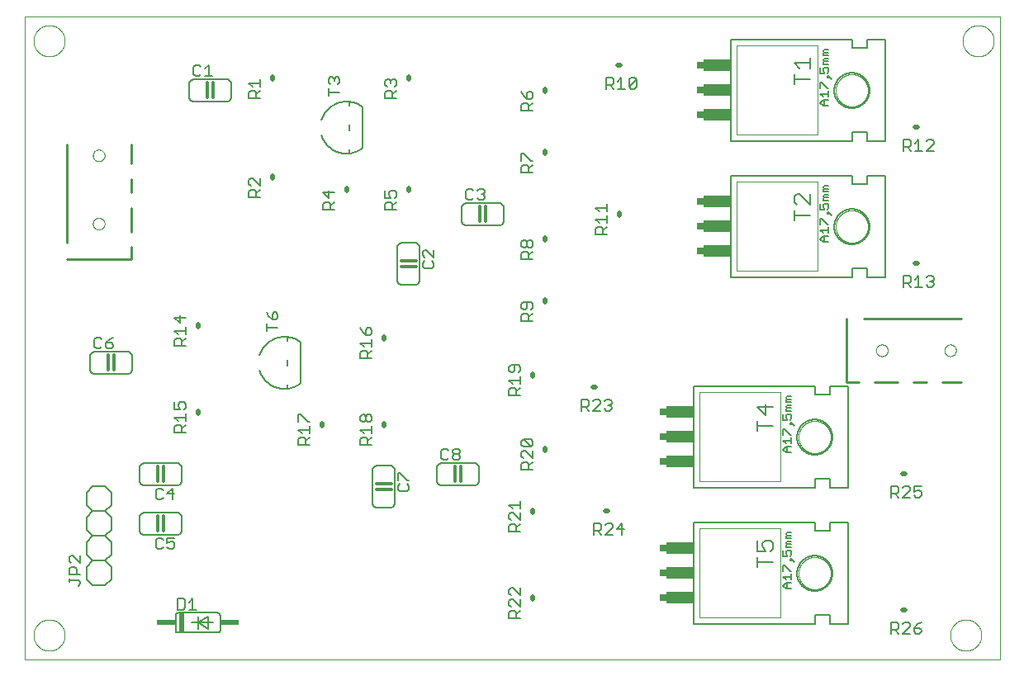
<source format=gto>
G75*
%MOIN*%
%OFA0B0*%
%FSLAX25Y25*%
%IPPOS*%
%LPD*%
%AMOC8*
5,1,8,0,0,1.08239X$1,22.5*
%
%ADD10C,0.00000*%
%ADD11C,0.00600*%
%ADD12C,0.01200*%
%ADD13C,0.00500*%
%ADD14R,0.02000X0.08000*%
%ADD15R,0.07500X0.02000*%
%ADD16C,0.01000*%
%ADD17C,0.02000*%
%ADD18C,0.00200*%
%ADD19C,0.00700*%
%ADD20R,0.02500X0.03000*%
%ADD21R,0.11000X0.05000*%
D10*
X0016800Y0011800D02*
X0016800Y0271761D01*
X0410501Y0271761D01*
X0410501Y0011800D01*
X0016800Y0011800D01*
X0020501Y0021800D02*
X0020503Y0021958D01*
X0020509Y0022116D01*
X0020519Y0022274D01*
X0020533Y0022432D01*
X0020551Y0022589D01*
X0020572Y0022746D01*
X0020598Y0022902D01*
X0020628Y0023058D01*
X0020661Y0023213D01*
X0020699Y0023366D01*
X0020740Y0023519D01*
X0020785Y0023671D01*
X0020834Y0023822D01*
X0020887Y0023971D01*
X0020943Y0024119D01*
X0021003Y0024265D01*
X0021067Y0024410D01*
X0021135Y0024553D01*
X0021206Y0024695D01*
X0021280Y0024835D01*
X0021358Y0024972D01*
X0021440Y0025108D01*
X0021524Y0025242D01*
X0021613Y0025373D01*
X0021704Y0025502D01*
X0021799Y0025629D01*
X0021896Y0025754D01*
X0021997Y0025876D01*
X0022101Y0025995D01*
X0022208Y0026112D01*
X0022318Y0026226D01*
X0022431Y0026337D01*
X0022546Y0026446D01*
X0022664Y0026551D01*
X0022785Y0026653D01*
X0022908Y0026753D01*
X0023034Y0026849D01*
X0023162Y0026942D01*
X0023292Y0027032D01*
X0023425Y0027118D01*
X0023560Y0027202D01*
X0023696Y0027281D01*
X0023835Y0027358D01*
X0023976Y0027430D01*
X0024118Y0027500D01*
X0024262Y0027565D01*
X0024408Y0027627D01*
X0024555Y0027685D01*
X0024704Y0027740D01*
X0024854Y0027791D01*
X0025005Y0027838D01*
X0025157Y0027881D01*
X0025310Y0027920D01*
X0025465Y0027956D01*
X0025620Y0027987D01*
X0025776Y0028015D01*
X0025932Y0028039D01*
X0026089Y0028059D01*
X0026247Y0028075D01*
X0026404Y0028087D01*
X0026563Y0028095D01*
X0026721Y0028099D01*
X0026879Y0028099D01*
X0027037Y0028095D01*
X0027196Y0028087D01*
X0027353Y0028075D01*
X0027511Y0028059D01*
X0027668Y0028039D01*
X0027824Y0028015D01*
X0027980Y0027987D01*
X0028135Y0027956D01*
X0028290Y0027920D01*
X0028443Y0027881D01*
X0028595Y0027838D01*
X0028746Y0027791D01*
X0028896Y0027740D01*
X0029045Y0027685D01*
X0029192Y0027627D01*
X0029338Y0027565D01*
X0029482Y0027500D01*
X0029624Y0027430D01*
X0029765Y0027358D01*
X0029904Y0027281D01*
X0030040Y0027202D01*
X0030175Y0027118D01*
X0030308Y0027032D01*
X0030438Y0026942D01*
X0030566Y0026849D01*
X0030692Y0026753D01*
X0030815Y0026653D01*
X0030936Y0026551D01*
X0031054Y0026446D01*
X0031169Y0026337D01*
X0031282Y0026226D01*
X0031392Y0026112D01*
X0031499Y0025995D01*
X0031603Y0025876D01*
X0031704Y0025754D01*
X0031801Y0025629D01*
X0031896Y0025502D01*
X0031987Y0025373D01*
X0032076Y0025242D01*
X0032160Y0025108D01*
X0032242Y0024972D01*
X0032320Y0024835D01*
X0032394Y0024695D01*
X0032465Y0024553D01*
X0032533Y0024410D01*
X0032597Y0024265D01*
X0032657Y0024119D01*
X0032713Y0023971D01*
X0032766Y0023822D01*
X0032815Y0023671D01*
X0032860Y0023519D01*
X0032901Y0023366D01*
X0032939Y0023213D01*
X0032972Y0023058D01*
X0033002Y0022902D01*
X0033028Y0022746D01*
X0033049Y0022589D01*
X0033067Y0022432D01*
X0033081Y0022274D01*
X0033091Y0022116D01*
X0033097Y0021958D01*
X0033099Y0021800D01*
X0033097Y0021642D01*
X0033091Y0021484D01*
X0033081Y0021326D01*
X0033067Y0021168D01*
X0033049Y0021011D01*
X0033028Y0020854D01*
X0033002Y0020698D01*
X0032972Y0020542D01*
X0032939Y0020387D01*
X0032901Y0020234D01*
X0032860Y0020081D01*
X0032815Y0019929D01*
X0032766Y0019778D01*
X0032713Y0019629D01*
X0032657Y0019481D01*
X0032597Y0019335D01*
X0032533Y0019190D01*
X0032465Y0019047D01*
X0032394Y0018905D01*
X0032320Y0018765D01*
X0032242Y0018628D01*
X0032160Y0018492D01*
X0032076Y0018358D01*
X0031987Y0018227D01*
X0031896Y0018098D01*
X0031801Y0017971D01*
X0031704Y0017846D01*
X0031603Y0017724D01*
X0031499Y0017605D01*
X0031392Y0017488D01*
X0031282Y0017374D01*
X0031169Y0017263D01*
X0031054Y0017154D01*
X0030936Y0017049D01*
X0030815Y0016947D01*
X0030692Y0016847D01*
X0030566Y0016751D01*
X0030438Y0016658D01*
X0030308Y0016568D01*
X0030175Y0016482D01*
X0030040Y0016398D01*
X0029904Y0016319D01*
X0029765Y0016242D01*
X0029624Y0016170D01*
X0029482Y0016100D01*
X0029338Y0016035D01*
X0029192Y0015973D01*
X0029045Y0015915D01*
X0028896Y0015860D01*
X0028746Y0015809D01*
X0028595Y0015762D01*
X0028443Y0015719D01*
X0028290Y0015680D01*
X0028135Y0015644D01*
X0027980Y0015613D01*
X0027824Y0015585D01*
X0027668Y0015561D01*
X0027511Y0015541D01*
X0027353Y0015525D01*
X0027196Y0015513D01*
X0027037Y0015505D01*
X0026879Y0015501D01*
X0026721Y0015501D01*
X0026563Y0015505D01*
X0026404Y0015513D01*
X0026247Y0015525D01*
X0026089Y0015541D01*
X0025932Y0015561D01*
X0025776Y0015585D01*
X0025620Y0015613D01*
X0025465Y0015644D01*
X0025310Y0015680D01*
X0025157Y0015719D01*
X0025005Y0015762D01*
X0024854Y0015809D01*
X0024704Y0015860D01*
X0024555Y0015915D01*
X0024408Y0015973D01*
X0024262Y0016035D01*
X0024118Y0016100D01*
X0023976Y0016170D01*
X0023835Y0016242D01*
X0023696Y0016319D01*
X0023560Y0016398D01*
X0023425Y0016482D01*
X0023292Y0016568D01*
X0023162Y0016658D01*
X0023034Y0016751D01*
X0022908Y0016847D01*
X0022785Y0016947D01*
X0022664Y0017049D01*
X0022546Y0017154D01*
X0022431Y0017263D01*
X0022318Y0017374D01*
X0022208Y0017488D01*
X0022101Y0017605D01*
X0021997Y0017724D01*
X0021896Y0017846D01*
X0021799Y0017971D01*
X0021704Y0018098D01*
X0021613Y0018227D01*
X0021524Y0018358D01*
X0021440Y0018492D01*
X0021358Y0018628D01*
X0021280Y0018765D01*
X0021206Y0018905D01*
X0021135Y0019047D01*
X0021067Y0019190D01*
X0021003Y0019335D01*
X0020943Y0019481D01*
X0020887Y0019629D01*
X0020834Y0019778D01*
X0020785Y0019929D01*
X0020740Y0020081D01*
X0020699Y0020234D01*
X0020661Y0020387D01*
X0020628Y0020542D01*
X0020598Y0020698D01*
X0020572Y0020854D01*
X0020551Y0021011D01*
X0020533Y0021168D01*
X0020519Y0021326D01*
X0020509Y0021484D01*
X0020503Y0021642D01*
X0020501Y0021800D01*
X0044438Y0187942D02*
X0044440Y0188039D01*
X0044446Y0188136D01*
X0044456Y0188232D01*
X0044470Y0188328D01*
X0044488Y0188424D01*
X0044509Y0188518D01*
X0044535Y0188612D01*
X0044564Y0188704D01*
X0044598Y0188795D01*
X0044634Y0188885D01*
X0044675Y0188973D01*
X0044719Y0189059D01*
X0044767Y0189144D01*
X0044818Y0189226D01*
X0044872Y0189307D01*
X0044930Y0189385D01*
X0044991Y0189460D01*
X0045054Y0189533D01*
X0045121Y0189604D01*
X0045191Y0189671D01*
X0045263Y0189736D01*
X0045338Y0189797D01*
X0045416Y0189856D01*
X0045495Y0189911D01*
X0045577Y0189963D01*
X0045661Y0190011D01*
X0045747Y0190056D01*
X0045835Y0190098D01*
X0045924Y0190136D01*
X0046015Y0190170D01*
X0046107Y0190200D01*
X0046200Y0190227D01*
X0046295Y0190249D01*
X0046390Y0190268D01*
X0046486Y0190283D01*
X0046582Y0190294D01*
X0046679Y0190301D01*
X0046776Y0190304D01*
X0046873Y0190303D01*
X0046970Y0190298D01*
X0047066Y0190289D01*
X0047162Y0190276D01*
X0047258Y0190259D01*
X0047353Y0190238D01*
X0047446Y0190214D01*
X0047539Y0190185D01*
X0047631Y0190153D01*
X0047721Y0190117D01*
X0047809Y0190078D01*
X0047896Y0190034D01*
X0047981Y0189988D01*
X0048064Y0189937D01*
X0048145Y0189884D01*
X0048223Y0189827D01*
X0048300Y0189767D01*
X0048373Y0189704D01*
X0048444Y0189638D01*
X0048512Y0189569D01*
X0048578Y0189497D01*
X0048640Y0189423D01*
X0048699Y0189346D01*
X0048755Y0189267D01*
X0048808Y0189185D01*
X0048858Y0189102D01*
X0048903Y0189016D01*
X0048946Y0188929D01*
X0048985Y0188840D01*
X0049020Y0188750D01*
X0049051Y0188658D01*
X0049078Y0188565D01*
X0049102Y0188471D01*
X0049122Y0188376D01*
X0049138Y0188280D01*
X0049150Y0188184D01*
X0049158Y0188087D01*
X0049162Y0187990D01*
X0049162Y0187894D01*
X0049158Y0187797D01*
X0049150Y0187700D01*
X0049138Y0187604D01*
X0049122Y0187508D01*
X0049102Y0187413D01*
X0049078Y0187319D01*
X0049051Y0187226D01*
X0049020Y0187134D01*
X0048985Y0187044D01*
X0048946Y0186955D01*
X0048903Y0186868D01*
X0048858Y0186782D01*
X0048808Y0186699D01*
X0048755Y0186617D01*
X0048699Y0186538D01*
X0048640Y0186461D01*
X0048578Y0186387D01*
X0048512Y0186315D01*
X0048444Y0186246D01*
X0048373Y0186180D01*
X0048300Y0186117D01*
X0048223Y0186057D01*
X0048145Y0186000D01*
X0048064Y0185947D01*
X0047981Y0185896D01*
X0047896Y0185850D01*
X0047809Y0185806D01*
X0047721Y0185767D01*
X0047631Y0185731D01*
X0047539Y0185699D01*
X0047446Y0185670D01*
X0047353Y0185646D01*
X0047258Y0185625D01*
X0047162Y0185608D01*
X0047066Y0185595D01*
X0046970Y0185586D01*
X0046873Y0185581D01*
X0046776Y0185580D01*
X0046679Y0185583D01*
X0046582Y0185590D01*
X0046486Y0185601D01*
X0046390Y0185616D01*
X0046295Y0185635D01*
X0046200Y0185657D01*
X0046107Y0185684D01*
X0046015Y0185714D01*
X0045924Y0185748D01*
X0045835Y0185786D01*
X0045747Y0185828D01*
X0045661Y0185873D01*
X0045577Y0185921D01*
X0045495Y0185973D01*
X0045416Y0186028D01*
X0045338Y0186087D01*
X0045263Y0186148D01*
X0045191Y0186213D01*
X0045121Y0186280D01*
X0045054Y0186351D01*
X0044991Y0186424D01*
X0044930Y0186499D01*
X0044872Y0186577D01*
X0044818Y0186658D01*
X0044767Y0186740D01*
X0044719Y0186825D01*
X0044675Y0186911D01*
X0044634Y0186999D01*
X0044598Y0187089D01*
X0044564Y0187180D01*
X0044535Y0187272D01*
X0044509Y0187366D01*
X0044488Y0187460D01*
X0044470Y0187556D01*
X0044456Y0187652D01*
X0044446Y0187748D01*
X0044440Y0187845D01*
X0044438Y0187942D01*
X0044438Y0215501D02*
X0044440Y0215598D01*
X0044446Y0215695D01*
X0044456Y0215791D01*
X0044470Y0215887D01*
X0044488Y0215983D01*
X0044509Y0216077D01*
X0044535Y0216171D01*
X0044564Y0216263D01*
X0044598Y0216354D01*
X0044634Y0216444D01*
X0044675Y0216532D01*
X0044719Y0216618D01*
X0044767Y0216703D01*
X0044818Y0216785D01*
X0044872Y0216866D01*
X0044930Y0216944D01*
X0044991Y0217019D01*
X0045054Y0217092D01*
X0045121Y0217163D01*
X0045191Y0217230D01*
X0045263Y0217295D01*
X0045338Y0217356D01*
X0045416Y0217415D01*
X0045495Y0217470D01*
X0045577Y0217522D01*
X0045661Y0217570D01*
X0045747Y0217615D01*
X0045835Y0217657D01*
X0045924Y0217695D01*
X0046015Y0217729D01*
X0046107Y0217759D01*
X0046200Y0217786D01*
X0046295Y0217808D01*
X0046390Y0217827D01*
X0046486Y0217842D01*
X0046582Y0217853D01*
X0046679Y0217860D01*
X0046776Y0217863D01*
X0046873Y0217862D01*
X0046970Y0217857D01*
X0047066Y0217848D01*
X0047162Y0217835D01*
X0047258Y0217818D01*
X0047353Y0217797D01*
X0047446Y0217773D01*
X0047539Y0217744D01*
X0047631Y0217712D01*
X0047721Y0217676D01*
X0047809Y0217637D01*
X0047896Y0217593D01*
X0047981Y0217547D01*
X0048064Y0217496D01*
X0048145Y0217443D01*
X0048223Y0217386D01*
X0048300Y0217326D01*
X0048373Y0217263D01*
X0048444Y0217197D01*
X0048512Y0217128D01*
X0048578Y0217056D01*
X0048640Y0216982D01*
X0048699Y0216905D01*
X0048755Y0216826D01*
X0048808Y0216744D01*
X0048858Y0216661D01*
X0048903Y0216575D01*
X0048946Y0216488D01*
X0048985Y0216399D01*
X0049020Y0216309D01*
X0049051Y0216217D01*
X0049078Y0216124D01*
X0049102Y0216030D01*
X0049122Y0215935D01*
X0049138Y0215839D01*
X0049150Y0215743D01*
X0049158Y0215646D01*
X0049162Y0215549D01*
X0049162Y0215453D01*
X0049158Y0215356D01*
X0049150Y0215259D01*
X0049138Y0215163D01*
X0049122Y0215067D01*
X0049102Y0214972D01*
X0049078Y0214878D01*
X0049051Y0214785D01*
X0049020Y0214693D01*
X0048985Y0214603D01*
X0048946Y0214514D01*
X0048903Y0214427D01*
X0048858Y0214341D01*
X0048808Y0214258D01*
X0048755Y0214176D01*
X0048699Y0214097D01*
X0048640Y0214020D01*
X0048578Y0213946D01*
X0048512Y0213874D01*
X0048444Y0213805D01*
X0048373Y0213739D01*
X0048300Y0213676D01*
X0048223Y0213616D01*
X0048145Y0213559D01*
X0048064Y0213506D01*
X0047981Y0213455D01*
X0047896Y0213409D01*
X0047809Y0213365D01*
X0047721Y0213326D01*
X0047631Y0213290D01*
X0047539Y0213258D01*
X0047446Y0213229D01*
X0047353Y0213205D01*
X0047258Y0213184D01*
X0047162Y0213167D01*
X0047066Y0213154D01*
X0046970Y0213145D01*
X0046873Y0213140D01*
X0046776Y0213139D01*
X0046679Y0213142D01*
X0046582Y0213149D01*
X0046486Y0213160D01*
X0046390Y0213175D01*
X0046295Y0213194D01*
X0046200Y0213216D01*
X0046107Y0213243D01*
X0046015Y0213273D01*
X0045924Y0213307D01*
X0045835Y0213345D01*
X0045747Y0213387D01*
X0045661Y0213432D01*
X0045577Y0213480D01*
X0045495Y0213532D01*
X0045416Y0213587D01*
X0045338Y0213646D01*
X0045263Y0213707D01*
X0045191Y0213772D01*
X0045121Y0213839D01*
X0045054Y0213910D01*
X0044991Y0213983D01*
X0044930Y0214058D01*
X0044872Y0214136D01*
X0044818Y0214217D01*
X0044767Y0214299D01*
X0044719Y0214384D01*
X0044675Y0214470D01*
X0044634Y0214558D01*
X0044598Y0214648D01*
X0044564Y0214739D01*
X0044535Y0214831D01*
X0044509Y0214925D01*
X0044488Y0215019D01*
X0044470Y0215115D01*
X0044456Y0215211D01*
X0044446Y0215307D01*
X0044440Y0215404D01*
X0044438Y0215501D01*
X0020501Y0261800D02*
X0020503Y0261958D01*
X0020509Y0262116D01*
X0020519Y0262274D01*
X0020533Y0262432D01*
X0020551Y0262589D01*
X0020572Y0262746D01*
X0020598Y0262902D01*
X0020628Y0263058D01*
X0020661Y0263213D01*
X0020699Y0263366D01*
X0020740Y0263519D01*
X0020785Y0263671D01*
X0020834Y0263822D01*
X0020887Y0263971D01*
X0020943Y0264119D01*
X0021003Y0264265D01*
X0021067Y0264410D01*
X0021135Y0264553D01*
X0021206Y0264695D01*
X0021280Y0264835D01*
X0021358Y0264972D01*
X0021440Y0265108D01*
X0021524Y0265242D01*
X0021613Y0265373D01*
X0021704Y0265502D01*
X0021799Y0265629D01*
X0021896Y0265754D01*
X0021997Y0265876D01*
X0022101Y0265995D01*
X0022208Y0266112D01*
X0022318Y0266226D01*
X0022431Y0266337D01*
X0022546Y0266446D01*
X0022664Y0266551D01*
X0022785Y0266653D01*
X0022908Y0266753D01*
X0023034Y0266849D01*
X0023162Y0266942D01*
X0023292Y0267032D01*
X0023425Y0267118D01*
X0023560Y0267202D01*
X0023696Y0267281D01*
X0023835Y0267358D01*
X0023976Y0267430D01*
X0024118Y0267500D01*
X0024262Y0267565D01*
X0024408Y0267627D01*
X0024555Y0267685D01*
X0024704Y0267740D01*
X0024854Y0267791D01*
X0025005Y0267838D01*
X0025157Y0267881D01*
X0025310Y0267920D01*
X0025465Y0267956D01*
X0025620Y0267987D01*
X0025776Y0268015D01*
X0025932Y0268039D01*
X0026089Y0268059D01*
X0026247Y0268075D01*
X0026404Y0268087D01*
X0026563Y0268095D01*
X0026721Y0268099D01*
X0026879Y0268099D01*
X0027037Y0268095D01*
X0027196Y0268087D01*
X0027353Y0268075D01*
X0027511Y0268059D01*
X0027668Y0268039D01*
X0027824Y0268015D01*
X0027980Y0267987D01*
X0028135Y0267956D01*
X0028290Y0267920D01*
X0028443Y0267881D01*
X0028595Y0267838D01*
X0028746Y0267791D01*
X0028896Y0267740D01*
X0029045Y0267685D01*
X0029192Y0267627D01*
X0029338Y0267565D01*
X0029482Y0267500D01*
X0029624Y0267430D01*
X0029765Y0267358D01*
X0029904Y0267281D01*
X0030040Y0267202D01*
X0030175Y0267118D01*
X0030308Y0267032D01*
X0030438Y0266942D01*
X0030566Y0266849D01*
X0030692Y0266753D01*
X0030815Y0266653D01*
X0030936Y0266551D01*
X0031054Y0266446D01*
X0031169Y0266337D01*
X0031282Y0266226D01*
X0031392Y0266112D01*
X0031499Y0265995D01*
X0031603Y0265876D01*
X0031704Y0265754D01*
X0031801Y0265629D01*
X0031896Y0265502D01*
X0031987Y0265373D01*
X0032076Y0265242D01*
X0032160Y0265108D01*
X0032242Y0264972D01*
X0032320Y0264835D01*
X0032394Y0264695D01*
X0032465Y0264553D01*
X0032533Y0264410D01*
X0032597Y0264265D01*
X0032657Y0264119D01*
X0032713Y0263971D01*
X0032766Y0263822D01*
X0032815Y0263671D01*
X0032860Y0263519D01*
X0032901Y0263366D01*
X0032939Y0263213D01*
X0032972Y0263058D01*
X0033002Y0262902D01*
X0033028Y0262746D01*
X0033049Y0262589D01*
X0033067Y0262432D01*
X0033081Y0262274D01*
X0033091Y0262116D01*
X0033097Y0261958D01*
X0033099Y0261800D01*
X0033097Y0261642D01*
X0033091Y0261484D01*
X0033081Y0261326D01*
X0033067Y0261168D01*
X0033049Y0261011D01*
X0033028Y0260854D01*
X0033002Y0260698D01*
X0032972Y0260542D01*
X0032939Y0260387D01*
X0032901Y0260234D01*
X0032860Y0260081D01*
X0032815Y0259929D01*
X0032766Y0259778D01*
X0032713Y0259629D01*
X0032657Y0259481D01*
X0032597Y0259335D01*
X0032533Y0259190D01*
X0032465Y0259047D01*
X0032394Y0258905D01*
X0032320Y0258765D01*
X0032242Y0258628D01*
X0032160Y0258492D01*
X0032076Y0258358D01*
X0031987Y0258227D01*
X0031896Y0258098D01*
X0031801Y0257971D01*
X0031704Y0257846D01*
X0031603Y0257724D01*
X0031499Y0257605D01*
X0031392Y0257488D01*
X0031282Y0257374D01*
X0031169Y0257263D01*
X0031054Y0257154D01*
X0030936Y0257049D01*
X0030815Y0256947D01*
X0030692Y0256847D01*
X0030566Y0256751D01*
X0030438Y0256658D01*
X0030308Y0256568D01*
X0030175Y0256482D01*
X0030040Y0256398D01*
X0029904Y0256319D01*
X0029765Y0256242D01*
X0029624Y0256170D01*
X0029482Y0256100D01*
X0029338Y0256035D01*
X0029192Y0255973D01*
X0029045Y0255915D01*
X0028896Y0255860D01*
X0028746Y0255809D01*
X0028595Y0255762D01*
X0028443Y0255719D01*
X0028290Y0255680D01*
X0028135Y0255644D01*
X0027980Y0255613D01*
X0027824Y0255585D01*
X0027668Y0255561D01*
X0027511Y0255541D01*
X0027353Y0255525D01*
X0027196Y0255513D01*
X0027037Y0255505D01*
X0026879Y0255501D01*
X0026721Y0255501D01*
X0026563Y0255505D01*
X0026404Y0255513D01*
X0026247Y0255525D01*
X0026089Y0255541D01*
X0025932Y0255561D01*
X0025776Y0255585D01*
X0025620Y0255613D01*
X0025465Y0255644D01*
X0025310Y0255680D01*
X0025157Y0255719D01*
X0025005Y0255762D01*
X0024854Y0255809D01*
X0024704Y0255860D01*
X0024555Y0255915D01*
X0024408Y0255973D01*
X0024262Y0256035D01*
X0024118Y0256100D01*
X0023976Y0256170D01*
X0023835Y0256242D01*
X0023696Y0256319D01*
X0023560Y0256398D01*
X0023425Y0256482D01*
X0023292Y0256568D01*
X0023162Y0256658D01*
X0023034Y0256751D01*
X0022908Y0256847D01*
X0022785Y0256947D01*
X0022664Y0257049D01*
X0022546Y0257154D01*
X0022431Y0257263D01*
X0022318Y0257374D01*
X0022208Y0257488D01*
X0022101Y0257605D01*
X0021997Y0257724D01*
X0021896Y0257846D01*
X0021799Y0257971D01*
X0021704Y0258098D01*
X0021613Y0258227D01*
X0021524Y0258358D01*
X0021440Y0258492D01*
X0021358Y0258628D01*
X0021280Y0258765D01*
X0021206Y0258905D01*
X0021135Y0259047D01*
X0021067Y0259190D01*
X0021003Y0259335D01*
X0020943Y0259481D01*
X0020887Y0259629D01*
X0020834Y0259778D01*
X0020785Y0259929D01*
X0020740Y0260081D01*
X0020699Y0260234D01*
X0020661Y0260387D01*
X0020628Y0260542D01*
X0020598Y0260698D01*
X0020572Y0260854D01*
X0020551Y0261011D01*
X0020533Y0261168D01*
X0020519Y0261326D01*
X0020509Y0261484D01*
X0020503Y0261642D01*
X0020501Y0261800D01*
X0329300Y0101800D02*
X0329302Y0101961D01*
X0329308Y0102121D01*
X0329318Y0102282D01*
X0329332Y0102442D01*
X0329350Y0102602D01*
X0329371Y0102761D01*
X0329397Y0102920D01*
X0329427Y0103078D01*
X0329460Y0103235D01*
X0329498Y0103392D01*
X0329539Y0103547D01*
X0329584Y0103701D01*
X0329633Y0103854D01*
X0329686Y0104006D01*
X0329742Y0104157D01*
X0329803Y0104306D01*
X0329866Y0104454D01*
X0329934Y0104600D01*
X0330005Y0104744D01*
X0330079Y0104886D01*
X0330157Y0105027D01*
X0330239Y0105165D01*
X0330324Y0105302D01*
X0330412Y0105436D01*
X0330504Y0105568D01*
X0330599Y0105698D01*
X0330697Y0105826D01*
X0330798Y0105951D01*
X0330902Y0106073D01*
X0331009Y0106193D01*
X0331119Y0106310D01*
X0331232Y0106425D01*
X0331348Y0106536D01*
X0331467Y0106645D01*
X0331588Y0106750D01*
X0331712Y0106853D01*
X0331838Y0106953D01*
X0331966Y0107049D01*
X0332097Y0107142D01*
X0332231Y0107232D01*
X0332366Y0107319D01*
X0332504Y0107402D01*
X0332643Y0107482D01*
X0332785Y0107558D01*
X0332928Y0107631D01*
X0333073Y0107700D01*
X0333220Y0107766D01*
X0333368Y0107828D01*
X0333518Y0107886D01*
X0333669Y0107941D01*
X0333822Y0107992D01*
X0333976Y0108039D01*
X0334131Y0108082D01*
X0334287Y0108121D01*
X0334443Y0108157D01*
X0334601Y0108188D01*
X0334759Y0108216D01*
X0334918Y0108240D01*
X0335078Y0108260D01*
X0335238Y0108276D01*
X0335398Y0108288D01*
X0335559Y0108296D01*
X0335720Y0108300D01*
X0335880Y0108300D01*
X0336041Y0108296D01*
X0336202Y0108288D01*
X0336362Y0108276D01*
X0336522Y0108260D01*
X0336682Y0108240D01*
X0336841Y0108216D01*
X0336999Y0108188D01*
X0337157Y0108157D01*
X0337313Y0108121D01*
X0337469Y0108082D01*
X0337624Y0108039D01*
X0337778Y0107992D01*
X0337931Y0107941D01*
X0338082Y0107886D01*
X0338232Y0107828D01*
X0338380Y0107766D01*
X0338527Y0107700D01*
X0338672Y0107631D01*
X0338815Y0107558D01*
X0338957Y0107482D01*
X0339096Y0107402D01*
X0339234Y0107319D01*
X0339369Y0107232D01*
X0339503Y0107142D01*
X0339634Y0107049D01*
X0339762Y0106953D01*
X0339888Y0106853D01*
X0340012Y0106750D01*
X0340133Y0106645D01*
X0340252Y0106536D01*
X0340368Y0106425D01*
X0340481Y0106310D01*
X0340591Y0106193D01*
X0340698Y0106073D01*
X0340802Y0105951D01*
X0340903Y0105826D01*
X0341001Y0105698D01*
X0341096Y0105568D01*
X0341188Y0105436D01*
X0341276Y0105302D01*
X0341361Y0105165D01*
X0341443Y0105027D01*
X0341521Y0104886D01*
X0341595Y0104744D01*
X0341666Y0104600D01*
X0341734Y0104454D01*
X0341797Y0104306D01*
X0341858Y0104157D01*
X0341914Y0104006D01*
X0341967Y0103854D01*
X0342016Y0103701D01*
X0342061Y0103547D01*
X0342102Y0103392D01*
X0342140Y0103235D01*
X0342173Y0103078D01*
X0342203Y0102920D01*
X0342229Y0102761D01*
X0342250Y0102602D01*
X0342268Y0102442D01*
X0342282Y0102282D01*
X0342292Y0102121D01*
X0342298Y0101961D01*
X0342300Y0101800D01*
X0342298Y0101639D01*
X0342292Y0101479D01*
X0342282Y0101318D01*
X0342268Y0101158D01*
X0342250Y0100998D01*
X0342229Y0100839D01*
X0342203Y0100680D01*
X0342173Y0100522D01*
X0342140Y0100365D01*
X0342102Y0100208D01*
X0342061Y0100053D01*
X0342016Y0099899D01*
X0341967Y0099746D01*
X0341914Y0099594D01*
X0341858Y0099443D01*
X0341797Y0099294D01*
X0341734Y0099146D01*
X0341666Y0099000D01*
X0341595Y0098856D01*
X0341521Y0098714D01*
X0341443Y0098573D01*
X0341361Y0098435D01*
X0341276Y0098298D01*
X0341188Y0098164D01*
X0341096Y0098032D01*
X0341001Y0097902D01*
X0340903Y0097774D01*
X0340802Y0097649D01*
X0340698Y0097527D01*
X0340591Y0097407D01*
X0340481Y0097290D01*
X0340368Y0097175D01*
X0340252Y0097064D01*
X0340133Y0096955D01*
X0340012Y0096850D01*
X0339888Y0096747D01*
X0339762Y0096647D01*
X0339634Y0096551D01*
X0339503Y0096458D01*
X0339369Y0096368D01*
X0339234Y0096281D01*
X0339096Y0096198D01*
X0338957Y0096118D01*
X0338815Y0096042D01*
X0338672Y0095969D01*
X0338527Y0095900D01*
X0338380Y0095834D01*
X0338232Y0095772D01*
X0338082Y0095714D01*
X0337931Y0095659D01*
X0337778Y0095608D01*
X0337624Y0095561D01*
X0337469Y0095518D01*
X0337313Y0095479D01*
X0337157Y0095443D01*
X0336999Y0095412D01*
X0336841Y0095384D01*
X0336682Y0095360D01*
X0336522Y0095340D01*
X0336362Y0095324D01*
X0336202Y0095312D01*
X0336041Y0095304D01*
X0335880Y0095300D01*
X0335720Y0095300D01*
X0335559Y0095304D01*
X0335398Y0095312D01*
X0335238Y0095324D01*
X0335078Y0095340D01*
X0334918Y0095360D01*
X0334759Y0095384D01*
X0334601Y0095412D01*
X0334443Y0095443D01*
X0334287Y0095479D01*
X0334131Y0095518D01*
X0333976Y0095561D01*
X0333822Y0095608D01*
X0333669Y0095659D01*
X0333518Y0095714D01*
X0333368Y0095772D01*
X0333220Y0095834D01*
X0333073Y0095900D01*
X0332928Y0095969D01*
X0332785Y0096042D01*
X0332643Y0096118D01*
X0332504Y0096198D01*
X0332366Y0096281D01*
X0332231Y0096368D01*
X0332097Y0096458D01*
X0331966Y0096551D01*
X0331838Y0096647D01*
X0331712Y0096747D01*
X0331588Y0096850D01*
X0331467Y0096955D01*
X0331348Y0097064D01*
X0331232Y0097175D01*
X0331119Y0097290D01*
X0331009Y0097407D01*
X0330902Y0097527D01*
X0330798Y0097649D01*
X0330697Y0097774D01*
X0330599Y0097902D01*
X0330504Y0098032D01*
X0330412Y0098164D01*
X0330324Y0098298D01*
X0330239Y0098435D01*
X0330157Y0098573D01*
X0330079Y0098714D01*
X0330005Y0098856D01*
X0329934Y0099000D01*
X0329866Y0099146D01*
X0329803Y0099294D01*
X0329742Y0099443D01*
X0329686Y0099594D01*
X0329633Y0099746D01*
X0329584Y0099899D01*
X0329539Y0100053D01*
X0329498Y0100208D01*
X0329460Y0100365D01*
X0329427Y0100522D01*
X0329397Y0100680D01*
X0329371Y0100839D01*
X0329350Y0100998D01*
X0329332Y0101158D01*
X0329318Y0101318D01*
X0329308Y0101479D01*
X0329302Y0101639D01*
X0329300Y0101800D01*
X0360580Y0136800D02*
X0360582Y0136897D01*
X0360588Y0136994D01*
X0360598Y0137090D01*
X0360612Y0137186D01*
X0360630Y0137282D01*
X0360651Y0137376D01*
X0360677Y0137470D01*
X0360706Y0137562D01*
X0360740Y0137653D01*
X0360776Y0137743D01*
X0360817Y0137831D01*
X0360861Y0137917D01*
X0360909Y0138002D01*
X0360960Y0138084D01*
X0361014Y0138165D01*
X0361072Y0138243D01*
X0361133Y0138318D01*
X0361196Y0138391D01*
X0361263Y0138462D01*
X0361333Y0138529D01*
X0361405Y0138594D01*
X0361480Y0138655D01*
X0361558Y0138714D01*
X0361637Y0138769D01*
X0361719Y0138821D01*
X0361803Y0138869D01*
X0361889Y0138914D01*
X0361977Y0138956D01*
X0362066Y0138994D01*
X0362157Y0139028D01*
X0362249Y0139058D01*
X0362342Y0139085D01*
X0362437Y0139107D01*
X0362532Y0139126D01*
X0362628Y0139141D01*
X0362724Y0139152D01*
X0362821Y0139159D01*
X0362918Y0139162D01*
X0363015Y0139161D01*
X0363112Y0139156D01*
X0363208Y0139147D01*
X0363304Y0139134D01*
X0363400Y0139117D01*
X0363495Y0139096D01*
X0363588Y0139072D01*
X0363681Y0139043D01*
X0363773Y0139011D01*
X0363863Y0138975D01*
X0363951Y0138936D01*
X0364038Y0138892D01*
X0364123Y0138846D01*
X0364206Y0138795D01*
X0364287Y0138742D01*
X0364365Y0138685D01*
X0364442Y0138625D01*
X0364515Y0138562D01*
X0364586Y0138496D01*
X0364654Y0138427D01*
X0364720Y0138355D01*
X0364782Y0138281D01*
X0364841Y0138204D01*
X0364897Y0138125D01*
X0364950Y0138043D01*
X0365000Y0137960D01*
X0365045Y0137874D01*
X0365088Y0137787D01*
X0365127Y0137698D01*
X0365162Y0137608D01*
X0365193Y0137516D01*
X0365220Y0137423D01*
X0365244Y0137329D01*
X0365264Y0137234D01*
X0365280Y0137138D01*
X0365292Y0137042D01*
X0365300Y0136945D01*
X0365304Y0136848D01*
X0365304Y0136752D01*
X0365300Y0136655D01*
X0365292Y0136558D01*
X0365280Y0136462D01*
X0365264Y0136366D01*
X0365244Y0136271D01*
X0365220Y0136177D01*
X0365193Y0136084D01*
X0365162Y0135992D01*
X0365127Y0135902D01*
X0365088Y0135813D01*
X0365045Y0135726D01*
X0365000Y0135640D01*
X0364950Y0135557D01*
X0364897Y0135475D01*
X0364841Y0135396D01*
X0364782Y0135319D01*
X0364720Y0135245D01*
X0364654Y0135173D01*
X0364586Y0135104D01*
X0364515Y0135038D01*
X0364442Y0134975D01*
X0364365Y0134915D01*
X0364287Y0134858D01*
X0364206Y0134805D01*
X0364123Y0134754D01*
X0364038Y0134708D01*
X0363951Y0134664D01*
X0363863Y0134625D01*
X0363773Y0134589D01*
X0363681Y0134557D01*
X0363588Y0134528D01*
X0363495Y0134504D01*
X0363400Y0134483D01*
X0363304Y0134466D01*
X0363208Y0134453D01*
X0363112Y0134444D01*
X0363015Y0134439D01*
X0362918Y0134438D01*
X0362821Y0134441D01*
X0362724Y0134448D01*
X0362628Y0134459D01*
X0362532Y0134474D01*
X0362437Y0134493D01*
X0362342Y0134515D01*
X0362249Y0134542D01*
X0362157Y0134572D01*
X0362066Y0134606D01*
X0361977Y0134644D01*
X0361889Y0134686D01*
X0361803Y0134731D01*
X0361719Y0134779D01*
X0361637Y0134831D01*
X0361558Y0134886D01*
X0361480Y0134945D01*
X0361405Y0135006D01*
X0361333Y0135071D01*
X0361263Y0135138D01*
X0361196Y0135209D01*
X0361133Y0135282D01*
X0361072Y0135357D01*
X0361014Y0135435D01*
X0360960Y0135516D01*
X0360909Y0135598D01*
X0360861Y0135683D01*
X0360817Y0135769D01*
X0360776Y0135857D01*
X0360740Y0135947D01*
X0360706Y0136038D01*
X0360677Y0136130D01*
X0360651Y0136224D01*
X0360630Y0136318D01*
X0360612Y0136414D01*
X0360598Y0136510D01*
X0360588Y0136606D01*
X0360582Y0136703D01*
X0360580Y0136800D01*
X0388139Y0136800D02*
X0388141Y0136897D01*
X0388147Y0136994D01*
X0388157Y0137090D01*
X0388171Y0137186D01*
X0388189Y0137282D01*
X0388210Y0137376D01*
X0388236Y0137470D01*
X0388265Y0137562D01*
X0388299Y0137653D01*
X0388335Y0137743D01*
X0388376Y0137831D01*
X0388420Y0137917D01*
X0388468Y0138002D01*
X0388519Y0138084D01*
X0388573Y0138165D01*
X0388631Y0138243D01*
X0388692Y0138318D01*
X0388755Y0138391D01*
X0388822Y0138462D01*
X0388892Y0138529D01*
X0388964Y0138594D01*
X0389039Y0138655D01*
X0389117Y0138714D01*
X0389196Y0138769D01*
X0389278Y0138821D01*
X0389362Y0138869D01*
X0389448Y0138914D01*
X0389536Y0138956D01*
X0389625Y0138994D01*
X0389716Y0139028D01*
X0389808Y0139058D01*
X0389901Y0139085D01*
X0389996Y0139107D01*
X0390091Y0139126D01*
X0390187Y0139141D01*
X0390283Y0139152D01*
X0390380Y0139159D01*
X0390477Y0139162D01*
X0390574Y0139161D01*
X0390671Y0139156D01*
X0390767Y0139147D01*
X0390863Y0139134D01*
X0390959Y0139117D01*
X0391054Y0139096D01*
X0391147Y0139072D01*
X0391240Y0139043D01*
X0391332Y0139011D01*
X0391422Y0138975D01*
X0391510Y0138936D01*
X0391597Y0138892D01*
X0391682Y0138846D01*
X0391765Y0138795D01*
X0391846Y0138742D01*
X0391924Y0138685D01*
X0392001Y0138625D01*
X0392074Y0138562D01*
X0392145Y0138496D01*
X0392213Y0138427D01*
X0392279Y0138355D01*
X0392341Y0138281D01*
X0392400Y0138204D01*
X0392456Y0138125D01*
X0392509Y0138043D01*
X0392559Y0137960D01*
X0392604Y0137874D01*
X0392647Y0137787D01*
X0392686Y0137698D01*
X0392721Y0137608D01*
X0392752Y0137516D01*
X0392779Y0137423D01*
X0392803Y0137329D01*
X0392823Y0137234D01*
X0392839Y0137138D01*
X0392851Y0137042D01*
X0392859Y0136945D01*
X0392863Y0136848D01*
X0392863Y0136752D01*
X0392859Y0136655D01*
X0392851Y0136558D01*
X0392839Y0136462D01*
X0392823Y0136366D01*
X0392803Y0136271D01*
X0392779Y0136177D01*
X0392752Y0136084D01*
X0392721Y0135992D01*
X0392686Y0135902D01*
X0392647Y0135813D01*
X0392604Y0135726D01*
X0392559Y0135640D01*
X0392509Y0135557D01*
X0392456Y0135475D01*
X0392400Y0135396D01*
X0392341Y0135319D01*
X0392279Y0135245D01*
X0392213Y0135173D01*
X0392145Y0135104D01*
X0392074Y0135038D01*
X0392001Y0134975D01*
X0391924Y0134915D01*
X0391846Y0134858D01*
X0391765Y0134805D01*
X0391682Y0134754D01*
X0391597Y0134708D01*
X0391510Y0134664D01*
X0391422Y0134625D01*
X0391332Y0134589D01*
X0391240Y0134557D01*
X0391147Y0134528D01*
X0391054Y0134504D01*
X0390959Y0134483D01*
X0390863Y0134466D01*
X0390767Y0134453D01*
X0390671Y0134444D01*
X0390574Y0134439D01*
X0390477Y0134438D01*
X0390380Y0134441D01*
X0390283Y0134448D01*
X0390187Y0134459D01*
X0390091Y0134474D01*
X0389996Y0134493D01*
X0389901Y0134515D01*
X0389808Y0134542D01*
X0389716Y0134572D01*
X0389625Y0134606D01*
X0389536Y0134644D01*
X0389448Y0134686D01*
X0389362Y0134731D01*
X0389278Y0134779D01*
X0389196Y0134831D01*
X0389117Y0134886D01*
X0389039Y0134945D01*
X0388964Y0135006D01*
X0388892Y0135071D01*
X0388822Y0135138D01*
X0388755Y0135209D01*
X0388692Y0135282D01*
X0388631Y0135357D01*
X0388573Y0135435D01*
X0388519Y0135516D01*
X0388468Y0135598D01*
X0388420Y0135683D01*
X0388376Y0135769D01*
X0388335Y0135857D01*
X0388299Y0135947D01*
X0388265Y0136038D01*
X0388236Y0136130D01*
X0388210Y0136224D01*
X0388189Y0136318D01*
X0388171Y0136414D01*
X0388157Y0136510D01*
X0388147Y0136606D01*
X0388141Y0136703D01*
X0388139Y0136800D01*
X0344300Y0186800D02*
X0344302Y0186961D01*
X0344308Y0187121D01*
X0344318Y0187282D01*
X0344332Y0187442D01*
X0344350Y0187602D01*
X0344371Y0187761D01*
X0344397Y0187920D01*
X0344427Y0188078D01*
X0344460Y0188235D01*
X0344498Y0188392D01*
X0344539Y0188547D01*
X0344584Y0188701D01*
X0344633Y0188854D01*
X0344686Y0189006D01*
X0344742Y0189157D01*
X0344803Y0189306D01*
X0344866Y0189454D01*
X0344934Y0189600D01*
X0345005Y0189744D01*
X0345079Y0189886D01*
X0345157Y0190027D01*
X0345239Y0190165D01*
X0345324Y0190302D01*
X0345412Y0190436D01*
X0345504Y0190568D01*
X0345599Y0190698D01*
X0345697Y0190826D01*
X0345798Y0190951D01*
X0345902Y0191073D01*
X0346009Y0191193D01*
X0346119Y0191310D01*
X0346232Y0191425D01*
X0346348Y0191536D01*
X0346467Y0191645D01*
X0346588Y0191750D01*
X0346712Y0191853D01*
X0346838Y0191953D01*
X0346966Y0192049D01*
X0347097Y0192142D01*
X0347231Y0192232D01*
X0347366Y0192319D01*
X0347504Y0192402D01*
X0347643Y0192482D01*
X0347785Y0192558D01*
X0347928Y0192631D01*
X0348073Y0192700D01*
X0348220Y0192766D01*
X0348368Y0192828D01*
X0348518Y0192886D01*
X0348669Y0192941D01*
X0348822Y0192992D01*
X0348976Y0193039D01*
X0349131Y0193082D01*
X0349287Y0193121D01*
X0349443Y0193157D01*
X0349601Y0193188D01*
X0349759Y0193216D01*
X0349918Y0193240D01*
X0350078Y0193260D01*
X0350238Y0193276D01*
X0350398Y0193288D01*
X0350559Y0193296D01*
X0350720Y0193300D01*
X0350880Y0193300D01*
X0351041Y0193296D01*
X0351202Y0193288D01*
X0351362Y0193276D01*
X0351522Y0193260D01*
X0351682Y0193240D01*
X0351841Y0193216D01*
X0351999Y0193188D01*
X0352157Y0193157D01*
X0352313Y0193121D01*
X0352469Y0193082D01*
X0352624Y0193039D01*
X0352778Y0192992D01*
X0352931Y0192941D01*
X0353082Y0192886D01*
X0353232Y0192828D01*
X0353380Y0192766D01*
X0353527Y0192700D01*
X0353672Y0192631D01*
X0353815Y0192558D01*
X0353957Y0192482D01*
X0354096Y0192402D01*
X0354234Y0192319D01*
X0354369Y0192232D01*
X0354503Y0192142D01*
X0354634Y0192049D01*
X0354762Y0191953D01*
X0354888Y0191853D01*
X0355012Y0191750D01*
X0355133Y0191645D01*
X0355252Y0191536D01*
X0355368Y0191425D01*
X0355481Y0191310D01*
X0355591Y0191193D01*
X0355698Y0191073D01*
X0355802Y0190951D01*
X0355903Y0190826D01*
X0356001Y0190698D01*
X0356096Y0190568D01*
X0356188Y0190436D01*
X0356276Y0190302D01*
X0356361Y0190165D01*
X0356443Y0190027D01*
X0356521Y0189886D01*
X0356595Y0189744D01*
X0356666Y0189600D01*
X0356734Y0189454D01*
X0356797Y0189306D01*
X0356858Y0189157D01*
X0356914Y0189006D01*
X0356967Y0188854D01*
X0357016Y0188701D01*
X0357061Y0188547D01*
X0357102Y0188392D01*
X0357140Y0188235D01*
X0357173Y0188078D01*
X0357203Y0187920D01*
X0357229Y0187761D01*
X0357250Y0187602D01*
X0357268Y0187442D01*
X0357282Y0187282D01*
X0357292Y0187121D01*
X0357298Y0186961D01*
X0357300Y0186800D01*
X0357298Y0186639D01*
X0357292Y0186479D01*
X0357282Y0186318D01*
X0357268Y0186158D01*
X0357250Y0185998D01*
X0357229Y0185839D01*
X0357203Y0185680D01*
X0357173Y0185522D01*
X0357140Y0185365D01*
X0357102Y0185208D01*
X0357061Y0185053D01*
X0357016Y0184899D01*
X0356967Y0184746D01*
X0356914Y0184594D01*
X0356858Y0184443D01*
X0356797Y0184294D01*
X0356734Y0184146D01*
X0356666Y0184000D01*
X0356595Y0183856D01*
X0356521Y0183714D01*
X0356443Y0183573D01*
X0356361Y0183435D01*
X0356276Y0183298D01*
X0356188Y0183164D01*
X0356096Y0183032D01*
X0356001Y0182902D01*
X0355903Y0182774D01*
X0355802Y0182649D01*
X0355698Y0182527D01*
X0355591Y0182407D01*
X0355481Y0182290D01*
X0355368Y0182175D01*
X0355252Y0182064D01*
X0355133Y0181955D01*
X0355012Y0181850D01*
X0354888Y0181747D01*
X0354762Y0181647D01*
X0354634Y0181551D01*
X0354503Y0181458D01*
X0354369Y0181368D01*
X0354234Y0181281D01*
X0354096Y0181198D01*
X0353957Y0181118D01*
X0353815Y0181042D01*
X0353672Y0180969D01*
X0353527Y0180900D01*
X0353380Y0180834D01*
X0353232Y0180772D01*
X0353082Y0180714D01*
X0352931Y0180659D01*
X0352778Y0180608D01*
X0352624Y0180561D01*
X0352469Y0180518D01*
X0352313Y0180479D01*
X0352157Y0180443D01*
X0351999Y0180412D01*
X0351841Y0180384D01*
X0351682Y0180360D01*
X0351522Y0180340D01*
X0351362Y0180324D01*
X0351202Y0180312D01*
X0351041Y0180304D01*
X0350880Y0180300D01*
X0350720Y0180300D01*
X0350559Y0180304D01*
X0350398Y0180312D01*
X0350238Y0180324D01*
X0350078Y0180340D01*
X0349918Y0180360D01*
X0349759Y0180384D01*
X0349601Y0180412D01*
X0349443Y0180443D01*
X0349287Y0180479D01*
X0349131Y0180518D01*
X0348976Y0180561D01*
X0348822Y0180608D01*
X0348669Y0180659D01*
X0348518Y0180714D01*
X0348368Y0180772D01*
X0348220Y0180834D01*
X0348073Y0180900D01*
X0347928Y0180969D01*
X0347785Y0181042D01*
X0347643Y0181118D01*
X0347504Y0181198D01*
X0347366Y0181281D01*
X0347231Y0181368D01*
X0347097Y0181458D01*
X0346966Y0181551D01*
X0346838Y0181647D01*
X0346712Y0181747D01*
X0346588Y0181850D01*
X0346467Y0181955D01*
X0346348Y0182064D01*
X0346232Y0182175D01*
X0346119Y0182290D01*
X0346009Y0182407D01*
X0345902Y0182527D01*
X0345798Y0182649D01*
X0345697Y0182774D01*
X0345599Y0182902D01*
X0345504Y0183032D01*
X0345412Y0183164D01*
X0345324Y0183298D01*
X0345239Y0183435D01*
X0345157Y0183573D01*
X0345079Y0183714D01*
X0345005Y0183856D01*
X0344934Y0184000D01*
X0344866Y0184146D01*
X0344803Y0184294D01*
X0344742Y0184443D01*
X0344686Y0184594D01*
X0344633Y0184746D01*
X0344584Y0184899D01*
X0344539Y0185053D01*
X0344498Y0185208D01*
X0344460Y0185365D01*
X0344427Y0185522D01*
X0344397Y0185680D01*
X0344371Y0185839D01*
X0344350Y0185998D01*
X0344332Y0186158D01*
X0344318Y0186318D01*
X0344308Y0186479D01*
X0344302Y0186639D01*
X0344300Y0186800D01*
X0344300Y0241800D02*
X0344302Y0241961D01*
X0344308Y0242121D01*
X0344318Y0242282D01*
X0344332Y0242442D01*
X0344350Y0242602D01*
X0344371Y0242761D01*
X0344397Y0242920D01*
X0344427Y0243078D01*
X0344460Y0243235D01*
X0344498Y0243392D01*
X0344539Y0243547D01*
X0344584Y0243701D01*
X0344633Y0243854D01*
X0344686Y0244006D01*
X0344742Y0244157D01*
X0344803Y0244306D01*
X0344866Y0244454D01*
X0344934Y0244600D01*
X0345005Y0244744D01*
X0345079Y0244886D01*
X0345157Y0245027D01*
X0345239Y0245165D01*
X0345324Y0245302D01*
X0345412Y0245436D01*
X0345504Y0245568D01*
X0345599Y0245698D01*
X0345697Y0245826D01*
X0345798Y0245951D01*
X0345902Y0246073D01*
X0346009Y0246193D01*
X0346119Y0246310D01*
X0346232Y0246425D01*
X0346348Y0246536D01*
X0346467Y0246645D01*
X0346588Y0246750D01*
X0346712Y0246853D01*
X0346838Y0246953D01*
X0346966Y0247049D01*
X0347097Y0247142D01*
X0347231Y0247232D01*
X0347366Y0247319D01*
X0347504Y0247402D01*
X0347643Y0247482D01*
X0347785Y0247558D01*
X0347928Y0247631D01*
X0348073Y0247700D01*
X0348220Y0247766D01*
X0348368Y0247828D01*
X0348518Y0247886D01*
X0348669Y0247941D01*
X0348822Y0247992D01*
X0348976Y0248039D01*
X0349131Y0248082D01*
X0349287Y0248121D01*
X0349443Y0248157D01*
X0349601Y0248188D01*
X0349759Y0248216D01*
X0349918Y0248240D01*
X0350078Y0248260D01*
X0350238Y0248276D01*
X0350398Y0248288D01*
X0350559Y0248296D01*
X0350720Y0248300D01*
X0350880Y0248300D01*
X0351041Y0248296D01*
X0351202Y0248288D01*
X0351362Y0248276D01*
X0351522Y0248260D01*
X0351682Y0248240D01*
X0351841Y0248216D01*
X0351999Y0248188D01*
X0352157Y0248157D01*
X0352313Y0248121D01*
X0352469Y0248082D01*
X0352624Y0248039D01*
X0352778Y0247992D01*
X0352931Y0247941D01*
X0353082Y0247886D01*
X0353232Y0247828D01*
X0353380Y0247766D01*
X0353527Y0247700D01*
X0353672Y0247631D01*
X0353815Y0247558D01*
X0353957Y0247482D01*
X0354096Y0247402D01*
X0354234Y0247319D01*
X0354369Y0247232D01*
X0354503Y0247142D01*
X0354634Y0247049D01*
X0354762Y0246953D01*
X0354888Y0246853D01*
X0355012Y0246750D01*
X0355133Y0246645D01*
X0355252Y0246536D01*
X0355368Y0246425D01*
X0355481Y0246310D01*
X0355591Y0246193D01*
X0355698Y0246073D01*
X0355802Y0245951D01*
X0355903Y0245826D01*
X0356001Y0245698D01*
X0356096Y0245568D01*
X0356188Y0245436D01*
X0356276Y0245302D01*
X0356361Y0245165D01*
X0356443Y0245027D01*
X0356521Y0244886D01*
X0356595Y0244744D01*
X0356666Y0244600D01*
X0356734Y0244454D01*
X0356797Y0244306D01*
X0356858Y0244157D01*
X0356914Y0244006D01*
X0356967Y0243854D01*
X0357016Y0243701D01*
X0357061Y0243547D01*
X0357102Y0243392D01*
X0357140Y0243235D01*
X0357173Y0243078D01*
X0357203Y0242920D01*
X0357229Y0242761D01*
X0357250Y0242602D01*
X0357268Y0242442D01*
X0357282Y0242282D01*
X0357292Y0242121D01*
X0357298Y0241961D01*
X0357300Y0241800D01*
X0357298Y0241639D01*
X0357292Y0241479D01*
X0357282Y0241318D01*
X0357268Y0241158D01*
X0357250Y0240998D01*
X0357229Y0240839D01*
X0357203Y0240680D01*
X0357173Y0240522D01*
X0357140Y0240365D01*
X0357102Y0240208D01*
X0357061Y0240053D01*
X0357016Y0239899D01*
X0356967Y0239746D01*
X0356914Y0239594D01*
X0356858Y0239443D01*
X0356797Y0239294D01*
X0356734Y0239146D01*
X0356666Y0239000D01*
X0356595Y0238856D01*
X0356521Y0238714D01*
X0356443Y0238573D01*
X0356361Y0238435D01*
X0356276Y0238298D01*
X0356188Y0238164D01*
X0356096Y0238032D01*
X0356001Y0237902D01*
X0355903Y0237774D01*
X0355802Y0237649D01*
X0355698Y0237527D01*
X0355591Y0237407D01*
X0355481Y0237290D01*
X0355368Y0237175D01*
X0355252Y0237064D01*
X0355133Y0236955D01*
X0355012Y0236850D01*
X0354888Y0236747D01*
X0354762Y0236647D01*
X0354634Y0236551D01*
X0354503Y0236458D01*
X0354369Y0236368D01*
X0354234Y0236281D01*
X0354096Y0236198D01*
X0353957Y0236118D01*
X0353815Y0236042D01*
X0353672Y0235969D01*
X0353527Y0235900D01*
X0353380Y0235834D01*
X0353232Y0235772D01*
X0353082Y0235714D01*
X0352931Y0235659D01*
X0352778Y0235608D01*
X0352624Y0235561D01*
X0352469Y0235518D01*
X0352313Y0235479D01*
X0352157Y0235443D01*
X0351999Y0235412D01*
X0351841Y0235384D01*
X0351682Y0235360D01*
X0351522Y0235340D01*
X0351362Y0235324D01*
X0351202Y0235312D01*
X0351041Y0235304D01*
X0350880Y0235300D01*
X0350720Y0235300D01*
X0350559Y0235304D01*
X0350398Y0235312D01*
X0350238Y0235324D01*
X0350078Y0235340D01*
X0349918Y0235360D01*
X0349759Y0235384D01*
X0349601Y0235412D01*
X0349443Y0235443D01*
X0349287Y0235479D01*
X0349131Y0235518D01*
X0348976Y0235561D01*
X0348822Y0235608D01*
X0348669Y0235659D01*
X0348518Y0235714D01*
X0348368Y0235772D01*
X0348220Y0235834D01*
X0348073Y0235900D01*
X0347928Y0235969D01*
X0347785Y0236042D01*
X0347643Y0236118D01*
X0347504Y0236198D01*
X0347366Y0236281D01*
X0347231Y0236368D01*
X0347097Y0236458D01*
X0346966Y0236551D01*
X0346838Y0236647D01*
X0346712Y0236747D01*
X0346588Y0236850D01*
X0346467Y0236955D01*
X0346348Y0237064D01*
X0346232Y0237175D01*
X0346119Y0237290D01*
X0346009Y0237407D01*
X0345902Y0237527D01*
X0345798Y0237649D01*
X0345697Y0237774D01*
X0345599Y0237902D01*
X0345504Y0238032D01*
X0345412Y0238164D01*
X0345324Y0238298D01*
X0345239Y0238435D01*
X0345157Y0238573D01*
X0345079Y0238714D01*
X0345005Y0238856D01*
X0344934Y0239000D01*
X0344866Y0239146D01*
X0344803Y0239294D01*
X0344742Y0239443D01*
X0344686Y0239594D01*
X0344633Y0239746D01*
X0344584Y0239899D01*
X0344539Y0240053D01*
X0344498Y0240208D01*
X0344460Y0240365D01*
X0344427Y0240522D01*
X0344397Y0240680D01*
X0344371Y0240839D01*
X0344350Y0240998D01*
X0344332Y0241158D01*
X0344318Y0241318D01*
X0344308Y0241479D01*
X0344302Y0241639D01*
X0344300Y0241800D01*
X0395501Y0261800D02*
X0395503Y0261958D01*
X0395509Y0262116D01*
X0395519Y0262274D01*
X0395533Y0262432D01*
X0395551Y0262589D01*
X0395572Y0262746D01*
X0395598Y0262902D01*
X0395628Y0263058D01*
X0395661Y0263213D01*
X0395699Y0263366D01*
X0395740Y0263519D01*
X0395785Y0263671D01*
X0395834Y0263822D01*
X0395887Y0263971D01*
X0395943Y0264119D01*
X0396003Y0264265D01*
X0396067Y0264410D01*
X0396135Y0264553D01*
X0396206Y0264695D01*
X0396280Y0264835D01*
X0396358Y0264972D01*
X0396440Y0265108D01*
X0396524Y0265242D01*
X0396613Y0265373D01*
X0396704Y0265502D01*
X0396799Y0265629D01*
X0396896Y0265754D01*
X0396997Y0265876D01*
X0397101Y0265995D01*
X0397208Y0266112D01*
X0397318Y0266226D01*
X0397431Y0266337D01*
X0397546Y0266446D01*
X0397664Y0266551D01*
X0397785Y0266653D01*
X0397908Y0266753D01*
X0398034Y0266849D01*
X0398162Y0266942D01*
X0398292Y0267032D01*
X0398425Y0267118D01*
X0398560Y0267202D01*
X0398696Y0267281D01*
X0398835Y0267358D01*
X0398976Y0267430D01*
X0399118Y0267500D01*
X0399262Y0267565D01*
X0399408Y0267627D01*
X0399555Y0267685D01*
X0399704Y0267740D01*
X0399854Y0267791D01*
X0400005Y0267838D01*
X0400157Y0267881D01*
X0400310Y0267920D01*
X0400465Y0267956D01*
X0400620Y0267987D01*
X0400776Y0268015D01*
X0400932Y0268039D01*
X0401089Y0268059D01*
X0401247Y0268075D01*
X0401404Y0268087D01*
X0401563Y0268095D01*
X0401721Y0268099D01*
X0401879Y0268099D01*
X0402037Y0268095D01*
X0402196Y0268087D01*
X0402353Y0268075D01*
X0402511Y0268059D01*
X0402668Y0268039D01*
X0402824Y0268015D01*
X0402980Y0267987D01*
X0403135Y0267956D01*
X0403290Y0267920D01*
X0403443Y0267881D01*
X0403595Y0267838D01*
X0403746Y0267791D01*
X0403896Y0267740D01*
X0404045Y0267685D01*
X0404192Y0267627D01*
X0404338Y0267565D01*
X0404482Y0267500D01*
X0404624Y0267430D01*
X0404765Y0267358D01*
X0404904Y0267281D01*
X0405040Y0267202D01*
X0405175Y0267118D01*
X0405308Y0267032D01*
X0405438Y0266942D01*
X0405566Y0266849D01*
X0405692Y0266753D01*
X0405815Y0266653D01*
X0405936Y0266551D01*
X0406054Y0266446D01*
X0406169Y0266337D01*
X0406282Y0266226D01*
X0406392Y0266112D01*
X0406499Y0265995D01*
X0406603Y0265876D01*
X0406704Y0265754D01*
X0406801Y0265629D01*
X0406896Y0265502D01*
X0406987Y0265373D01*
X0407076Y0265242D01*
X0407160Y0265108D01*
X0407242Y0264972D01*
X0407320Y0264835D01*
X0407394Y0264695D01*
X0407465Y0264553D01*
X0407533Y0264410D01*
X0407597Y0264265D01*
X0407657Y0264119D01*
X0407713Y0263971D01*
X0407766Y0263822D01*
X0407815Y0263671D01*
X0407860Y0263519D01*
X0407901Y0263366D01*
X0407939Y0263213D01*
X0407972Y0263058D01*
X0408002Y0262902D01*
X0408028Y0262746D01*
X0408049Y0262589D01*
X0408067Y0262432D01*
X0408081Y0262274D01*
X0408091Y0262116D01*
X0408097Y0261958D01*
X0408099Y0261800D01*
X0408097Y0261642D01*
X0408091Y0261484D01*
X0408081Y0261326D01*
X0408067Y0261168D01*
X0408049Y0261011D01*
X0408028Y0260854D01*
X0408002Y0260698D01*
X0407972Y0260542D01*
X0407939Y0260387D01*
X0407901Y0260234D01*
X0407860Y0260081D01*
X0407815Y0259929D01*
X0407766Y0259778D01*
X0407713Y0259629D01*
X0407657Y0259481D01*
X0407597Y0259335D01*
X0407533Y0259190D01*
X0407465Y0259047D01*
X0407394Y0258905D01*
X0407320Y0258765D01*
X0407242Y0258628D01*
X0407160Y0258492D01*
X0407076Y0258358D01*
X0406987Y0258227D01*
X0406896Y0258098D01*
X0406801Y0257971D01*
X0406704Y0257846D01*
X0406603Y0257724D01*
X0406499Y0257605D01*
X0406392Y0257488D01*
X0406282Y0257374D01*
X0406169Y0257263D01*
X0406054Y0257154D01*
X0405936Y0257049D01*
X0405815Y0256947D01*
X0405692Y0256847D01*
X0405566Y0256751D01*
X0405438Y0256658D01*
X0405308Y0256568D01*
X0405175Y0256482D01*
X0405040Y0256398D01*
X0404904Y0256319D01*
X0404765Y0256242D01*
X0404624Y0256170D01*
X0404482Y0256100D01*
X0404338Y0256035D01*
X0404192Y0255973D01*
X0404045Y0255915D01*
X0403896Y0255860D01*
X0403746Y0255809D01*
X0403595Y0255762D01*
X0403443Y0255719D01*
X0403290Y0255680D01*
X0403135Y0255644D01*
X0402980Y0255613D01*
X0402824Y0255585D01*
X0402668Y0255561D01*
X0402511Y0255541D01*
X0402353Y0255525D01*
X0402196Y0255513D01*
X0402037Y0255505D01*
X0401879Y0255501D01*
X0401721Y0255501D01*
X0401563Y0255505D01*
X0401404Y0255513D01*
X0401247Y0255525D01*
X0401089Y0255541D01*
X0400932Y0255561D01*
X0400776Y0255585D01*
X0400620Y0255613D01*
X0400465Y0255644D01*
X0400310Y0255680D01*
X0400157Y0255719D01*
X0400005Y0255762D01*
X0399854Y0255809D01*
X0399704Y0255860D01*
X0399555Y0255915D01*
X0399408Y0255973D01*
X0399262Y0256035D01*
X0399118Y0256100D01*
X0398976Y0256170D01*
X0398835Y0256242D01*
X0398696Y0256319D01*
X0398560Y0256398D01*
X0398425Y0256482D01*
X0398292Y0256568D01*
X0398162Y0256658D01*
X0398034Y0256751D01*
X0397908Y0256847D01*
X0397785Y0256947D01*
X0397664Y0257049D01*
X0397546Y0257154D01*
X0397431Y0257263D01*
X0397318Y0257374D01*
X0397208Y0257488D01*
X0397101Y0257605D01*
X0396997Y0257724D01*
X0396896Y0257846D01*
X0396799Y0257971D01*
X0396704Y0258098D01*
X0396613Y0258227D01*
X0396524Y0258358D01*
X0396440Y0258492D01*
X0396358Y0258628D01*
X0396280Y0258765D01*
X0396206Y0258905D01*
X0396135Y0259047D01*
X0396067Y0259190D01*
X0396003Y0259335D01*
X0395943Y0259481D01*
X0395887Y0259629D01*
X0395834Y0259778D01*
X0395785Y0259929D01*
X0395740Y0260081D01*
X0395699Y0260234D01*
X0395661Y0260387D01*
X0395628Y0260542D01*
X0395598Y0260698D01*
X0395572Y0260854D01*
X0395551Y0261011D01*
X0395533Y0261168D01*
X0395519Y0261326D01*
X0395509Y0261484D01*
X0395503Y0261642D01*
X0395501Y0261800D01*
X0329300Y0046800D02*
X0329302Y0046961D01*
X0329308Y0047121D01*
X0329318Y0047282D01*
X0329332Y0047442D01*
X0329350Y0047602D01*
X0329371Y0047761D01*
X0329397Y0047920D01*
X0329427Y0048078D01*
X0329460Y0048235D01*
X0329498Y0048392D01*
X0329539Y0048547D01*
X0329584Y0048701D01*
X0329633Y0048854D01*
X0329686Y0049006D01*
X0329742Y0049157D01*
X0329803Y0049306D01*
X0329866Y0049454D01*
X0329934Y0049600D01*
X0330005Y0049744D01*
X0330079Y0049886D01*
X0330157Y0050027D01*
X0330239Y0050165D01*
X0330324Y0050302D01*
X0330412Y0050436D01*
X0330504Y0050568D01*
X0330599Y0050698D01*
X0330697Y0050826D01*
X0330798Y0050951D01*
X0330902Y0051073D01*
X0331009Y0051193D01*
X0331119Y0051310D01*
X0331232Y0051425D01*
X0331348Y0051536D01*
X0331467Y0051645D01*
X0331588Y0051750D01*
X0331712Y0051853D01*
X0331838Y0051953D01*
X0331966Y0052049D01*
X0332097Y0052142D01*
X0332231Y0052232D01*
X0332366Y0052319D01*
X0332504Y0052402D01*
X0332643Y0052482D01*
X0332785Y0052558D01*
X0332928Y0052631D01*
X0333073Y0052700D01*
X0333220Y0052766D01*
X0333368Y0052828D01*
X0333518Y0052886D01*
X0333669Y0052941D01*
X0333822Y0052992D01*
X0333976Y0053039D01*
X0334131Y0053082D01*
X0334287Y0053121D01*
X0334443Y0053157D01*
X0334601Y0053188D01*
X0334759Y0053216D01*
X0334918Y0053240D01*
X0335078Y0053260D01*
X0335238Y0053276D01*
X0335398Y0053288D01*
X0335559Y0053296D01*
X0335720Y0053300D01*
X0335880Y0053300D01*
X0336041Y0053296D01*
X0336202Y0053288D01*
X0336362Y0053276D01*
X0336522Y0053260D01*
X0336682Y0053240D01*
X0336841Y0053216D01*
X0336999Y0053188D01*
X0337157Y0053157D01*
X0337313Y0053121D01*
X0337469Y0053082D01*
X0337624Y0053039D01*
X0337778Y0052992D01*
X0337931Y0052941D01*
X0338082Y0052886D01*
X0338232Y0052828D01*
X0338380Y0052766D01*
X0338527Y0052700D01*
X0338672Y0052631D01*
X0338815Y0052558D01*
X0338957Y0052482D01*
X0339096Y0052402D01*
X0339234Y0052319D01*
X0339369Y0052232D01*
X0339503Y0052142D01*
X0339634Y0052049D01*
X0339762Y0051953D01*
X0339888Y0051853D01*
X0340012Y0051750D01*
X0340133Y0051645D01*
X0340252Y0051536D01*
X0340368Y0051425D01*
X0340481Y0051310D01*
X0340591Y0051193D01*
X0340698Y0051073D01*
X0340802Y0050951D01*
X0340903Y0050826D01*
X0341001Y0050698D01*
X0341096Y0050568D01*
X0341188Y0050436D01*
X0341276Y0050302D01*
X0341361Y0050165D01*
X0341443Y0050027D01*
X0341521Y0049886D01*
X0341595Y0049744D01*
X0341666Y0049600D01*
X0341734Y0049454D01*
X0341797Y0049306D01*
X0341858Y0049157D01*
X0341914Y0049006D01*
X0341967Y0048854D01*
X0342016Y0048701D01*
X0342061Y0048547D01*
X0342102Y0048392D01*
X0342140Y0048235D01*
X0342173Y0048078D01*
X0342203Y0047920D01*
X0342229Y0047761D01*
X0342250Y0047602D01*
X0342268Y0047442D01*
X0342282Y0047282D01*
X0342292Y0047121D01*
X0342298Y0046961D01*
X0342300Y0046800D01*
X0342298Y0046639D01*
X0342292Y0046479D01*
X0342282Y0046318D01*
X0342268Y0046158D01*
X0342250Y0045998D01*
X0342229Y0045839D01*
X0342203Y0045680D01*
X0342173Y0045522D01*
X0342140Y0045365D01*
X0342102Y0045208D01*
X0342061Y0045053D01*
X0342016Y0044899D01*
X0341967Y0044746D01*
X0341914Y0044594D01*
X0341858Y0044443D01*
X0341797Y0044294D01*
X0341734Y0044146D01*
X0341666Y0044000D01*
X0341595Y0043856D01*
X0341521Y0043714D01*
X0341443Y0043573D01*
X0341361Y0043435D01*
X0341276Y0043298D01*
X0341188Y0043164D01*
X0341096Y0043032D01*
X0341001Y0042902D01*
X0340903Y0042774D01*
X0340802Y0042649D01*
X0340698Y0042527D01*
X0340591Y0042407D01*
X0340481Y0042290D01*
X0340368Y0042175D01*
X0340252Y0042064D01*
X0340133Y0041955D01*
X0340012Y0041850D01*
X0339888Y0041747D01*
X0339762Y0041647D01*
X0339634Y0041551D01*
X0339503Y0041458D01*
X0339369Y0041368D01*
X0339234Y0041281D01*
X0339096Y0041198D01*
X0338957Y0041118D01*
X0338815Y0041042D01*
X0338672Y0040969D01*
X0338527Y0040900D01*
X0338380Y0040834D01*
X0338232Y0040772D01*
X0338082Y0040714D01*
X0337931Y0040659D01*
X0337778Y0040608D01*
X0337624Y0040561D01*
X0337469Y0040518D01*
X0337313Y0040479D01*
X0337157Y0040443D01*
X0336999Y0040412D01*
X0336841Y0040384D01*
X0336682Y0040360D01*
X0336522Y0040340D01*
X0336362Y0040324D01*
X0336202Y0040312D01*
X0336041Y0040304D01*
X0335880Y0040300D01*
X0335720Y0040300D01*
X0335559Y0040304D01*
X0335398Y0040312D01*
X0335238Y0040324D01*
X0335078Y0040340D01*
X0334918Y0040360D01*
X0334759Y0040384D01*
X0334601Y0040412D01*
X0334443Y0040443D01*
X0334287Y0040479D01*
X0334131Y0040518D01*
X0333976Y0040561D01*
X0333822Y0040608D01*
X0333669Y0040659D01*
X0333518Y0040714D01*
X0333368Y0040772D01*
X0333220Y0040834D01*
X0333073Y0040900D01*
X0332928Y0040969D01*
X0332785Y0041042D01*
X0332643Y0041118D01*
X0332504Y0041198D01*
X0332366Y0041281D01*
X0332231Y0041368D01*
X0332097Y0041458D01*
X0331966Y0041551D01*
X0331838Y0041647D01*
X0331712Y0041747D01*
X0331588Y0041850D01*
X0331467Y0041955D01*
X0331348Y0042064D01*
X0331232Y0042175D01*
X0331119Y0042290D01*
X0331009Y0042407D01*
X0330902Y0042527D01*
X0330798Y0042649D01*
X0330697Y0042774D01*
X0330599Y0042902D01*
X0330504Y0043032D01*
X0330412Y0043164D01*
X0330324Y0043298D01*
X0330239Y0043435D01*
X0330157Y0043573D01*
X0330079Y0043714D01*
X0330005Y0043856D01*
X0329934Y0044000D01*
X0329866Y0044146D01*
X0329803Y0044294D01*
X0329742Y0044443D01*
X0329686Y0044594D01*
X0329633Y0044746D01*
X0329584Y0044899D01*
X0329539Y0045053D01*
X0329498Y0045208D01*
X0329460Y0045365D01*
X0329427Y0045522D01*
X0329397Y0045680D01*
X0329371Y0045839D01*
X0329350Y0045998D01*
X0329332Y0046158D01*
X0329318Y0046318D01*
X0329308Y0046479D01*
X0329302Y0046639D01*
X0329300Y0046800D01*
X0390501Y0021800D02*
X0390503Y0021958D01*
X0390509Y0022116D01*
X0390519Y0022274D01*
X0390533Y0022432D01*
X0390551Y0022589D01*
X0390572Y0022746D01*
X0390598Y0022902D01*
X0390628Y0023058D01*
X0390661Y0023213D01*
X0390699Y0023366D01*
X0390740Y0023519D01*
X0390785Y0023671D01*
X0390834Y0023822D01*
X0390887Y0023971D01*
X0390943Y0024119D01*
X0391003Y0024265D01*
X0391067Y0024410D01*
X0391135Y0024553D01*
X0391206Y0024695D01*
X0391280Y0024835D01*
X0391358Y0024972D01*
X0391440Y0025108D01*
X0391524Y0025242D01*
X0391613Y0025373D01*
X0391704Y0025502D01*
X0391799Y0025629D01*
X0391896Y0025754D01*
X0391997Y0025876D01*
X0392101Y0025995D01*
X0392208Y0026112D01*
X0392318Y0026226D01*
X0392431Y0026337D01*
X0392546Y0026446D01*
X0392664Y0026551D01*
X0392785Y0026653D01*
X0392908Y0026753D01*
X0393034Y0026849D01*
X0393162Y0026942D01*
X0393292Y0027032D01*
X0393425Y0027118D01*
X0393560Y0027202D01*
X0393696Y0027281D01*
X0393835Y0027358D01*
X0393976Y0027430D01*
X0394118Y0027500D01*
X0394262Y0027565D01*
X0394408Y0027627D01*
X0394555Y0027685D01*
X0394704Y0027740D01*
X0394854Y0027791D01*
X0395005Y0027838D01*
X0395157Y0027881D01*
X0395310Y0027920D01*
X0395465Y0027956D01*
X0395620Y0027987D01*
X0395776Y0028015D01*
X0395932Y0028039D01*
X0396089Y0028059D01*
X0396247Y0028075D01*
X0396404Y0028087D01*
X0396563Y0028095D01*
X0396721Y0028099D01*
X0396879Y0028099D01*
X0397037Y0028095D01*
X0397196Y0028087D01*
X0397353Y0028075D01*
X0397511Y0028059D01*
X0397668Y0028039D01*
X0397824Y0028015D01*
X0397980Y0027987D01*
X0398135Y0027956D01*
X0398290Y0027920D01*
X0398443Y0027881D01*
X0398595Y0027838D01*
X0398746Y0027791D01*
X0398896Y0027740D01*
X0399045Y0027685D01*
X0399192Y0027627D01*
X0399338Y0027565D01*
X0399482Y0027500D01*
X0399624Y0027430D01*
X0399765Y0027358D01*
X0399904Y0027281D01*
X0400040Y0027202D01*
X0400175Y0027118D01*
X0400308Y0027032D01*
X0400438Y0026942D01*
X0400566Y0026849D01*
X0400692Y0026753D01*
X0400815Y0026653D01*
X0400936Y0026551D01*
X0401054Y0026446D01*
X0401169Y0026337D01*
X0401282Y0026226D01*
X0401392Y0026112D01*
X0401499Y0025995D01*
X0401603Y0025876D01*
X0401704Y0025754D01*
X0401801Y0025629D01*
X0401896Y0025502D01*
X0401987Y0025373D01*
X0402076Y0025242D01*
X0402160Y0025108D01*
X0402242Y0024972D01*
X0402320Y0024835D01*
X0402394Y0024695D01*
X0402465Y0024553D01*
X0402533Y0024410D01*
X0402597Y0024265D01*
X0402657Y0024119D01*
X0402713Y0023971D01*
X0402766Y0023822D01*
X0402815Y0023671D01*
X0402860Y0023519D01*
X0402901Y0023366D01*
X0402939Y0023213D01*
X0402972Y0023058D01*
X0403002Y0022902D01*
X0403028Y0022746D01*
X0403049Y0022589D01*
X0403067Y0022432D01*
X0403081Y0022274D01*
X0403091Y0022116D01*
X0403097Y0021958D01*
X0403099Y0021800D01*
X0403097Y0021642D01*
X0403091Y0021484D01*
X0403081Y0021326D01*
X0403067Y0021168D01*
X0403049Y0021011D01*
X0403028Y0020854D01*
X0403002Y0020698D01*
X0402972Y0020542D01*
X0402939Y0020387D01*
X0402901Y0020234D01*
X0402860Y0020081D01*
X0402815Y0019929D01*
X0402766Y0019778D01*
X0402713Y0019629D01*
X0402657Y0019481D01*
X0402597Y0019335D01*
X0402533Y0019190D01*
X0402465Y0019047D01*
X0402394Y0018905D01*
X0402320Y0018765D01*
X0402242Y0018628D01*
X0402160Y0018492D01*
X0402076Y0018358D01*
X0401987Y0018227D01*
X0401896Y0018098D01*
X0401801Y0017971D01*
X0401704Y0017846D01*
X0401603Y0017724D01*
X0401499Y0017605D01*
X0401392Y0017488D01*
X0401282Y0017374D01*
X0401169Y0017263D01*
X0401054Y0017154D01*
X0400936Y0017049D01*
X0400815Y0016947D01*
X0400692Y0016847D01*
X0400566Y0016751D01*
X0400438Y0016658D01*
X0400308Y0016568D01*
X0400175Y0016482D01*
X0400040Y0016398D01*
X0399904Y0016319D01*
X0399765Y0016242D01*
X0399624Y0016170D01*
X0399482Y0016100D01*
X0399338Y0016035D01*
X0399192Y0015973D01*
X0399045Y0015915D01*
X0398896Y0015860D01*
X0398746Y0015809D01*
X0398595Y0015762D01*
X0398443Y0015719D01*
X0398290Y0015680D01*
X0398135Y0015644D01*
X0397980Y0015613D01*
X0397824Y0015585D01*
X0397668Y0015561D01*
X0397511Y0015541D01*
X0397353Y0015525D01*
X0397196Y0015513D01*
X0397037Y0015505D01*
X0396879Y0015501D01*
X0396721Y0015501D01*
X0396563Y0015505D01*
X0396404Y0015513D01*
X0396247Y0015525D01*
X0396089Y0015541D01*
X0395932Y0015561D01*
X0395776Y0015585D01*
X0395620Y0015613D01*
X0395465Y0015644D01*
X0395310Y0015680D01*
X0395157Y0015719D01*
X0395005Y0015762D01*
X0394854Y0015809D01*
X0394704Y0015860D01*
X0394555Y0015915D01*
X0394408Y0015973D01*
X0394262Y0016035D01*
X0394118Y0016100D01*
X0393976Y0016170D01*
X0393835Y0016242D01*
X0393696Y0016319D01*
X0393560Y0016398D01*
X0393425Y0016482D01*
X0393292Y0016568D01*
X0393162Y0016658D01*
X0393034Y0016751D01*
X0392908Y0016847D01*
X0392785Y0016947D01*
X0392664Y0017049D01*
X0392546Y0017154D01*
X0392431Y0017263D01*
X0392318Y0017374D01*
X0392208Y0017488D01*
X0392101Y0017605D01*
X0391997Y0017724D01*
X0391896Y0017846D01*
X0391799Y0017971D01*
X0391704Y0018098D01*
X0391613Y0018227D01*
X0391524Y0018358D01*
X0391440Y0018492D01*
X0391358Y0018628D01*
X0391280Y0018765D01*
X0391206Y0018905D01*
X0391135Y0019047D01*
X0391067Y0019190D01*
X0391003Y0019335D01*
X0390943Y0019481D01*
X0390887Y0019629D01*
X0390834Y0019778D01*
X0390785Y0019929D01*
X0390740Y0020081D01*
X0390699Y0020234D01*
X0390661Y0020387D01*
X0390628Y0020542D01*
X0390598Y0020698D01*
X0390572Y0020854D01*
X0390551Y0021011D01*
X0390533Y0021168D01*
X0390519Y0021326D01*
X0390509Y0021484D01*
X0390503Y0021642D01*
X0390501Y0021800D01*
D11*
X0200300Y0084300D02*
X0200300Y0089300D01*
X0200298Y0089387D01*
X0200292Y0089474D01*
X0200283Y0089561D01*
X0200270Y0089647D01*
X0200253Y0089733D01*
X0200232Y0089818D01*
X0200207Y0089901D01*
X0200179Y0089984D01*
X0200148Y0090065D01*
X0200113Y0090145D01*
X0200074Y0090223D01*
X0200032Y0090300D01*
X0199987Y0090375D01*
X0199938Y0090447D01*
X0199887Y0090518D01*
X0199832Y0090586D01*
X0199775Y0090651D01*
X0199714Y0090714D01*
X0199651Y0090775D01*
X0199586Y0090832D01*
X0199518Y0090887D01*
X0199447Y0090938D01*
X0199375Y0090987D01*
X0199300Y0091032D01*
X0199223Y0091074D01*
X0199145Y0091113D01*
X0199065Y0091148D01*
X0198984Y0091179D01*
X0198901Y0091207D01*
X0198818Y0091232D01*
X0198733Y0091253D01*
X0198647Y0091270D01*
X0198561Y0091283D01*
X0198474Y0091292D01*
X0198387Y0091298D01*
X0198300Y0091300D01*
X0185300Y0091300D01*
X0185213Y0091298D01*
X0185126Y0091292D01*
X0185039Y0091283D01*
X0184953Y0091270D01*
X0184867Y0091253D01*
X0184782Y0091232D01*
X0184699Y0091207D01*
X0184616Y0091179D01*
X0184535Y0091148D01*
X0184455Y0091113D01*
X0184377Y0091074D01*
X0184300Y0091032D01*
X0184225Y0090987D01*
X0184153Y0090938D01*
X0184082Y0090887D01*
X0184014Y0090832D01*
X0183949Y0090775D01*
X0183886Y0090714D01*
X0183825Y0090651D01*
X0183768Y0090586D01*
X0183713Y0090518D01*
X0183662Y0090447D01*
X0183613Y0090375D01*
X0183568Y0090300D01*
X0183526Y0090223D01*
X0183487Y0090145D01*
X0183452Y0090065D01*
X0183421Y0089984D01*
X0183393Y0089901D01*
X0183368Y0089818D01*
X0183347Y0089733D01*
X0183330Y0089647D01*
X0183317Y0089561D01*
X0183308Y0089474D01*
X0183302Y0089387D01*
X0183300Y0089300D01*
X0183300Y0084300D01*
X0183302Y0084213D01*
X0183308Y0084126D01*
X0183317Y0084039D01*
X0183330Y0083953D01*
X0183347Y0083867D01*
X0183368Y0083782D01*
X0183393Y0083699D01*
X0183421Y0083616D01*
X0183452Y0083535D01*
X0183487Y0083455D01*
X0183526Y0083377D01*
X0183568Y0083300D01*
X0183613Y0083225D01*
X0183662Y0083153D01*
X0183713Y0083082D01*
X0183768Y0083014D01*
X0183825Y0082949D01*
X0183886Y0082886D01*
X0183949Y0082825D01*
X0184014Y0082768D01*
X0184082Y0082713D01*
X0184153Y0082662D01*
X0184225Y0082613D01*
X0184300Y0082568D01*
X0184377Y0082526D01*
X0184455Y0082487D01*
X0184535Y0082452D01*
X0184616Y0082421D01*
X0184699Y0082393D01*
X0184782Y0082368D01*
X0184867Y0082347D01*
X0184953Y0082330D01*
X0185039Y0082317D01*
X0185126Y0082308D01*
X0185213Y0082302D01*
X0185300Y0082300D01*
X0198300Y0082300D01*
X0198387Y0082302D01*
X0198474Y0082308D01*
X0198561Y0082317D01*
X0198647Y0082330D01*
X0198733Y0082347D01*
X0198818Y0082368D01*
X0198901Y0082393D01*
X0198984Y0082421D01*
X0199065Y0082452D01*
X0199145Y0082487D01*
X0199223Y0082526D01*
X0199300Y0082568D01*
X0199375Y0082613D01*
X0199447Y0082662D01*
X0199518Y0082713D01*
X0199586Y0082768D01*
X0199651Y0082825D01*
X0199714Y0082886D01*
X0199775Y0082949D01*
X0199832Y0083014D01*
X0199887Y0083082D01*
X0199938Y0083153D01*
X0199987Y0083225D01*
X0200032Y0083300D01*
X0200074Y0083377D01*
X0200113Y0083455D01*
X0200148Y0083535D01*
X0200179Y0083616D01*
X0200207Y0083699D01*
X0200232Y0083782D01*
X0200253Y0083867D01*
X0200270Y0083953D01*
X0200283Y0084039D01*
X0200292Y0084126D01*
X0200298Y0084213D01*
X0200300Y0084300D01*
X0166300Y0088300D02*
X0166300Y0075300D01*
X0166298Y0075213D01*
X0166292Y0075126D01*
X0166283Y0075039D01*
X0166270Y0074953D01*
X0166253Y0074867D01*
X0166232Y0074782D01*
X0166207Y0074699D01*
X0166179Y0074616D01*
X0166148Y0074535D01*
X0166113Y0074455D01*
X0166074Y0074377D01*
X0166032Y0074300D01*
X0165987Y0074225D01*
X0165938Y0074153D01*
X0165887Y0074082D01*
X0165832Y0074014D01*
X0165775Y0073949D01*
X0165714Y0073886D01*
X0165651Y0073825D01*
X0165586Y0073768D01*
X0165518Y0073713D01*
X0165447Y0073662D01*
X0165375Y0073613D01*
X0165300Y0073568D01*
X0165223Y0073526D01*
X0165145Y0073487D01*
X0165065Y0073452D01*
X0164984Y0073421D01*
X0164901Y0073393D01*
X0164818Y0073368D01*
X0164733Y0073347D01*
X0164647Y0073330D01*
X0164561Y0073317D01*
X0164474Y0073308D01*
X0164387Y0073302D01*
X0164300Y0073300D01*
X0159300Y0073300D01*
X0159213Y0073302D01*
X0159126Y0073308D01*
X0159039Y0073317D01*
X0158953Y0073330D01*
X0158867Y0073347D01*
X0158782Y0073368D01*
X0158699Y0073393D01*
X0158616Y0073421D01*
X0158535Y0073452D01*
X0158455Y0073487D01*
X0158377Y0073526D01*
X0158300Y0073568D01*
X0158225Y0073613D01*
X0158153Y0073662D01*
X0158082Y0073713D01*
X0158014Y0073768D01*
X0157949Y0073825D01*
X0157886Y0073886D01*
X0157825Y0073949D01*
X0157768Y0074014D01*
X0157713Y0074082D01*
X0157662Y0074153D01*
X0157613Y0074225D01*
X0157568Y0074300D01*
X0157526Y0074377D01*
X0157487Y0074455D01*
X0157452Y0074535D01*
X0157421Y0074616D01*
X0157393Y0074699D01*
X0157368Y0074782D01*
X0157347Y0074867D01*
X0157330Y0074953D01*
X0157317Y0075039D01*
X0157308Y0075126D01*
X0157302Y0075213D01*
X0157300Y0075300D01*
X0157300Y0088300D01*
X0157302Y0088387D01*
X0157308Y0088474D01*
X0157317Y0088561D01*
X0157330Y0088647D01*
X0157347Y0088733D01*
X0157368Y0088818D01*
X0157393Y0088901D01*
X0157421Y0088984D01*
X0157452Y0089065D01*
X0157487Y0089145D01*
X0157526Y0089223D01*
X0157568Y0089300D01*
X0157613Y0089375D01*
X0157662Y0089447D01*
X0157713Y0089518D01*
X0157768Y0089586D01*
X0157825Y0089651D01*
X0157886Y0089714D01*
X0157949Y0089775D01*
X0158014Y0089832D01*
X0158082Y0089887D01*
X0158153Y0089938D01*
X0158225Y0089987D01*
X0158300Y0090032D01*
X0158377Y0090074D01*
X0158455Y0090113D01*
X0158535Y0090148D01*
X0158616Y0090179D01*
X0158699Y0090207D01*
X0158782Y0090232D01*
X0158867Y0090253D01*
X0158953Y0090270D01*
X0159039Y0090283D01*
X0159126Y0090292D01*
X0159213Y0090298D01*
X0159300Y0090300D01*
X0164300Y0090300D01*
X0164387Y0090298D01*
X0164474Y0090292D01*
X0164561Y0090283D01*
X0164647Y0090270D01*
X0164733Y0090253D01*
X0164818Y0090232D01*
X0164901Y0090207D01*
X0164984Y0090179D01*
X0165065Y0090148D01*
X0165145Y0090113D01*
X0165223Y0090074D01*
X0165300Y0090032D01*
X0165375Y0089987D01*
X0165447Y0089938D01*
X0165518Y0089887D01*
X0165586Y0089832D01*
X0165651Y0089775D01*
X0165714Y0089714D01*
X0165775Y0089651D01*
X0165832Y0089586D01*
X0165887Y0089518D01*
X0165938Y0089447D01*
X0165987Y0089375D01*
X0166032Y0089300D01*
X0166074Y0089223D01*
X0166113Y0089145D01*
X0166148Y0089065D01*
X0166179Y0088984D01*
X0166207Y0088901D01*
X0166232Y0088818D01*
X0166253Y0088733D01*
X0166270Y0088647D01*
X0166283Y0088561D01*
X0166292Y0088474D01*
X0166298Y0088387D01*
X0166300Y0088300D01*
X0080300Y0089300D02*
X0080300Y0084300D01*
X0080298Y0084213D01*
X0080292Y0084126D01*
X0080283Y0084039D01*
X0080270Y0083953D01*
X0080253Y0083867D01*
X0080232Y0083782D01*
X0080207Y0083699D01*
X0080179Y0083616D01*
X0080148Y0083535D01*
X0080113Y0083455D01*
X0080074Y0083377D01*
X0080032Y0083300D01*
X0079987Y0083225D01*
X0079938Y0083153D01*
X0079887Y0083082D01*
X0079832Y0083014D01*
X0079775Y0082949D01*
X0079714Y0082886D01*
X0079651Y0082825D01*
X0079586Y0082768D01*
X0079518Y0082713D01*
X0079447Y0082662D01*
X0079375Y0082613D01*
X0079300Y0082568D01*
X0079223Y0082526D01*
X0079145Y0082487D01*
X0079065Y0082452D01*
X0078984Y0082421D01*
X0078901Y0082393D01*
X0078818Y0082368D01*
X0078733Y0082347D01*
X0078647Y0082330D01*
X0078561Y0082317D01*
X0078474Y0082308D01*
X0078387Y0082302D01*
X0078300Y0082300D01*
X0065300Y0082300D01*
X0065213Y0082302D01*
X0065126Y0082308D01*
X0065039Y0082317D01*
X0064953Y0082330D01*
X0064867Y0082347D01*
X0064782Y0082368D01*
X0064699Y0082393D01*
X0064616Y0082421D01*
X0064535Y0082452D01*
X0064455Y0082487D01*
X0064377Y0082526D01*
X0064300Y0082568D01*
X0064225Y0082613D01*
X0064153Y0082662D01*
X0064082Y0082713D01*
X0064014Y0082768D01*
X0063949Y0082825D01*
X0063886Y0082886D01*
X0063825Y0082949D01*
X0063768Y0083014D01*
X0063713Y0083082D01*
X0063662Y0083153D01*
X0063613Y0083225D01*
X0063568Y0083300D01*
X0063526Y0083377D01*
X0063487Y0083455D01*
X0063452Y0083535D01*
X0063421Y0083616D01*
X0063393Y0083699D01*
X0063368Y0083782D01*
X0063347Y0083867D01*
X0063330Y0083953D01*
X0063317Y0084039D01*
X0063308Y0084126D01*
X0063302Y0084213D01*
X0063300Y0084300D01*
X0063300Y0089300D01*
X0063302Y0089387D01*
X0063308Y0089474D01*
X0063317Y0089561D01*
X0063330Y0089647D01*
X0063347Y0089733D01*
X0063368Y0089818D01*
X0063393Y0089901D01*
X0063421Y0089984D01*
X0063452Y0090065D01*
X0063487Y0090145D01*
X0063526Y0090223D01*
X0063568Y0090300D01*
X0063613Y0090375D01*
X0063662Y0090447D01*
X0063713Y0090518D01*
X0063768Y0090586D01*
X0063825Y0090651D01*
X0063886Y0090714D01*
X0063949Y0090775D01*
X0064014Y0090832D01*
X0064082Y0090887D01*
X0064153Y0090938D01*
X0064225Y0090987D01*
X0064300Y0091032D01*
X0064377Y0091074D01*
X0064455Y0091113D01*
X0064535Y0091148D01*
X0064616Y0091179D01*
X0064699Y0091207D01*
X0064782Y0091232D01*
X0064867Y0091253D01*
X0064953Y0091270D01*
X0065039Y0091283D01*
X0065126Y0091292D01*
X0065213Y0091298D01*
X0065300Y0091300D01*
X0078300Y0091300D01*
X0078387Y0091298D01*
X0078474Y0091292D01*
X0078561Y0091283D01*
X0078647Y0091270D01*
X0078733Y0091253D01*
X0078818Y0091232D01*
X0078901Y0091207D01*
X0078984Y0091179D01*
X0079065Y0091148D01*
X0079145Y0091113D01*
X0079223Y0091074D01*
X0079300Y0091032D01*
X0079375Y0090987D01*
X0079447Y0090938D01*
X0079518Y0090887D01*
X0079586Y0090832D01*
X0079651Y0090775D01*
X0079714Y0090714D01*
X0079775Y0090651D01*
X0079832Y0090586D01*
X0079887Y0090518D01*
X0079938Y0090447D01*
X0079987Y0090375D01*
X0080032Y0090300D01*
X0080074Y0090223D01*
X0080113Y0090145D01*
X0080148Y0090065D01*
X0080179Y0089984D01*
X0080207Y0089901D01*
X0080232Y0089818D01*
X0080253Y0089733D01*
X0080270Y0089647D01*
X0080283Y0089561D01*
X0080292Y0089474D01*
X0080298Y0089387D01*
X0080300Y0089300D01*
X0078300Y0071300D02*
X0065300Y0071300D01*
X0065213Y0071298D01*
X0065126Y0071292D01*
X0065039Y0071283D01*
X0064953Y0071270D01*
X0064867Y0071253D01*
X0064782Y0071232D01*
X0064699Y0071207D01*
X0064616Y0071179D01*
X0064535Y0071148D01*
X0064455Y0071113D01*
X0064377Y0071074D01*
X0064300Y0071032D01*
X0064225Y0070987D01*
X0064153Y0070938D01*
X0064082Y0070887D01*
X0064014Y0070832D01*
X0063949Y0070775D01*
X0063886Y0070714D01*
X0063825Y0070651D01*
X0063768Y0070586D01*
X0063713Y0070518D01*
X0063662Y0070447D01*
X0063613Y0070375D01*
X0063568Y0070300D01*
X0063526Y0070223D01*
X0063487Y0070145D01*
X0063452Y0070065D01*
X0063421Y0069984D01*
X0063393Y0069901D01*
X0063368Y0069818D01*
X0063347Y0069733D01*
X0063330Y0069647D01*
X0063317Y0069561D01*
X0063308Y0069474D01*
X0063302Y0069387D01*
X0063300Y0069300D01*
X0063300Y0064300D01*
X0063302Y0064213D01*
X0063308Y0064126D01*
X0063317Y0064039D01*
X0063330Y0063953D01*
X0063347Y0063867D01*
X0063368Y0063782D01*
X0063393Y0063699D01*
X0063421Y0063616D01*
X0063452Y0063535D01*
X0063487Y0063455D01*
X0063526Y0063377D01*
X0063568Y0063300D01*
X0063613Y0063225D01*
X0063662Y0063153D01*
X0063713Y0063082D01*
X0063768Y0063014D01*
X0063825Y0062949D01*
X0063886Y0062886D01*
X0063949Y0062825D01*
X0064014Y0062768D01*
X0064082Y0062713D01*
X0064153Y0062662D01*
X0064225Y0062613D01*
X0064300Y0062568D01*
X0064377Y0062526D01*
X0064455Y0062487D01*
X0064535Y0062452D01*
X0064616Y0062421D01*
X0064699Y0062393D01*
X0064782Y0062368D01*
X0064867Y0062347D01*
X0064953Y0062330D01*
X0065039Y0062317D01*
X0065126Y0062308D01*
X0065213Y0062302D01*
X0065300Y0062300D01*
X0078300Y0062300D01*
X0078387Y0062302D01*
X0078474Y0062308D01*
X0078561Y0062317D01*
X0078647Y0062330D01*
X0078733Y0062347D01*
X0078818Y0062368D01*
X0078901Y0062393D01*
X0078984Y0062421D01*
X0079065Y0062452D01*
X0079145Y0062487D01*
X0079223Y0062526D01*
X0079300Y0062568D01*
X0079375Y0062613D01*
X0079447Y0062662D01*
X0079518Y0062713D01*
X0079586Y0062768D01*
X0079651Y0062825D01*
X0079714Y0062886D01*
X0079775Y0062949D01*
X0079832Y0063014D01*
X0079887Y0063082D01*
X0079938Y0063153D01*
X0079987Y0063225D01*
X0080032Y0063300D01*
X0080074Y0063377D01*
X0080113Y0063455D01*
X0080148Y0063535D01*
X0080179Y0063616D01*
X0080207Y0063699D01*
X0080232Y0063782D01*
X0080253Y0063867D01*
X0080270Y0063953D01*
X0080283Y0064039D01*
X0080292Y0064126D01*
X0080298Y0064213D01*
X0080300Y0064300D01*
X0080300Y0069300D01*
X0080298Y0069387D01*
X0080292Y0069474D01*
X0080283Y0069561D01*
X0080270Y0069647D01*
X0080253Y0069733D01*
X0080232Y0069818D01*
X0080207Y0069901D01*
X0080179Y0069984D01*
X0080148Y0070065D01*
X0080113Y0070145D01*
X0080074Y0070223D01*
X0080032Y0070300D01*
X0079987Y0070375D01*
X0079938Y0070447D01*
X0079887Y0070518D01*
X0079832Y0070586D01*
X0079775Y0070651D01*
X0079714Y0070714D01*
X0079651Y0070775D01*
X0079586Y0070832D01*
X0079518Y0070887D01*
X0079447Y0070938D01*
X0079375Y0070987D01*
X0079300Y0071032D01*
X0079223Y0071074D01*
X0079145Y0071113D01*
X0079065Y0071148D01*
X0078984Y0071179D01*
X0078901Y0071207D01*
X0078818Y0071232D01*
X0078733Y0071253D01*
X0078647Y0071270D01*
X0078561Y0071283D01*
X0078474Y0071292D01*
X0078387Y0071298D01*
X0078300Y0071300D01*
X0051800Y0069300D02*
X0051800Y0064300D01*
X0049300Y0061800D01*
X0051800Y0059300D01*
X0051800Y0054300D01*
X0049300Y0051800D01*
X0051800Y0049300D01*
X0051800Y0044300D01*
X0049300Y0041800D01*
X0044300Y0041800D01*
X0041800Y0044300D01*
X0041800Y0049300D01*
X0044300Y0051800D01*
X0041800Y0054300D01*
X0041800Y0059300D01*
X0044300Y0061800D01*
X0049300Y0061800D01*
X0044300Y0061800D02*
X0041800Y0064300D01*
X0041800Y0069300D01*
X0044300Y0071800D01*
X0041800Y0074300D01*
X0041800Y0079300D01*
X0044300Y0081800D01*
X0049300Y0081800D01*
X0051800Y0079300D01*
X0051800Y0074300D01*
X0049300Y0071800D01*
X0051800Y0069300D01*
X0049300Y0071800D02*
X0044300Y0071800D01*
X0044300Y0051800D02*
X0049300Y0051800D01*
X0077800Y0029800D02*
X0077800Y0023800D01*
X0077802Y0023740D01*
X0077807Y0023679D01*
X0077816Y0023620D01*
X0077829Y0023561D01*
X0077845Y0023502D01*
X0077865Y0023445D01*
X0077888Y0023390D01*
X0077915Y0023335D01*
X0077944Y0023283D01*
X0077977Y0023232D01*
X0078013Y0023183D01*
X0078051Y0023137D01*
X0078093Y0023093D01*
X0078137Y0023051D01*
X0078183Y0023013D01*
X0078232Y0022977D01*
X0078283Y0022944D01*
X0078335Y0022915D01*
X0078390Y0022888D01*
X0078445Y0022865D01*
X0078502Y0022845D01*
X0078561Y0022829D01*
X0078620Y0022816D01*
X0078679Y0022807D01*
X0078740Y0022802D01*
X0078800Y0022800D01*
X0094800Y0022800D01*
X0094860Y0022802D01*
X0094921Y0022807D01*
X0094980Y0022816D01*
X0095039Y0022829D01*
X0095098Y0022845D01*
X0095155Y0022865D01*
X0095210Y0022888D01*
X0095265Y0022915D01*
X0095317Y0022944D01*
X0095368Y0022977D01*
X0095417Y0023013D01*
X0095463Y0023051D01*
X0095507Y0023093D01*
X0095549Y0023137D01*
X0095587Y0023183D01*
X0095623Y0023232D01*
X0095656Y0023283D01*
X0095685Y0023335D01*
X0095712Y0023390D01*
X0095735Y0023445D01*
X0095755Y0023502D01*
X0095771Y0023561D01*
X0095784Y0023620D01*
X0095793Y0023679D01*
X0095798Y0023740D01*
X0095800Y0023800D01*
X0095800Y0029800D01*
X0095798Y0029860D01*
X0095793Y0029921D01*
X0095784Y0029980D01*
X0095771Y0030039D01*
X0095755Y0030098D01*
X0095735Y0030155D01*
X0095712Y0030210D01*
X0095685Y0030265D01*
X0095656Y0030317D01*
X0095623Y0030368D01*
X0095587Y0030417D01*
X0095549Y0030463D01*
X0095507Y0030507D01*
X0095463Y0030549D01*
X0095417Y0030587D01*
X0095368Y0030623D01*
X0095317Y0030656D01*
X0095265Y0030685D01*
X0095210Y0030712D01*
X0095155Y0030735D01*
X0095098Y0030755D01*
X0095039Y0030771D01*
X0094980Y0030784D01*
X0094921Y0030793D01*
X0094860Y0030798D01*
X0094800Y0030800D01*
X0078800Y0030800D01*
X0078740Y0030798D01*
X0078679Y0030793D01*
X0078620Y0030784D01*
X0078561Y0030771D01*
X0078502Y0030755D01*
X0078445Y0030735D01*
X0078390Y0030712D01*
X0078335Y0030685D01*
X0078283Y0030656D01*
X0078232Y0030623D01*
X0078183Y0030587D01*
X0078137Y0030549D01*
X0078093Y0030507D01*
X0078051Y0030463D01*
X0078013Y0030417D01*
X0077977Y0030368D01*
X0077944Y0030317D01*
X0077915Y0030265D01*
X0077888Y0030210D01*
X0077865Y0030155D01*
X0077845Y0030098D01*
X0077829Y0030039D01*
X0077816Y0029980D01*
X0077807Y0029921D01*
X0077802Y0029860D01*
X0077800Y0029800D01*
X0084300Y0026800D02*
X0086800Y0026800D01*
X0086800Y0024300D01*
X0086800Y0026800D02*
X0086800Y0029300D01*
X0086800Y0026800D02*
X0090800Y0029300D01*
X0090800Y0024300D01*
X0086800Y0026800D01*
X0092800Y0026800D01*
X0058300Y0127300D02*
X0045300Y0127300D01*
X0045213Y0127302D01*
X0045126Y0127308D01*
X0045039Y0127317D01*
X0044953Y0127330D01*
X0044867Y0127347D01*
X0044782Y0127368D01*
X0044699Y0127393D01*
X0044616Y0127421D01*
X0044535Y0127452D01*
X0044455Y0127487D01*
X0044377Y0127526D01*
X0044300Y0127568D01*
X0044225Y0127613D01*
X0044153Y0127662D01*
X0044082Y0127713D01*
X0044014Y0127768D01*
X0043949Y0127825D01*
X0043886Y0127886D01*
X0043825Y0127949D01*
X0043768Y0128014D01*
X0043713Y0128082D01*
X0043662Y0128153D01*
X0043613Y0128225D01*
X0043568Y0128300D01*
X0043526Y0128377D01*
X0043487Y0128455D01*
X0043452Y0128535D01*
X0043421Y0128616D01*
X0043393Y0128699D01*
X0043368Y0128782D01*
X0043347Y0128867D01*
X0043330Y0128953D01*
X0043317Y0129039D01*
X0043308Y0129126D01*
X0043302Y0129213D01*
X0043300Y0129300D01*
X0043300Y0134300D01*
X0043302Y0134387D01*
X0043308Y0134474D01*
X0043317Y0134561D01*
X0043330Y0134647D01*
X0043347Y0134733D01*
X0043368Y0134818D01*
X0043393Y0134901D01*
X0043421Y0134984D01*
X0043452Y0135065D01*
X0043487Y0135145D01*
X0043526Y0135223D01*
X0043568Y0135300D01*
X0043613Y0135375D01*
X0043662Y0135447D01*
X0043713Y0135518D01*
X0043768Y0135586D01*
X0043825Y0135651D01*
X0043886Y0135714D01*
X0043949Y0135775D01*
X0044014Y0135832D01*
X0044082Y0135887D01*
X0044153Y0135938D01*
X0044225Y0135987D01*
X0044300Y0136032D01*
X0044377Y0136074D01*
X0044455Y0136113D01*
X0044535Y0136148D01*
X0044616Y0136179D01*
X0044699Y0136207D01*
X0044782Y0136232D01*
X0044867Y0136253D01*
X0044953Y0136270D01*
X0045039Y0136283D01*
X0045126Y0136292D01*
X0045213Y0136298D01*
X0045300Y0136300D01*
X0058300Y0136300D01*
X0058387Y0136298D01*
X0058474Y0136292D01*
X0058561Y0136283D01*
X0058647Y0136270D01*
X0058733Y0136253D01*
X0058818Y0136232D01*
X0058901Y0136207D01*
X0058984Y0136179D01*
X0059065Y0136148D01*
X0059145Y0136113D01*
X0059223Y0136074D01*
X0059300Y0136032D01*
X0059375Y0135987D01*
X0059447Y0135938D01*
X0059518Y0135887D01*
X0059586Y0135832D01*
X0059651Y0135775D01*
X0059714Y0135714D01*
X0059775Y0135651D01*
X0059832Y0135586D01*
X0059887Y0135518D01*
X0059938Y0135447D01*
X0059987Y0135375D01*
X0060032Y0135300D01*
X0060074Y0135223D01*
X0060113Y0135145D01*
X0060148Y0135065D01*
X0060179Y0134984D01*
X0060207Y0134901D01*
X0060232Y0134818D01*
X0060253Y0134733D01*
X0060270Y0134647D01*
X0060283Y0134561D01*
X0060292Y0134474D01*
X0060298Y0134387D01*
X0060300Y0134300D01*
X0060300Y0129300D01*
X0060298Y0129213D01*
X0060292Y0129126D01*
X0060283Y0129039D01*
X0060270Y0128953D01*
X0060253Y0128867D01*
X0060232Y0128782D01*
X0060207Y0128699D01*
X0060179Y0128616D01*
X0060148Y0128535D01*
X0060113Y0128455D01*
X0060074Y0128377D01*
X0060032Y0128300D01*
X0059987Y0128225D01*
X0059938Y0128153D01*
X0059887Y0128082D01*
X0059832Y0128014D01*
X0059775Y0127949D01*
X0059714Y0127886D01*
X0059651Y0127825D01*
X0059586Y0127768D01*
X0059518Y0127713D01*
X0059447Y0127662D01*
X0059375Y0127613D01*
X0059300Y0127568D01*
X0059223Y0127526D01*
X0059145Y0127487D01*
X0059065Y0127452D01*
X0058984Y0127421D01*
X0058901Y0127393D01*
X0058818Y0127368D01*
X0058733Y0127347D01*
X0058647Y0127330D01*
X0058561Y0127317D01*
X0058474Y0127308D01*
X0058387Y0127302D01*
X0058300Y0127300D01*
X0167300Y0165300D02*
X0167300Y0178300D01*
X0167302Y0178387D01*
X0167308Y0178474D01*
X0167317Y0178561D01*
X0167330Y0178647D01*
X0167347Y0178733D01*
X0167368Y0178818D01*
X0167393Y0178901D01*
X0167421Y0178984D01*
X0167452Y0179065D01*
X0167487Y0179145D01*
X0167526Y0179223D01*
X0167568Y0179300D01*
X0167613Y0179375D01*
X0167662Y0179447D01*
X0167713Y0179518D01*
X0167768Y0179586D01*
X0167825Y0179651D01*
X0167886Y0179714D01*
X0167949Y0179775D01*
X0168014Y0179832D01*
X0168082Y0179887D01*
X0168153Y0179938D01*
X0168225Y0179987D01*
X0168300Y0180032D01*
X0168377Y0180074D01*
X0168455Y0180113D01*
X0168535Y0180148D01*
X0168616Y0180179D01*
X0168699Y0180207D01*
X0168782Y0180232D01*
X0168867Y0180253D01*
X0168953Y0180270D01*
X0169039Y0180283D01*
X0169126Y0180292D01*
X0169213Y0180298D01*
X0169300Y0180300D01*
X0174300Y0180300D01*
X0174387Y0180298D01*
X0174474Y0180292D01*
X0174561Y0180283D01*
X0174647Y0180270D01*
X0174733Y0180253D01*
X0174818Y0180232D01*
X0174901Y0180207D01*
X0174984Y0180179D01*
X0175065Y0180148D01*
X0175145Y0180113D01*
X0175223Y0180074D01*
X0175300Y0180032D01*
X0175375Y0179987D01*
X0175447Y0179938D01*
X0175518Y0179887D01*
X0175586Y0179832D01*
X0175651Y0179775D01*
X0175714Y0179714D01*
X0175775Y0179651D01*
X0175832Y0179586D01*
X0175887Y0179518D01*
X0175938Y0179447D01*
X0175987Y0179375D01*
X0176032Y0179300D01*
X0176074Y0179223D01*
X0176113Y0179145D01*
X0176148Y0179065D01*
X0176179Y0178984D01*
X0176207Y0178901D01*
X0176232Y0178818D01*
X0176253Y0178733D01*
X0176270Y0178647D01*
X0176283Y0178561D01*
X0176292Y0178474D01*
X0176298Y0178387D01*
X0176300Y0178300D01*
X0176300Y0165300D01*
X0176298Y0165213D01*
X0176292Y0165126D01*
X0176283Y0165039D01*
X0176270Y0164953D01*
X0176253Y0164867D01*
X0176232Y0164782D01*
X0176207Y0164699D01*
X0176179Y0164616D01*
X0176148Y0164535D01*
X0176113Y0164455D01*
X0176074Y0164377D01*
X0176032Y0164300D01*
X0175987Y0164225D01*
X0175938Y0164153D01*
X0175887Y0164082D01*
X0175832Y0164014D01*
X0175775Y0163949D01*
X0175714Y0163886D01*
X0175651Y0163825D01*
X0175586Y0163768D01*
X0175518Y0163713D01*
X0175447Y0163662D01*
X0175375Y0163613D01*
X0175300Y0163568D01*
X0175223Y0163526D01*
X0175145Y0163487D01*
X0175065Y0163452D01*
X0174984Y0163421D01*
X0174901Y0163393D01*
X0174818Y0163368D01*
X0174733Y0163347D01*
X0174647Y0163330D01*
X0174561Y0163317D01*
X0174474Y0163308D01*
X0174387Y0163302D01*
X0174300Y0163300D01*
X0169300Y0163300D01*
X0169213Y0163302D01*
X0169126Y0163308D01*
X0169039Y0163317D01*
X0168953Y0163330D01*
X0168867Y0163347D01*
X0168782Y0163368D01*
X0168699Y0163393D01*
X0168616Y0163421D01*
X0168535Y0163452D01*
X0168455Y0163487D01*
X0168377Y0163526D01*
X0168300Y0163568D01*
X0168225Y0163613D01*
X0168153Y0163662D01*
X0168082Y0163713D01*
X0168014Y0163768D01*
X0167949Y0163825D01*
X0167886Y0163886D01*
X0167825Y0163949D01*
X0167768Y0164014D01*
X0167713Y0164082D01*
X0167662Y0164153D01*
X0167613Y0164225D01*
X0167568Y0164300D01*
X0167526Y0164377D01*
X0167487Y0164455D01*
X0167452Y0164535D01*
X0167421Y0164616D01*
X0167393Y0164699D01*
X0167368Y0164782D01*
X0167347Y0164867D01*
X0167330Y0164953D01*
X0167317Y0165039D01*
X0167308Y0165126D01*
X0167302Y0165213D01*
X0167300Y0165300D01*
X0193300Y0189300D02*
X0193300Y0194300D01*
X0193302Y0194387D01*
X0193308Y0194474D01*
X0193317Y0194561D01*
X0193330Y0194647D01*
X0193347Y0194733D01*
X0193368Y0194818D01*
X0193393Y0194901D01*
X0193421Y0194984D01*
X0193452Y0195065D01*
X0193487Y0195145D01*
X0193526Y0195223D01*
X0193568Y0195300D01*
X0193613Y0195375D01*
X0193662Y0195447D01*
X0193713Y0195518D01*
X0193768Y0195586D01*
X0193825Y0195651D01*
X0193886Y0195714D01*
X0193949Y0195775D01*
X0194014Y0195832D01*
X0194082Y0195887D01*
X0194153Y0195938D01*
X0194225Y0195987D01*
X0194300Y0196032D01*
X0194377Y0196074D01*
X0194455Y0196113D01*
X0194535Y0196148D01*
X0194616Y0196179D01*
X0194699Y0196207D01*
X0194782Y0196232D01*
X0194867Y0196253D01*
X0194953Y0196270D01*
X0195039Y0196283D01*
X0195126Y0196292D01*
X0195213Y0196298D01*
X0195300Y0196300D01*
X0208300Y0196300D01*
X0208387Y0196298D01*
X0208474Y0196292D01*
X0208561Y0196283D01*
X0208647Y0196270D01*
X0208733Y0196253D01*
X0208818Y0196232D01*
X0208901Y0196207D01*
X0208984Y0196179D01*
X0209065Y0196148D01*
X0209145Y0196113D01*
X0209223Y0196074D01*
X0209300Y0196032D01*
X0209375Y0195987D01*
X0209447Y0195938D01*
X0209518Y0195887D01*
X0209586Y0195832D01*
X0209651Y0195775D01*
X0209714Y0195714D01*
X0209775Y0195651D01*
X0209832Y0195586D01*
X0209887Y0195518D01*
X0209938Y0195447D01*
X0209987Y0195375D01*
X0210032Y0195300D01*
X0210074Y0195223D01*
X0210113Y0195145D01*
X0210148Y0195065D01*
X0210179Y0194984D01*
X0210207Y0194901D01*
X0210232Y0194818D01*
X0210253Y0194733D01*
X0210270Y0194647D01*
X0210283Y0194561D01*
X0210292Y0194474D01*
X0210298Y0194387D01*
X0210300Y0194300D01*
X0210300Y0189300D01*
X0210298Y0189213D01*
X0210292Y0189126D01*
X0210283Y0189039D01*
X0210270Y0188953D01*
X0210253Y0188867D01*
X0210232Y0188782D01*
X0210207Y0188699D01*
X0210179Y0188616D01*
X0210148Y0188535D01*
X0210113Y0188455D01*
X0210074Y0188377D01*
X0210032Y0188300D01*
X0209987Y0188225D01*
X0209938Y0188153D01*
X0209887Y0188082D01*
X0209832Y0188014D01*
X0209775Y0187949D01*
X0209714Y0187886D01*
X0209651Y0187825D01*
X0209586Y0187768D01*
X0209518Y0187713D01*
X0209447Y0187662D01*
X0209375Y0187613D01*
X0209300Y0187568D01*
X0209223Y0187526D01*
X0209145Y0187487D01*
X0209065Y0187452D01*
X0208984Y0187421D01*
X0208901Y0187393D01*
X0208818Y0187368D01*
X0208733Y0187347D01*
X0208647Y0187330D01*
X0208561Y0187317D01*
X0208474Y0187308D01*
X0208387Y0187302D01*
X0208300Y0187300D01*
X0195300Y0187300D01*
X0195213Y0187302D01*
X0195126Y0187308D01*
X0195039Y0187317D01*
X0194953Y0187330D01*
X0194867Y0187347D01*
X0194782Y0187368D01*
X0194699Y0187393D01*
X0194616Y0187421D01*
X0194535Y0187452D01*
X0194455Y0187487D01*
X0194377Y0187526D01*
X0194300Y0187568D01*
X0194225Y0187613D01*
X0194153Y0187662D01*
X0194082Y0187713D01*
X0194014Y0187768D01*
X0193949Y0187825D01*
X0193886Y0187886D01*
X0193825Y0187949D01*
X0193768Y0188014D01*
X0193713Y0188082D01*
X0193662Y0188153D01*
X0193613Y0188225D01*
X0193568Y0188300D01*
X0193526Y0188377D01*
X0193487Y0188455D01*
X0193452Y0188535D01*
X0193421Y0188616D01*
X0193393Y0188699D01*
X0193368Y0188782D01*
X0193347Y0188867D01*
X0193330Y0188953D01*
X0193317Y0189039D01*
X0193308Y0189126D01*
X0193302Y0189213D01*
X0193300Y0189300D01*
X0100300Y0239300D02*
X0100300Y0244300D01*
X0100298Y0244387D01*
X0100292Y0244474D01*
X0100283Y0244561D01*
X0100270Y0244647D01*
X0100253Y0244733D01*
X0100232Y0244818D01*
X0100207Y0244901D01*
X0100179Y0244984D01*
X0100148Y0245065D01*
X0100113Y0245145D01*
X0100074Y0245223D01*
X0100032Y0245300D01*
X0099987Y0245375D01*
X0099938Y0245447D01*
X0099887Y0245518D01*
X0099832Y0245586D01*
X0099775Y0245651D01*
X0099714Y0245714D01*
X0099651Y0245775D01*
X0099586Y0245832D01*
X0099518Y0245887D01*
X0099447Y0245938D01*
X0099375Y0245987D01*
X0099300Y0246032D01*
X0099223Y0246074D01*
X0099145Y0246113D01*
X0099065Y0246148D01*
X0098984Y0246179D01*
X0098901Y0246207D01*
X0098818Y0246232D01*
X0098733Y0246253D01*
X0098647Y0246270D01*
X0098561Y0246283D01*
X0098474Y0246292D01*
X0098387Y0246298D01*
X0098300Y0246300D01*
X0085300Y0246300D01*
X0085213Y0246298D01*
X0085126Y0246292D01*
X0085039Y0246283D01*
X0084953Y0246270D01*
X0084867Y0246253D01*
X0084782Y0246232D01*
X0084699Y0246207D01*
X0084616Y0246179D01*
X0084535Y0246148D01*
X0084455Y0246113D01*
X0084377Y0246074D01*
X0084300Y0246032D01*
X0084225Y0245987D01*
X0084153Y0245938D01*
X0084082Y0245887D01*
X0084014Y0245832D01*
X0083949Y0245775D01*
X0083886Y0245714D01*
X0083825Y0245651D01*
X0083768Y0245586D01*
X0083713Y0245518D01*
X0083662Y0245447D01*
X0083613Y0245375D01*
X0083568Y0245300D01*
X0083526Y0245223D01*
X0083487Y0245145D01*
X0083452Y0245065D01*
X0083421Y0244984D01*
X0083393Y0244901D01*
X0083368Y0244818D01*
X0083347Y0244733D01*
X0083330Y0244647D01*
X0083317Y0244561D01*
X0083308Y0244474D01*
X0083302Y0244387D01*
X0083300Y0244300D01*
X0083300Y0239300D01*
X0083302Y0239213D01*
X0083308Y0239126D01*
X0083317Y0239039D01*
X0083330Y0238953D01*
X0083347Y0238867D01*
X0083368Y0238782D01*
X0083393Y0238699D01*
X0083421Y0238616D01*
X0083452Y0238535D01*
X0083487Y0238455D01*
X0083526Y0238377D01*
X0083568Y0238300D01*
X0083613Y0238225D01*
X0083662Y0238153D01*
X0083713Y0238082D01*
X0083768Y0238014D01*
X0083825Y0237949D01*
X0083886Y0237886D01*
X0083949Y0237825D01*
X0084014Y0237768D01*
X0084082Y0237713D01*
X0084153Y0237662D01*
X0084225Y0237613D01*
X0084300Y0237568D01*
X0084377Y0237526D01*
X0084455Y0237487D01*
X0084535Y0237452D01*
X0084616Y0237421D01*
X0084699Y0237393D01*
X0084782Y0237368D01*
X0084867Y0237347D01*
X0084953Y0237330D01*
X0085039Y0237317D01*
X0085126Y0237308D01*
X0085213Y0237302D01*
X0085300Y0237300D01*
X0098300Y0237300D01*
X0098387Y0237302D01*
X0098474Y0237308D01*
X0098561Y0237317D01*
X0098647Y0237330D01*
X0098733Y0237347D01*
X0098818Y0237368D01*
X0098901Y0237393D01*
X0098984Y0237421D01*
X0099065Y0237452D01*
X0099145Y0237487D01*
X0099223Y0237526D01*
X0099300Y0237568D01*
X0099375Y0237613D01*
X0099447Y0237662D01*
X0099518Y0237713D01*
X0099586Y0237768D01*
X0099651Y0237825D01*
X0099714Y0237886D01*
X0099775Y0237949D01*
X0099832Y0238014D01*
X0099887Y0238082D01*
X0099938Y0238153D01*
X0099987Y0238225D01*
X0100032Y0238300D01*
X0100074Y0238377D01*
X0100113Y0238455D01*
X0100148Y0238535D01*
X0100179Y0238616D01*
X0100207Y0238699D01*
X0100232Y0238782D01*
X0100253Y0238867D01*
X0100270Y0238953D01*
X0100283Y0239039D01*
X0100292Y0239126D01*
X0100298Y0239213D01*
X0100300Y0239300D01*
D12*
X0093100Y0238800D02*
X0093100Y0244800D01*
X0090600Y0244800D02*
X0090600Y0238800D01*
X0168800Y0173000D02*
X0174800Y0173000D01*
X0174800Y0170500D02*
X0168800Y0170500D01*
X0200600Y0188800D02*
X0200600Y0194800D01*
X0203100Y0194800D02*
X0203100Y0188800D01*
X0193100Y0089800D02*
X0193100Y0083800D01*
X0190600Y0083800D02*
X0190600Y0089800D01*
X0164800Y0083000D02*
X0158800Y0083000D01*
X0158800Y0080500D02*
X0164800Y0080500D01*
X0073000Y0083800D02*
X0073000Y0089800D01*
X0070500Y0089800D02*
X0070500Y0083800D01*
X0070500Y0069800D02*
X0070500Y0063800D01*
X0073000Y0063800D02*
X0073000Y0069800D01*
X0053100Y0128800D02*
X0053100Y0134800D01*
X0050600Y0134800D02*
X0050600Y0128800D01*
D13*
X0050405Y0137550D02*
X0051906Y0137550D01*
X0052656Y0138301D01*
X0052656Y0139051D01*
X0051906Y0139802D01*
X0049654Y0139802D01*
X0049654Y0138301D01*
X0050405Y0137550D01*
X0049654Y0139802D02*
X0051155Y0141303D01*
X0052656Y0142054D01*
X0048053Y0141303D02*
X0047302Y0142054D01*
X0045801Y0142054D01*
X0045050Y0141303D01*
X0045050Y0138301D01*
X0045801Y0137550D01*
X0047302Y0137550D01*
X0048053Y0138301D01*
X0077446Y0138650D02*
X0077446Y0140902D01*
X0078197Y0141653D01*
X0079698Y0141653D01*
X0080449Y0140902D01*
X0080449Y0138650D01*
X0081950Y0138650D02*
X0077446Y0138650D01*
X0080449Y0140151D02*
X0081950Y0141653D01*
X0081950Y0143254D02*
X0081950Y0146256D01*
X0081950Y0144755D02*
X0077446Y0144755D01*
X0078947Y0143254D01*
X0079698Y0147858D02*
X0079698Y0150860D01*
X0077446Y0150110D02*
X0079698Y0147858D01*
X0081950Y0150110D02*
X0077446Y0150110D01*
X0114546Y0152156D02*
X0115297Y0150655D01*
X0116798Y0149154D01*
X0116798Y0151406D01*
X0117549Y0152156D01*
X0118299Y0152156D01*
X0119050Y0151406D01*
X0119050Y0149905D01*
X0118299Y0149154D01*
X0116798Y0149154D01*
X0114546Y0147553D02*
X0114546Y0144550D01*
X0114546Y0146051D02*
X0119050Y0146051D01*
X0122800Y0142252D02*
X0122800Y0140673D01*
X0128300Y0140046D02*
X0128300Y0123554D01*
X0122800Y0122927D02*
X0122800Y0121348D01*
X0127446Y0110860D02*
X0128197Y0110860D01*
X0131199Y0107858D01*
X0131950Y0107858D01*
X0131950Y0106256D02*
X0131950Y0103254D01*
X0131950Y0104755D02*
X0127446Y0104755D01*
X0128947Y0103254D01*
X0128197Y0101653D02*
X0129698Y0101653D01*
X0130449Y0100902D01*
X0130449Y0098650D01*
X0131950Y0098650D02*
X0127446Y0098650D01*
X0127446Y0100902D01*
X0128197Y0101653D01*
X0130449Y0100151D02*
X0131950Y0101653D01*
X0127446Y0107858D02*
X0127446Y0110860D01*
X0152446Y0110110D02*
X0153197Y0110860D01*
X0153947Y0110860D01*
X0154698Y0110110D01*
X0154698Y0108608D01*
X0153947Y0107858D01*
X0153197Y0107858D01*
X0152446Y0108608D01*
X0152446Y0110110D01*
X0154698Y0110110D02*
X0155449Y0110860D01*
X0156199Y0110860D01*
X0156950Y0110110D01*
X0156950Y0108608D01*
X0156199Y0107858D01*
X0155449Y0107858D01*
X0154698Y0108608D01*
X0156950Y0106256D02*
X0156950Y0103254D01*
X0156950Y0104755D02*
X0152446Y0104755D01*
X0153947Y0103254D01*
X0153197Y0101653D02*
X0154698Y0101653D01*
X0155449Y0100902D01*
X0155449Y0098650D01*
X0156950Y0098650D02*
X0152446Y0098650D01*
X0152446Y0100902D01*
X0153197Y0101653D01*
X0155449Y0100151D02*
X0156950Y0101653D01*
X0167546Y0087449D02*
X0168297Y0087449D01*
X0171299Y0084446D01*
X0172050Y0084446D01*
X0171299Y0082845D02*
X0172050Y0082094D01*
X0172050Y0080593D01*
X0171299Y0079842D01*
X0168297Y0079842D01*
X0167546Y0080593D01*
X0167546Y0082094D01*
X0168297Y0082845D01*
X0167546Y0084446D02*
X0167546Y0087449D01*
X0185050Y0093301D02*
X0185801Y0092550D01*
X0187302Y0092550D01*
X0188053Y0093301D01*
X0189654Y0093301D02*
X0189654Y0094051D01*
X0190405Y0094802D01*
X0191906Y0094802D01*
X0192656Y0094051D01*
X0192656Y0093301D01*
X0191906Y0092550D01*
X0190405Y0092550D01*
X0189654Y0093301D01*
X0190405Y0094802D02*
X0189654Y0095553D01*
X0189654Y0096303D01*
X0190405Y0097054D01*
X0191906Y0097054D01*
X0192656Y0096303D01*
X0192656Y0095553D01*
X0191906Y0094802D01*
X0188053Y0096303D02*
X0187302Y0097054D01*
X0185801Y0097054D01*
X0185050Y0096303D01*
X0185050Y0093301D01*
X0212446Y0074359D02*
X0216950Y0074359D01*
X0216950Y0072858D02*
X0216950Y0075860D01*
X0213947Y0072858D02*
X0212446Y0074359D01*
X0213197Y0071256D02*
X0212446Y0070506D01*
X0212446Y0069005D01*
X0213197Y0068254D01*
X0213197Y0066653D02*
X0214698Y0066653D01*
X0215449Y0065902D01*
X0215449Y0063650D01*
X0216950Y0063650D02*
X0212446Y0063650D01*
X0212446Y0065902D01*
X0213197Y0066653D01*
X0215449Y0065151D02*
X0216950Y0066653D01*
X0216950Y0068254D02*
X0213947Y0071256D01*
X0213197Y0071256D01*
X0216950Y0071256D02*
X0216950Y0068254D01*
X0217446Y0088650D02*
X0217446Y0090902D01*
X0218197Y0091653D01*
X0219698Y0091653D01*
X0220449Y0090902D01*
X0220449Y0088650D01*
X0221950Y0088650D02*
X0217446Y0088650D01*
X0220449Y0090151D02*
X0221950Y0091653D01*
X0221950Y0093254D02*
X0218947Y0096256D01*
X0218197Y0096256D01*
X0217446Y0095506D01*
X0217446Y0094005D01*
X0218197Y0093254D01*
X0221950Y0093254D02*
X0221950Y0096256D01*
X0221199Y0097858D02*
X0218197Y0097858D01*
X0217446Y0098608D01*
X0217446Y0100110D01*
X0218197Y0100860D01*
X0221199Y0097858D01*
X0221950Y0098608D01*
X0221950Y0100110D01*
X0221199Y0100860D01*
X0218197Y0100860D01*
X0216950Y0118650D02*
X0212446Y0118650D01*
X0212446Y0120902D01*
X0213197Y0121653D01*
X0214698Y0121653D01*
X0215449Y0120902D01*
X0215449Y0118650D01*
X0215449Y0120151D02*
X0216950Y0121653D01*
X0216950Y0123254D02*
X0216950Y0126256D01*
X0216950Y0124755D02*
X0212446Y0124755D01*
X0213947Y0123254D01*
X0213947Y0127858D02*
X0214698Y0128608D01*
X0214698Y0130860D01*
X0216199Y0130860D02*
X0213197Y0130860D01*
X0212446Y0130110D01*
X0212446Y0128608D01*
X0213197Y0127858D01*
X0213947Y0127858D01*
X0216199Y0127858D02*
X0216950Y0128608D01*
X0216950Y0130110D01*
X0216199Y0130860D01*
X0217446Y0148650D02*
X0217446Y0150902D01*
X0218197Y0151653D01*
X0219698Y0151653D01*
X0220449Y0150902D01*
X0220449Y0148650D01*
X0221950Y0148650D02*
X0217446Y0148650D01*
X0220449Y0150151D02*
X0221950Y0151653D01*
X0221199Y0153254D02*
X0221950Y0154005D01*
X0221950Y0155506D01*
X0221199Y0156256D01*
X0218197Y0156256D01*
X0217446Y0155506D01*
X0217446Y0154005D01*
X0218197Y0153254D01*
X0218947Y0153254D01*
X0219698Y0154005D01*
X0219698Y0156256D01*
X0220449Y0173650D02*
X0220449Y0175902D01*
X0219698Y0176653D01*
X0218197Y0176653D01*
X0217446Y0175902D01*
X0217446Y0173650D01*
X0221950Y0173650D01*
X0220449Y0175151D02*
X0221950Y0176653D01*
X0221199Y0178254D02*
X0220449Y0178254D01*
X0219698Y0179005D01*
X0219698Y0180506D01*
X0220449Y0181256D01*
X0221199Y0181256D01*
X0221950Y0180506D01*
X0221950Y0179005D01*
X0221199Y0178254D01*
X0219698Y0179005D02*
X0218947Y0178254D01*
X0218197Y0178254D01*
X0217446Y0179005D01*
X0217446Y0180506D01*
X0218197Y0181256D01*
X0218947Y0181256D01*
X0219698Y0180506D01*
X0201906Y0197550D02*
X0200405Y0197550D01*
X0199654Y0198301D01*
X0198053Y0198301D02*
X0197302Y0197550D01*
X0195801Y0197550D01*
X0195050Y0198301D01*
X0195050Y0201303D01*
X0195801Y0202054D01*
X0197302Y0202054D01*
X0198053Y0201303D01*
X0199654Y0201303D02*
X0200405Y0202054D01*
X0201906Y0202054D01*
X0202656Y0201303D01*
X0202656Y0200553D01*
X0201906Y0199802D01*
X0202656Y0199051D01*
X0202656Y0198301D01*
X0201906Y0197550D01*
X0201906Y0199802D02*
X0201155Y0199802D01*
X0217446Y0208650D02*
X0217446Y0210902D01*
X0218197Y0211653D01*
X0219698Y0211653D01*
X0220449Y0210902D01*
X0220449Y0208650D01*
X0221950Y0208650D02*
X0217446Y0208650D01*
X0220449Y0210151D02*
X0221950Y0211653D01*
X0221950Y0213254D02*
X0221199Y0213254D01*
X0218197Y0216256D01*
X0217446Y0216256D01*
X0217446Y0213254D01*
X0217446Y0233650D02*
X0217446Y0235902D01*
X0218197Y0236653D01*
X0219698Y0236653D01*
X0220449Y0235902D01*
X0220449Y0233650D01*
X0221950Y0233650D02*
X0217446Y0233650D01*
X0220449Y0235151D02*
X0221950Y0236653D01*
X0221199Y0238254D02*
X0221950Y0239005D01*
X0221950Y0240506D01*
X0221199Y0241256D01*
X0220449Y0241256D01*
X0219698Y0240506D01*
X0219698Y0238254D01*
X0221199Y0238254D01*
X0219698Y0238254D02*
X0218197Y0239755D01*
X0217446Y0241256D01*
X0251638Y0242450D02*
X0251638Y0246954D01*
X0253890Y0246954D01*
X0254641Y0246203D01*
X0254641Y0244702D01*
X0253890Y0243951D01*
X0251638Y0243951D01*
X0253139Y0243951D02*
X0254641Y0242450D01*
X0256242Y0242450D02*
X0259245Y0242450D01*
X0257743Y0242450D02*
X0257743Y0246954D01*
X0256242Y0245453D01*
X0260846Y0246203D02*
X0260846Y0243201D01*
X0263849Y0246203D01*
X0263849Y0243201D01*
X0263098Y0242450D01*
X0261597Y0242450D01*
X0260846Y0243201D01*
X0260846Y0246203D02*
X0261597Y0246954D01*
X0263098Y0246954D01*
X0263849Y0246203D01*
X0301800Y0262300D02*
X0301800Y0221300D01*
X0350800Y0221300D01*
X0350800Y0224800D01*
X0356800Y0224800D01*
X0356800Y0221300D01*
X0364300Y0221300D01*
X0364300Y0262300D01*
X0356800Y0262300D01*
X0356800Y0258800D01*
X0350800Y0258800D01*
X0350800Y0262300D01*
X0301800Y0262300D01*
X0338047Y0251045D02*
X0338047Y0248777D01*
X0339749Y0248777D01*
X0339181Y0249911D01*
X0339181Y0250478D01*
X0339749Y0251045D01*
X0340883Y0251045D01*
X0341450Y0250478D01*
X0341450Y0249344D01*
X0340883Y0248777D01*
X0340883Y0247517D02*
X0340883Y0246950D01*
X0341450Y0246950D01*
X0341450Y0247517D01*
X0340883Y0247517D01*
X0341450Y0247517D02*
X0342584Y0246383D01*
X0341450Y0242792D02*
X0340883Y0242792D01*
X0338614Y0245060D01*
X0338047Y0245060D01*
X0338047Y0242792D01*
X0338047Y0240335D02*
X0341450Y0240335D01*
X0341450Y0239201D02*
X0341450Y0241469D01*
X0339181Y0239201D02*
X0338047Y0240335D01*
X0339181Y0237878D02*
X0338047Y0236744D01*
X0339181Y0235610D01*
X0341450Y0235610D01*
X0339749Y0235610D02*
X0339749Y0237878D01*
X0339181Y0237878D02*
X0341450Y0237878D01*
X0343700Y0241800D02*
X0343702Y0241974D01*
X0343709Y0242148D01*
X0343719Y0242322D01*
X0343734Y0242496D01*
X0343753Y0242669D01*
X0343777Y0242842D01*
X0343805Y0243014D01*
X0343836Y0243185D01*
X0343873Y0243356D01*
X0343913Y0243525D01*
X0343957Y0243694D01*
X0344006Y0243861D01*
X0344058Y0244027D01*
X0344115Y0244192D01*
X0344176Y0244355D01*
X0344240Y0244517D01*
X0344309Y0244677D01*
X0344382Y0244836D01*
X0344458Y0244992D01*
X0344538Y0245147D01*
X0344622Y0245300D01*
X0344710Y0245450D01*
X0344802Y0245598D01*
X0344897Y0245745D01*
X0344995Y0245888D01*
X0345097Y0246029D01*
X0345203Y0246168D01*
X0345312Y0246304D01*
X0345424Y0246438D01*
X0345539Y0246568D01*
X0345658Y0246696D01*
X0345780Y0246820D01*
X0345904Y0246942D01*
X0346032Y0247061D01*
X0346162Y0247176D01*
X0346296Y0247288D01*
X0346432Y0247397D01*
X0346571Y0247503D01*
X0346712Y0247605D01*
X0346855Y0247703D01*
X0347002Y0247798D01*
X0347150Y0247890D01*
X0347300Y0247978D01*
X0347453Y0248062D01*
X0347608Y0248142D01*
X0347764Y0248218D01*
X0347923Y0248291D01*
X0348083Y0248360D01*
X0348245Y0248424D01*
X0348408Y0248485D01*
X0348573Y0248542D01*
X0348739Y0248594D01*
X0348906Y0248643D01*
X0349075Y0248687D01*
X0349244Y0248727D01*
X0349415Y0248764D01*
X0349586Y0248795D01*
X0349758Y0248823D01*
X0349931Y0248847D01*
X0350104Y0248866D01*
X0350278Y0248881D01*
X0350452Y0248891D01*
X0350626Y0248898D01*
X0350800Y0248900D01*
X0350974Y0248898D01*
X0351148Y0248891D01*
X0351322Y0248881D01*
X0351496Y0248866D01*
X0351669Y0248847D01*
X0351842Y0248823D01*
X0352014Y0248795D01*
X0352185Y0248764D01*
X0352356Y0248727D01*
X0352525Y0248687D01*
X0352694Y0248643D01*
X0352861Y0248594D01*
X0353027Y0248542D01*
X0353192Y0248485D01*
X0353355Y0248424D01*
X0353517Y0248360D01*
X0353677Y0248291D01*
X0353836Y0248218D01*
X0353992Y0248142D01*
X0354147Y0248062D01*
X0354300Y0247978D01*
X0354450Y0247890D01*
X0354598Y0247798D01*
X0354745Y0247703D01*
X0354888Y0247605D01*
X0355029Y0247503D01*
X0355168Y0247397D01*
X0355304Y0247288D01*
X0355438Y0247176D01*
X0355568Y0247061D01*
X0355696Y0246942D01*
X0355820Y0246820D01*
X0355942Y0246696D01*
X0356061Y0246568D01*
X0356176Y0246438D01*
X0356288Y0246304D01*
X0356397Y0246168D01*
X0356503Y0246029D01*
X0356605Y0245888D01*
X0356703Y0245745D01*
X0356798Y0245598D01*
X0356890Y0245450D01*
X0356978Y0245300D01*
X0357062Y0245147D01*
X0357142Y0244992D01*
X0357218Y0244836D01*
X0357291Y0244677D01*
X0357360Y0244517D01*
X0357424Y0244355D01*
X0357485Y0244192D01*
X0357542Y0244027D01*
X0357594Y0243861D01*
X0357643Y0243694D01*
X0357687Y0243525D01*
X0357727Y0243356D01*
X0357764Y0243185D01*
X0357795Y0243014D01*
X0357823Y0242842D01*
X0357847Y0242669D01*
X0357866Y0242496D01*
X0357881Y0242322D01*
X0357891Y0242148D01*
X0357898Y0241974D01*
X0357900Y0241800D01*
X0357898Y0241626D01*
X0357891Y0241452D01*
X0357881Y0241278D01*
X0357866Y0241104D01*
X0357847Y0240931D01*
X0357823Y0240758D01*
X0357795Y0240586D01*
X0357764Y0240415D01*
X0357727Y0240244D01*
X0357687Y0240075D01*
X0357643Y0239906D01*
X0357594Y0239739D01*
X0357542Y0239573D01*
X0357485Y0239408D01*
X0357424Y0239245D01*
X0357360Y0239083D01*
X0357291Y0238923D01*
X0357218Y0238764D01*
X0357142Y0238608D01*
X0357062Y0238453D01*
X0356978Y0238300D01*
X0356890Y0238150D01*
X0356798Y0238002D01*
X0356703Y0237855D01*
X0356605Y0237712D01*
X0356503Y0237571D01*
X0356397Y0237432D01*
X0356288Y0237296D01*
X0356176Y0237162D01*
X0356061Y0237032D01*
X0355942Y0236904D01*
X0355820Y0236780D01*
X0355696Y0236658D01*
X0355568Y0236539D01*
X0355438Y0236424D01*
X0355304Y0236312D01*
X0355168Y0236203D01*
X0355029Y0236097D01*
X0354888Y0235995D01*
X0354745Y0235897D01*
X0354598Y0235802D01*
X0354450Y0235710D01*
X0354300Y0235622D01*
X0354147Y0235538D01*
X0353992Y0235458D01*
X0353836Y0235382D01*
X0353677Y0235309D01*
X0353517Y0235240D01*
X0353355Y0235176D01*
X0353192Y0235115D01*
X0353027Y0235058D01*
X0352861Y0235006D01*
X0352694Y0234957D01*
X0352525Y0234913D01*
X0352356Y0234873D01*
X0352185Y0234836D01*
X0352014Y0234805D01*
X0351842Y0234777D01*
X0351669Y0234753D01*
X0351496Y0234734D01*
X0351322Y0234719D01*
X0351148Y0234709D01*
X0350974Y0234702D01*
X0350800Y0234700D01*
X0350626Y0234702D01*
X0350452Y0234709D01*
X0350278Y0234719D01*
X0350104Y0234734D01*
X0349931Y0234753D01*
X0349758Y0234777D01*
X0349586Y0234805D01*
X0349415Y0234836D01*
X0349244Y0234873D01*
X0349075Y0234913D01*
X0348906Y0234957D01*
X0348739Y0235006D01*
X0348573Y0235058D01*
X0348408Y0235115D01*
X0348245Y0235176D01*
X0348083Y0235240D01*
X0347923Y0235309D01*
X0347764Y0235382D01*
X0347608Y0235458D01*
X0347453Y0235538D01*
X0347300Y0235622D01*
X0347150Y0235710D01*
X0347002Y0235802D01*
X0346855Y0235897D01*
X0346712Y0235995D01*
X0346571Y0236097D01*
X0346432Y0236203D01*
X0346296Y0236312D01*
X0346162Y0236424D01*
X0346032Y0236539D01*
X0345904Y0236658D01*
X0345780Y0236780D01*
X0345658Y0236904D01*
X0345539Y0237032D01*
X0345424Y0237162D01*
X0345312Y0237296D01*
X0345203Y0237432D01*
X0345097Y0237571D01*
X0344995Y0237712D01*
X0344897Y0237855D01*
X0344802Y0238002D01*
X0344710Y0238150D01*
X0344622Y0238300D01*
X0344538Y0238453D01*
X0344458Y0238608D01*
X0344382Y0238764D01*
X0344309Y0238923D01*
X0344240Y0239083D01*
X0344176Y0239245D01*
X0344115Y0239408D01*
X0344058Y0239573D01*
X0344006Y0239739D01*
X0343957Y0239906D01*
X0343913Y0240075D01*
X0343873Y0240244D01*
X0343836Y0240415D01*
X0343805Y0240586D01*
X0343777Y0240758D01*
X0343753Y0240931D01*
X0343734Y0241104D01*
X0343719Y0241278D01*
X0343709Y0241452D01*
X0343702Y0241626D01*
X0343700Y0241800D01*
X0341450Y0252368D02*
X0339181Y0252368D01*
X0339181Y0252935D01*
X0339749Y0253502D01*
X0339181Y0254069D01*
X0339749Y0254636D01*
X0341450Y0254636D01*
X0341450Y0253502D02*
X0339749Y0253502D01*
X0339181Y0255959D02*
X0339181Y0256526D01*
X0339749Y0257093D01*
X0339181Y0257660D01*
X0339749Y0258228D01*
X0341450Y0258228D01*
X0341450Y0257093D02*
X0339749Y0257093D01*
X0339181Y0255959D02*
X0341450Y0255959D01*
X0371638Y0221954D02*
X0373890Y0221954D01*
X0374641Y0221203D01*
X0374641Y0219702D01*
X0373890Y0218951D01*
X0371638Y0218951D01*
X0371638Y0217450D02*
X0371638Y0221954D01*
X0373139Y0218951D02*
X0374641Y0217450D01*
X0376242Y0217450D02*
X0379245Y0217450D01*
X0377743Y0217450D02*
X0377743Y0221954D01*
X0376242Y0220453D01*
X0380846Y0221203D02*
X0381597Y0221954D01*
X0383098Y0221954D01*
X0383849Y0221203D01*
X0383849Y0220453D01*
X0380846Y0217450D01*
X0383849Y0217450D01*
X0364300Y0207300D02*
X0356800Y0207300D01*
X0356800Y0203800D01*
X0350800Y0203800D01*
X0350800Y0207300D01*
X0301800Y0207300D01*
X0301800Y0166300D01*
X0350800Y0166300D01*
X0350800Y0169800D01*
X0356800Y0169800D01*
X0356800Y0166300D01*
X0364300Y0166300D01*
X0364300Y0207300D01*
X0341450Y0203228D02*
X0339749Y0203228D01*
X0339181Y0202660D01*
X0339749Y0202093D01*
X0341450Y0202093D01*
X0341450Y0200959D02*
X0339181Y0200959D01*
X0339181Y0201526D01*
X0339749Y0202093D01*
X0339749Y0199636D02*
X0341450Y0199636D01*
X0341450Y0198502D02*
X0339749Y0198502D01*
X0339181Y0199069D01*
X0339749Y0199636D01*
X0339749Y0198502D02*
X0339181Y0197935D01*
X0339181Y0197368D01*
X0341450Y0197368D01*
X0340883Y0196045D02*
X0341450Y0195478D01*
X0341450Y0194344D01*
X0340883Y0193777D01*
X0339749Y0193777D02*
X0339181Y0194911D01*
X0339181Y0195478D01*
X0339749Y0196045D01*
X0340883Y0196045D01*
X0339749Y0193777D02*
X0338047Y0193777D01*
X0338047Y0196045D01*
X0340883Y0192517D02*
X0340883Y0191950D01*
X0341450Y0191950D01*
X0341450Y0192517D01*
X0340883Y0192517D01*
X0341450Y0192517D02*
X0342584Y0191383D01*
X0341450Y0187792D02*
X0340883Y0187792D01*
X0338614Y0190060D01*
X0338047Y0190060D01*
X0338047Y0187792D01*
X0338047Y0185335D02*
X0341450Y0185335D01*
X0341450Y0184201D02*
X0341450Y0186469D01*
X0339181Y0184201D02*
X0338047Y0185335D01*
X0339181Y0182878D02*
X0338047Y0181744D01*
X0339181Y0180610D01*
X0341450Y0180610D01*
X0339749Y0180610D02*
X0339749Y0182878D01*
X0339181Y0182878D02*
X0341450Y0182878D01*
X0343700Y0186800D02*
X0343702Y0186974D01*
X0343709Y0187148D01*
X0343719Y0187322D01*
X0343734Y0187496D01*
X0343753Y0187669D01*
X0343777Y0187842D01*
X0343805Y0188014D01*
X0343836Y0188185D01*
X0343873Y0188356D01*
X0343913Y0188525D01*
X0343957Y0188694D01*
X0344006Y0188861D01*
X0344058Y0189027D01*
X0344115Y0189192D01*
X0344176Y0189355D01*
X0344240Y0189517D01*
X0344309Y0189677D01*
X0344382Y0189836D01*
X0344458Y0189992D01*
X0344538Y0190147D01*
X0344622Y0190300D01*
X0344710Y0190450D01*
X0344802Y0190598D01*
X0344897Y0190745D01*
X0344995Y0190888D01*
X0345097Y0191029D01*
X0345203Y0191168D01*
X0345312Y0191304D01*
X0345424Y0191438D01*
X0345539Y0191568D01*
X0345658Y0191696D01*
X0345780Y0191820D01*
X0345904Y0191942D01*
X0346032Y0192061D01*
X0346162Y0192176D01*
X0346296Y0192288D01*
X0346432Y0192397D01*
X0346571Y0192503D01*
X0346712Y0192605D01*
X0346855Y0192703D01*
X0347002Y0192798D01*
X0347150Y0192890D01*
X0347300Y0192978D01*
X0347453Y0193062D01*
X0347608Y0193142D01*
X0347764Y0193218D01*
X0347923Y0193291D01*
X0348083Y0193360D01*
X0348245Y0193424D01*
X0348408Y0193485D01*
X0348573Y0193542D01*
X0348739Y0193594D01*
X0348906Y0193643D01*
X0349075Y0193687D01*
X0349244Y0193727D01*
X0349415Y0193764D01*
X0349586Y0193795D01*
X0349758Y0193823D01*
X0349931Y0193847D01*
X0350104Y0193866D01*
X0350278Y0193881D01*
X0350452Y0193891D01*
X0350626Y0193898D01*
X0350800Y0193900D01*
X0350974Y0193898D01*
X0351148Y0193891D01*
X0351322Y0193881D01*
X0351496Y0193866D01*
X0351669Y0193847D01*
X0351842Y0193823D01*
X0352014Y0193795D01*
X0352185Y0193764D01*
X0352356Y0193727D01*
X0352525Y0193687D01*
X0352694Y0193643D01*
X0352861Y0193594D01*
X0353027Y0193542D01*
X0353192Y0193485D01*
X0353355Y0193424D01*
X0353517Y0193360D01*
X0353677Y0193291D01*
X0353836Y0193218D01*
X0353992Y0193142D01*
X0354147Y0193062D01*
X0354300Y0192978D01*
X0354450Y0192890D01*
X0354598Y0192798D01*
X0354745Y0192703D01*
X0354888Y0192605D01*
X0355029Y0192503D01*
X0355168Y0192397D01*
X0355304Y0192288D01*
X0355438Y0192176D01*
X0355568Y0192061D01*
X0355696Y0191942D01*
X0355820Y0191820D01*
X0355942Y0191696D01*
X0356061Y0191568D01*
X0356176Y0191438D01*
X0356288Y0191304D01*
X0356397Y0191168D01*
X0356503Y0191029D01*
X0356605Y0190888D01*
X0356703Y0190745D01*
X0356798Y0190598D01*
X0356890Y0190450D01*
X0356978Y0190300D01*
X0357062Y0190147D01*
X0357142Y0189992D01*
X0357218Y0189836D01*
X0357291Y0189677D01*
X0357360Y0189517D01*
X0357424Y0189355D01*
X0357485Y0189192D01*
X0357542Y0189027D01*
X0357594Y0188861D01*
X0357643Y0188694D01*
X0357687Y0188525D01*
X0357727Y0188356D01*
X0357764Y0188185D01*
X0357795Y0188014D01*
X0357823Y0187842D01*
X0357847Y0187669D01*
X0357866Y0187496D01*
X0357881Y0187322D01*
X0357891Y0187148D01*
X0357898Y0186974D01*
X0357900Y0186800D01*
X0357898Y0186626D01*
X0357891Y0186452D01*
X0357881Y0186278D01*
X0357866Y0186104D01*
X0357847Y0185931D01*
X0357823Y0185758D01*
X0357795Y0185586D01*
X0357764Y0185415D01*
X0357727Y0185244D01*
X0357687Y0185075D01*
X0357643Y0184906D01*
X0357594Y0184739D01*
X0357542Y0184573D01*
X0357485Y0184408D01*
X0357424Y0184245D01*
X0357360Y0184083D01*
X0357291Y0183923D01*
X0357218Y0183764D01*
X0357142Y0183608D01*
X0357062Y0183453D01*
X0356978Y0183300D01*
X0356890Y0183150D01*
X0356798Y0183002D01*
X0356703Y0182855D01*
X0356605Y0182712D01*
X0356503Y0182571D01*
X0356397Y0182432D01*
X0356288Y0182296D01*
X0356176Y0182162D01*
X0356061Y0182032D01*
X0355942Y0181904D01*
X0355820Y0181780D01*
X0355696Y0181658D01*
X0355568Y0181539D01*
X0355438Y0181424D01*
X0355304Y0181312D01*
X0355168Y0181203D01*
X0355029Y0181097D01*
X0354888Y0180995D01*
X0354745Y0180897D01*
X0354598Y0180802D01*
X0354450Y0180710D01*
X0354300Y0180622D01*
X0354147Y0180538D01*
X0353992Y0180458D01*
X0353836Y0180382D01*
X0353677Y0180309D01*
X0353517Y0180240D01*
X0353355Y0180176D01*
X0353192Y0180115D01*
X0353027Y0180058D01*
X0352861Y0180006D01*
X0352694Y0179957D01*
X0352525Y0179913D01*
X0352356Y0179873D01*
X0352185Y0179836D01*
X0352014Y0179805D01*
X0351842Y0179777D01*
X0351669Y0179753D01*
X0351496Y0179734D01*
X0351322Y0179719D01*
X0351148Y0179709D01*
X0350974Y0179702D01*
X0350800Y0179700D01*
X0350626Y0179702D01*
X0350452Y0179709D01*
X0350278Y0179719D01*
X0350104Y0179734D01*
X0349931Y0179753D01*
X0349758Y0179777D01*
X0349586Y0179805D01*
X0349415Y0179836D01*
X0349244Y0179873D01*
X0349075Y0179913D01*
X0348906Y0179957D01*
X0348739Y0180006D01*
X0348573Y0180058D01*
X0348408Y0180115D01*
X0348245Y0180176D01*
X0348083Y0180240D01*
X0347923Y0180309D01*
X0347764Y0180382D01*
X0347608Y0180458D01*
X0347453Y0180538D01*
X0347300Y0180622D01*
X0347150Y0180710D01*
X0347002Y0180802D01*
X0346855Y0180897D01*
X0346712Y0180995D01*
X0346571Y0181097D01*
X0346432Y0181203D01*
X0346296Y0181312D01*
X0346162Y0181424D01*
X0346032Y0181539D01*
X0345904Y0181658D01*
X0345780Y0181780D01*
X0345658Y0181904D01*
X0345539Y0182032D01*
X0345424Y0182162D01*
X0345312Y0182296D01*
X0345203Y0182432D01*
X0345097Y0182571D01*
X0344995Y0182712D01*
X0344897Y0182855D01*
X0344802Y0183002D01*
X0344710Y0183150D01*
X0344622Y0183300D01*
X0344538Y0183453D01*
X0344458Y0183608D01*
X0344382Y0183764D01*
X0344309Y0183923D01*
X0344240Y0184083D01*
X0344176Y0184245D01*
X0344115Y0184408D01*
X0344058Y0184573D01*
X0344006Y0184739D01*
X0343957Y0184906D01*
X0343913Y0185075D01*
X0343873Y0185244D01*
X0343836Y0185415D01*
X0343805Y0185586D01*
X0343777Y0185758D01*
X0343753Y0185931D01*
X0343734Y0186104D01*
X0343719Y0186278D01*
X0343709Y0186452D01*
X0343702Y0186626D01*
X0343700Y0186800D01*
X0371638Y0166954D02*
X0373890Y0166954D01*
X0374641Y0166203D01*
X0374641Y0164702D01*
X0373890Y0163951D01*
X0371638Y0163951D01*
X0371638Y0162450D02*
X0371638Y0166954D01*
X0373139Y0163951D02*
X0374641Y0162450D01*
X0376242Y0162450D02*
X0379245Y0162450D01*
X0377743Y0162450D02*
X0377743Y0166954D01*
X0376242Y0165453D01*
X0380846Y0166203D02*
X0381597Y0166954D01*
X0383098Y0166954D01*
X0383849Y0166203D01*
X0383849Y0165453D01*
X0383098Y0164702D01*
X0383849Y0163951D01*
X0383849Y0163201D01*
X0383098Y0162450D01*
X0381597Y0162450D01*
X0380846Y0163201D01*
X0382347Y0164702D02*
X0383098Y0164702D01*
X0349300Y0122300D02*
X0341800Y0122300D01*
X0341800Y0118800D01*
X0335800Y0118800D01*
X0335800Y0122300D01*
X0286800Y0122300D01*
X0286800Y0081300D01*
X0335800Y0081300D01*
X0335800Y0084800D01*
X0341800Y0084800D01*
X0341800Y0081300D01*
X0349300Y0081300D01*
X0349300Y0122300D01*
X0326450Y0118228D02*
X0324749Y0118228D01*
X0324181Y0117660D01*
X0324749Y0117093D01*
X0326450Y0117093D01*
X0326450Y0115959D02*
X0324181Y0115959D01*
X0324181Y0116526D01*
X0324749Y0117093D01*
X0324749Y0114636D02*
X0326450Y0114636D01*
X0326450Y0113502D02*
X0324749Y0113502D01*
X0324181Y0114069D01*
X0324749Y0114636D01*
X0324749Y0113502D02*
X0324181Y0112935D01*
X0324181Y0112368D01*
X0326450Y0112368D01*
X0325883Y0111045D02*
X0326450Y0110478D01*
X0326450Y0109344D01*
X0325883Y0108777D01*
X0324749Y0108777D02*
X0324181Y0109911D01*
X0324181Y0110478D01*
X0324749Y0111045D01*
X0325883Y0111045D01*
X0324749Y0108777D02*
X0323047Y0108777D01*
X0323047Y0111045D01*
X0325883Y0107517D02*
X0325883Y0106950D01*
X0326450Y0106950D01*
X0326450Y0107517D01*
X0325883Y0107517D01*
X0326450Y0107517D02*
X0327584Y0106383D01*
X0326450Y0102792D02*
X0325883Y0102792D01*
X0323614Y0105060D01*
X0323047Y0105060D01*
X0323047Y0102792D01*
X0323047Y0100335D02*
X0326450Y0100335D01*
X0326450Y0099201D02*
X0326450Y0101469D01*
X0324181Y0099201D02*
X0323047Y0100335D01*
X0324181Y0097878D02*
X0326450Y0097878D01*
X0324749Y0097878D02*
X0324749Y0095610D01*
X0324181Y0095610D02*
X0323047Y0096744D01*
X0324181Y0097878D01*
X0324181Y0095610D02*
X0326450Y0095610D01*
X0328700Y0101800D02*
X0328702Y0101974D01*
X0328709Y0102148D01*
X0328719Y0102322D01*
X0328734Y0102496D01*
X0328753Y0102669D01*
X0328777Y0102842D01*
X0328805Y0103014D01*
X0328836Y0103185D01*
X0328873Y0103356D01*
X0328913Y0103525D01*
X0328957Y0103694D01*
X0329006Y0103861D01*
X0329058Y0104027D01*
X0329115Y0104192D01*
X0329176Y0104355D01*
X0329240Y0104517D01*
X0329309Y0104677D01*
X0329382Y0104836D01*
X0329458Y0104992D01*
X0329538Y0105147D01*
X0329622Y0105300D01*
X0329710Y0105450D01*
X0329802Y0105598D01*
X0329897Y0105745D01*
X0329995Y0105888D01*
X0330097Y0106029D01*
X0330203Y0106168D01*
X0330312Y0106304D01*
X0330424Y0106438D01*
X0330539Y0106568D01*
X0330658Y0106696D01*
X0330780Y0106820D01*
X0330904Y0106942D01*
X0331032Y0107061D01*
X0331162Y0107176D01*
X0331296Y0107288D01*
X0331432Y0107397D01*
X0331571Y0107503D01*
X0331712Y0107605D01*
X0331855Y0107703D01*
X0332002Y0107798D01*
X0332150Y0107890D01*
X0332300Y0107978D01*
X0332453Y0108062D01*
X0332608Y0108142D01*
X0332764Y0108218D01*
X0332923Y0108291D01*
X0333083Y0108360D01*
X0333245Y0108424D01*
X0333408Y0108485D01*
X0333573Y0108542D01*
X0333739Y0108594D01*
X0333906Y0108643D01*
X0334075Y0108687D01*
X0334244Y0108727D01*
X0334415Y0108764D01*
X0334586Y0108795D01*
X0334758Y0108823D01*
X0334931Y0108847D01*
X0335104Y0108866D01*
X0335278Y0108881D01*
X0335452Y0108891D01*
X0335626Y0108898D01*
X0335800Y0108900D01*
X0335974Y0108898D01*
X0336148Y0108891D01*
X0336322Y0108881D01*
X0336496Y0108866D01*
X0336669Y0108847D01*
X0336842Y0108823D01*
X0337014Y0108795D01*
X0337185Y0108764D01*
X0337356Y0108727D01*
X0337525Y0108687D01*
X0337694Y0108643D01*
X0337861Y0108594D01*
X0338027Y0108542D01*
X0338192Y0108485D01*
X0338355Y0108424D01*
X0338517Y0108360D01*
X0338677Y0108291D01*
X0338836Y0108218D01*
X0338992Y0108142D01*
X0339147Y0108062D01*
X0339300Y0107978D01*
X0339450Y0107890D01*
X0339598Y0107798D01*
X0339745Y0107703D01*
X0339888Y0107605D01*
X0340029Y0107503D01*
X0340168Y0107397D01*
X0340304Y0107288D01*
X0340438Y0107176D01*
X0340568Y0107061D01*
X0340696Y0106942D01*
X0340820Y0106820D01*
X0340942Y0106696D01*
X0341061Y0106568D01*
X0341176Y0106438D01*
X0341288Y0106304D01*
X0341397Y0106168D01*
X0341503Y0106029D01*
X0341605Y0105888D01*
X0341703Y0105745D01*
X0341798Y0105598D01*
X0341890Y0105450D01*
X0341978Y0105300D01*
X0342062Y0105147D01*
X0342142Y0104992D01*
X0342218Y0104836D01*
X0342291Y0104677D01*
X0342360Y0104517D01*
X0342424Y0104355D01*
X0342485Y0104192D01*
X0342542Y0104027D01*
X0342594Y0103861D01*
X0342643Y0103694D01*
X0342687Y0103525D01*
X0342727Y0103356D01*
X0342764Y0103185D01*
X0342795Y0103014D01*
X0342823Y0102842D01*
X0342847Y0102669D01*
X0342866Y0102496D01*
X0342881Y0102322D01*
X0342891Y0102148D01*
X0342898Y0101974D01*
X0342900Y0101800D01*
X0342898Y0101626D01*
X0342891Y0101452D01*
X0342881Y0101278D01*
X0342866Y0101104D01*
X0342847Y0100931D01*
X0342823Y0100758D01*
X0342795Y0100586D01*
X0342764Y0100415D01*
X0342727Y0100244D01*
X0342687Y0100075D01*
X0342643Y0099906D01*
X0342594Y0099739D01*
X0342542Y0099573D01*
X0342485Y0099408D01*
X0342424Y0099245D01*
X0342360Y0099083D01*
X0342291Y0098923D01*
X0342218Y0098764D01*
X0342142Y0098608D01*
X0342062Y0098453D01*
X0341978Y0098300D01*
X0341890Y0098150D01*
X0341798Y0098002D01*
X0341703Y0097855D01*
X0341605Y0097712D01*
X0341503Y0097571D01*
X0341397Y0097432D01*
X0341288Y0097296D01*
X0341176Y0097162D01*
X0341061Y0097032D01*
X0340942Y0096904D01*
X0340820Y0096780D01*
X0340696Y0096658D01*
X0340568Y0096539D01*
X0340438Y0096424D01*
X0340304Y0096312D01*
X0340168Y0096203D01*
X0340029Y0096097D01*
X0339888Y0095995D01*
X0339745Y0095897D01*
X0339598Y0095802D01*
X0339450Y0095710D01*
X0339300Y0095622D01*
X0339147Y0095538D01*
X0338992Y0095458D01*
X0338836Y0095382D01*
X0338677Y0095309D01*
X0338517Y0095240D01*
X0338355Y0095176D01*
X0338192Y0095115D01*
X0338027Y0095058D01*
X0337861Y0095006D01*
X0337694Y0094957D01*
X0337525Y0094913D01*
X0337356Y0094873D01*
X0337185Y0094836D01*
X0337014Y0094805D01*
X0336842Y0094777D01*
X0336669Y0094753D01*
X0336496Y0094734D01*
X0336322Y0094719D01*
X0336148Y0094709D01*
X0335974Y0094702D01*
X0335800Y0094700D01*
X0335626Y0094702D01*
X0335452Y0094709D01*
X0335278Y0094719D01*
X0335104Y0094734D01*
X0334931Y0094753D01*
X0334758Y0094777D01*
X0334586Y0094805D01*
X0334415Y0094836D01*
X0334244Y0094873D01*
X0334075Y0094913D01*
X0333906Y0094957D01*
X0333739Y0095006D01*
X0333573Y0095058D01*
X0333408Y0095115D01*
X0333245Y0095176D01*
X0333083Y0095240D01*
X0332923Y0095309D01*
X0332764Y0095382D01*
X0332608Y0095458D01*
X0332453Y0095538D01*
X0332300Y0095622D01*
X0332150Y0095710D01*
X0332002Y0095802D01*
X0331855Y0095897D01*
X0331712Y0095995D01*
X0331571Y0096097D01*
X0331432Y0096203D01*
X0331296Y0096312D01*
X0331162Y0096424D01*
X0331032Y0096539D01*
X0330904Y0096658D01*
X0330780Y0096780D01*
X0330658Y0096904D01*
X0330539Y0097032D01*
X0330424Y0097162D01*
X0330312Y0097296D01*
X0330203Y0097432D01*
X0330097Y0097571D01*
X0329995Y0097712D01*
X0329897Y0097855D01*
X0329802Y0098002D01*
X0329710Y0098150D01*
X0329622Y0098300D01*
X0329538Y0098453D01*
X0329458Y0098608D01*
X0329382Y0098764D01*
X0329309Y0098923D01*
X0329240Y0099083D01*
X0329176Y0099245D01*
X0329115Y0099408D01*
X0329058Y0099573D01*
X0329006Y0099739D01*
X0328957Y0099906D01*
X0328913Y0100075D01*
X0328873Y0100244D01*
X0328836Y0100415D01*
X0328805Y0100586D01*
X0328777Y0100758D01*
X0328753Y0100931D01*
X0328734Y0101104D01*
X0328719Y0101278D01*
X0328709Y0101452D01*
X0328702Y0101626D01*
X0328700Y0101800D01*
X0366638Y0081954D02*
X0366638Y0077450D01*
X0366638Y0078951D02*
X0368890Y0078951D01*
X0369641Y0079702D01*
X0369641Y0081203D01*
X0368890Y0081954D01*
X0366638Y0081954D01*
X0368139Y0078951D02*
X0369641Y0077450D01*
X0371242Y0077450D02*
X0374245Y0080453D01*
X0374245Y0081203D01*
X0373494Y0081954D01*
X0371993Y0081954D01*
X0371242Y0081203D01*
X0371242Y0077450D02*
X0374245Y0077450D01*
X0375846Y0078201D02*
X0376597Y0077450D01*
X0378098Y0077450D01*
X0378849Y0078201D01*
X0378849Y0079702D01*
X0378098Y0080453D01*
X0377347Y0080453D01*
X0375846Y0079702D01*
X0375846Y0081954D01*
X0378849Y0081954D01*
X0349300Y0067300D02*
X0341800Y0067300D01*
X0341800Y0063800D01*
X0335800Y0063800D01*
X0335800Y0067300D01*
X0286800Y0067300D01*
X0286800Y0026300D01*
X0335800Y0026300D01*
X0335800Y0029800D01*
X0341800Y0029800D01*
X0341800Y0026300D01*
X0349300Y0026300D01*
X0349300Y0067300D01*
X0326450Y0063228D02*
X0324749Y0063228D01*
X0324181Y0062660D01*
X0324749Y0062093D01*
X0326450Y0062093D01*
X0326450Y0060959D02*
X0324181Y0060959D01*
X0324181Y0061526D01*
X0324749Y0062093D01*
X0324749Y0059636D02*
X0326450Y0059636D01*
X0326450Y0058502D02*
X0324749Y0058502D01*
X0324181Y0059069D01*
X0324749Y0059636D01*
X0324749Y0058502D02*
X0324181Y0057935D01*
X0324181Y0057368D01*
X0326450Y0057368D01*
X0325883Y0056045D02*
X0324749Y0056045D01*
X0324181Y0055478D01*
X0324181Y0054911D01*
X0324749Y0053777D01*
X0323047Y0053777D01*
X0323047Y0056045D01*
X0325883Y0056045D02*
X0326450Y0055478D01*
X0326450Y0054344D01*
X0325883Y0053777D01*
X0325883Y0052517D02*
X0325883Y0051950D01*
X0326450Y0051950D01*
X0326450Y0052517D01*
X0325883Y0052517D01*
X0326450Y0052517D02*
X0327584Y0051383D01*
X0325883Y0047792D02*
X0323614Y0050060D01*
X0323047Y0050060D01*
X0323047Y0047792D01*
X0323047Y0045335D02*
X0326450Y0045335D01*
X0326450Y0044201D02*
X0326450Y0046469D01*
X0326450Y0047792D02*
X0325883Y0047792D01*
X0323047Y0045335D02*
X0324181Y0044201D01*
X0324181Y0042878D02*
X0326450Y0042878D01*
X0324749Y0042878D02*
X0324749Y0040610D01*
X0324181Y0040610D02*
X0323047Y0041744D01*
X0324181Y0042878D01*
X0324181Y0040610D02*
X0326450Y0040610D01*
X0328700Y0046800D02*
X0328702Y0046974D01*
X0328709Y0047148D01*
X0328719Y0047322D01*
X0328734Y0047496D01*
X0328753Y0047669D01*
X0328777Y0047842D01*
X0328805Y0048014D01*
X0328836Y0048185D01*
X0328873Y0048356D01*
X0328913Y0048525D01*
X0328957Y0048694D01*
X0329006Y0048861D01*
X0329058Y0049027D01*
X0329115Y0049192D01*
X0329176Y0049355D01*
X0329240Y0049517D01*
X0329309Y0049677D01*
X0329382Y0049836D01*
X0329458Y0049992D01*
X0329538Y0050147D01*
X0329622Y0050300D01*
X0329710Y0050450D01*
X0329802Y0050598D01*
X0329897Y0050745D01*
X0329995Y0050888D01*
X0330097Y0051029D01*
X0330203Y0051168D01*
X0330312Y0051304D01*
X0330424Y0051438D01*
X0330539Y0051568D01*
X0330658Y0051696D01*
X0330780Y0051820D01*
X0330904Y0051942D01*
X0331032Y0052061D01*
X0331162Y0052176D01*
X0331296Y0052288D01*
X0331432Y0052397D01*
X0331571Y0052503D01*
X0331712Y0052605D01*
X0331855Y0052703D01*
X0332002Y0052798D01*
X0332150Y0052890D01*
X0332300Y0052978D01*
X0332453Y0053062D01*
X0332608Y0053142D01*
X0332764Y0053218D01*
X0332923Y0053291D01*
X0333083Y0053360D01*
X0333245Y0053424D01*
X0333408Y0053485D01*
X0333573Y0053542D01*
X0333739Y0053594D01*
X0333906Y0053643D01*
X0334075Y0053687D01*
X0334244Y0053727D01*
X0334415Y0053764D01*
X0334586Y0053795D01*
X0334758Y0053823D01*
X0334931Y0053847D01*
X0335104Y0053866D01*
X0335278Y0053881D01*
X0335452Y0053891D01*
X0335626Y0053898D01*
X0335800Y0053900D01*
X0335974Y0053898D01*
X0336148Y0053891D01*
X0336322Y0053881D01*
X0336496Y0053866D01*
X0336669Y0053847D01*
X0336842Y0053823D01*
X0337014Y0053795D01*
X0337185Y0053764D01*
X0337356Y0053727D01*
X0337525Y0053687D01*
X0337694Y0053643D01*
X0337861Y0053594D01*
X0338027Y0053542D01*
X0338192Y0053485D01*
X0338355Y0053424D01*
X0338517Y0053360D01*
X0338677Y0053291D01*
X0338836Y0053218D01*
X0338992Y0053142D01*
X0339147Y0053062D01*
X0339300Y0052978D01*
X0339450Y0052890D01*
X0339598Y0052798D01*
X0339745Y0052703D01*
X0339888Y0052605D01*
X0340029Y0052503D01*
X0340168Y0052397D01*
X0340304Y0052288D01*
X0340438Y0052176D01*
X0340568Y0052061D01*
X0340696Y0051942D01*
X0340820Y0051820D01*
X0340942Y0051696D01*
X0341061Y0051568D01*
X0341176Y0051438D01*
X0341288Y0051304D01*
X0341397Y0051168D01*
X0341503Y0051029D01*
X0341605Y0050888D01*
X0341703Y0050745D01*
X0341798Y0050598D01*
X0341890Y0050450D01*
X0341978Y0050300D01*
X0342062Y0050147D01*
X0342142Y0049992D01*
X0342218Y0049836D01*
X0342291Y0049677D01*
X0342360Y0049517D01*
X0342424Y0049355D01*
X0342485Y0049192D01*
X0342542Y0049027D01*
X0342594Y0048861D01*
X0342643Y0048694D01*
X0342687Y0048525D01*
X0342727Y0048356D01*
X0342764Y0048185D01*
X0342795Y0048014D01*
X0342823Y0047842D01*
X0342847Y0047669D01*
X0342866Y0047496D01*
X0342881Y0047322D01*
X0342891Y0047148D01*
X0342898Y0046974D01*
X0342900Y0046800D01*
X0342898Y0046626D01*
X0342891Y0046452D01*
X0342881Y0046278D01*
X0342866Y0046104D01*
X0342847Y0045931D01*
X0342823Y0045758D01*
X0342795Y0045586D01*
X0342764Y0045415D01*
X0342727Y0045244D01*
X0342687Y0045075D01*
X0342643Y0044906D01*
X0342594Y0044739D01*
X0342542Y0044573D01*
X0342485Y0044408D01*
X0342424Y0044245D01*
X0342360Y0044083D01*
X0342291Y0043923D01*
X0342218Y0043764D01*
X0342142Y0043608D01*
X0342062Y0043453D01*
X0341978Y0043300D01*
X0341890Y0043150D01*
X0341798Y0043002D01*
X0341703Y0042855D01*
X0341605Y0042712D01*
X0341503Y0042571D01*
X0341397Y0042432D01*
X0341288Y0042296D01*
X0341176Y0042162D01*
X0341061Y0042032D01*
X0340942Y0041904D01*
X0340820Y0041780D01*
X0340696Y0041658D01*
X0340568Y0041539D01*
X0340438Y0041424D01*
X0340304Y0041312D01*
X0340168Y0041203D01*
X0340029Y0041097D01*
X0339888Y0040995D01*
X0339745Y0040897D01*
X0339598Y0040802D01*
X0339450Y0040710D01*
X0339300Y0040622D01*
X0339147Y0040538D01*
X0338992Y0040458D01*
X0338836Y0040382D01*
X0338677Y0040309D01*
X0338517Y0040240D01*
X0338355Y0040176D01*
X0338192Y0040115D01*
X0338027Y0040058D01*
X0337861Y0040006D01*
X0337694Y0039957D01*
X0337525Y0039913D01*
X0337356Y0039873D01*
X0337185Y0039836D01*
X0337014Y0039805D01*
X0336842Y0039777D01*
X0336669Y0039753D01*
X0336496Y0039734D01*
X0336322Y0039719D01*
X0336148Y0039709D01*
X0335974Y0039702D01*
X0335800Y0039700D01*
X0335626Y0039702D01*
X0335452Y0039709D01*
X0335278Y0039719D01*
X0335104Y0039734D01*
X0334931Y0039753D01*
X0334758Y0039777D01*
X0334586Y0039805D01*
X0334415Y0039836D01*
X0334244Y0039873D01*
X0334075Y0039913D01*
X0333906Y0039957D01*
X0333739Y0040006D01*
X0333573Y0040058D01*
X0333408Y0040115D01*
X0333245Y0040176D01*
X0333083Y0040240D01*
X0332923Y0040309D01*
X0332764Y0040382D01*
X0332608Y0040458D01*
X0332453Y0040538D01*
X0332300Y0040622D01*
X0332150Y0040710D01*
X0332002Y0040802D01*
X0331855Y0040897D01*
X0331712Y0040995D01*
X0331571Y0041097D01*
X0331432Y0041203D01*
X0331296Y0041312D01*
X0331162Y0041424D01*
X0331032Y0041539D01*
X0330904Y0041658D01*
X0330780Y0041780D01*
X0330658Y0041904D01*
X0330539Y0042032D01*
X0330424Y0042162D01*
X0330312Y0042296D01*
X0330203Y0042432D01*
X0330097Y0042571D01*
X0329995Y0042712D01*
X0329897Y0042855D01*
X0329802Y0043002D01*
X0329710Y0043150D01*
X0329622Y0043300D01*
X0329538Y0043453D01*
X0329458Y0043608D01*
X0329382Y0043764D01*
X0329309Y0043923D01*
X0329240Y0044083D01*
X0329176Y0044245D01*
X0329115Y0044408D01*
X0329058Y0044573D01*
X0329006Y0044739D01*
X0328957Y0044906D01*
X0328913Y0045075D01*
X0328873Y0045244D01*
X0328836Y0045415D01*
X0328805Y0045586D01*
X0328777Y0045758D01*
X0328753Y0045931D01*
X0328734Y0046104D01*
X0328719Y0046278D01*
X0328709Y0046452D01*
X0328702Y0046626D01*
X0328700Y0046800D01*
X0366638Y0026954D02*
X0366638Y0022450D01*
X0366638Y0023951D02*
X0368890Y0023951D01*
X0369641Y0024702D01*
X0369641Y0026203D01*
X0368890Y0026954D01*
X0366638Y0026954D01*
X0368139Y0023951D02*
X0369641Y0022450D01*
X0371242Y0022450D02*
X0374245Y0025453D01*
X0374245Y0026203D01*
X0373494Y0026954D01*
X0371993Y0026954D01*
X0371242Y0026203D01*
X0375846Y0024702D02*
X0378098Y0024702D01*
X0378849Y0023951D01*
X0378849Y0023201D01*
X0378098Y0022450D01*
X0376597Y0022450D01*
X0375846Y0023201D01*
X0375846Y0024702D01*
X0377347Y0026203D01*
X0378849Y0026954D01*
X0374245Y0022450D02*
X0371242Y0022450D01*
X0258098Y0062450D02*
X0258098Y0066954D01*
X0255846Y0064702D01*
X0258849Y0064702D01*
X0254245Y0065453D02*
X0254245Y0066203D01*
X0253494Y0066954D01*
X0251993Y0066954D01*
X0251242Y0066203D01*
X0249641Y0066203D02*
X0249641Y0064702D01*
X0248890Y0063951D01*
X0246638Y0063951D01*
X0246638Y0062450D02*
X0246638Y0066954D01*
X0248890Y0066954D01*
X0249641Y0066203D01*
X0248139Y0063951D02*
X0249641Y0062450D01*
X0251242Y0062450D02*
X0254245Y0065453D01*
X0254245Y0062450D02*
X0251242Y0062450D01*
X0216950Y0040860D02*
X0216950Y0037858D01*
X0213947Y0040860D01*
X0213197Y0040860D01*
X0212446Y0040110D01*
X0212446Y0038608D01*
X0213197Y0037858D01*
X0213197Y0036256D02*
X0212446Y0035506D01*
X0212446Y0034005D01*
X0213197Y0033254D01*
X0213197Y0031653D02*
X0214698Y0031653D01*
X0215449Y0030902D01*
X0215449Y0028650D01*
X0216950Y0028650D02*
X0212446Y0028650D01*
X0212446Y0030902D01*
X0213197Y0031653D01*
X0215449Y0030151D02*
X0216950Y0031653D01*
X0216950Y0033254D02*
X0213947Y0036256D01*
X0213197Y0036256D01*
X0216950Y0036256D02*
X0216950Y0033254D01*
X0241638Y0112450D02*
X0241638Y0116954D01*
X0243890Y0116954D01*
X0244641Y0116203D01*
X0244641Y0114702D01*
X0243890Y0113951D01*
X0241638Y0113951D01*
X0243139Y0113951D02*
X0244641Y0112450D01*
X0246242Y0112450D02*
X0249245Y0115453D01*
X0249245Y0116203D01*
X0248494Y0116954D01*
X0246993Y0116954D01*
X0246242Y0116203D01*
X0246242Y0112450D02*
X0249245Y0112450D01*
X0250846Y0113201D02*
X0251597Y0112450D01*
X0253098Y0112450D01*
X0253849Y0113201D01*
X0253849Y0113951D01*
X0253098Y0114702D01*
X0252347Y0114702D01*
X0253098Y0114702D02*
X0253849Y0115453D01*
X0253849Y0116203D01*
X0253098Y0116954D01*
X0251597Y0116954D01*
X0250846Y0116203D01*
X0182050Y0170593D02*
X0181299Y0169842D01*
X0178297Y0169842D01*
X0177546Y0170593D01*
X0177546Y0172094D01*
X0178297Y0172845D01*
X0178297Y0174446D02*
X0177546Y0175197D01*
X0177546Y0176698D01*
X0178297Y0177449D01*
X0179047Y0177449D01*
X0182050Y0174446D01*
X0182050Y0177449D01*
X0181299Y0172845D02*
X0182050Y0172094D01*
X0182050Y0170593D01*
X0166950Y0193650D02*
X0162446Y0193650D01*
X0162446Y0195902D01*
X0163197Y0196653D01*
X0164698Y0196653D01*
X0165449Y0195902D01*
X0165449Y0193650D01*
X0165449Y0195151D02*
X0166950Y0196653D01*
X0166199Y0198254D02*
X0166950Y0199005D01*
X0166950Y0200506D01*
X0166199Y0201256D01*
X0164698Y0201256D01*
X0163947Y0200506D01*
X0163947Y0199755D01*
X0164698Y0198254D01*
X0162446Y0198254D01*
X0162446Y0201256D01*
X0141950Y0200506D02*
X0137446Y0200506D01*
X0139698Y0198254D01*
X0139698Y0201256D01*
X0139698Y0196653D02*
X0140449Y0195902D01*
X0140449Y0193650D01*
X0141950Y0193650D02*
X0137446Y0193650D01*
X0137446Y0195902D01*
X0138197Y0196653D01*
X0139698Y0196653D01*
X0140449Y0195151D02*
X0141950Y0196653D01*
X0147800Y0216348D02*
X0147800Y0217927D01*
X0153300Y0218554D02*
X0153300Y0235046D01*
X0147800Y0235673D02*
X0147800Y0237252D01*
X0144050Y0241051D02*
X0139546Y0241051D01*
X0139546Y0239550D02*
X0139546Y0242553D01*
X0140297Y0244154D02*
X0139546Y0244905D01*
X0139546Y0246406D01*
X0140297Y0247156D01*
X0141047Y0247156D01*
X0141798Y0246406D01*
X0142549Y0247156D01*
X0143299Y0247156D01*
X0144050Y0246406D01*
X0144050Y0244905D01*
X0143299Y0244154D01*
X0141798Y0245655D02*
X0141798Y0246406D01*
X0162446Y0245506D02*
X0163197Y0246256D01*
X0163947Y0246256D01*
X0164698Y0245506D01*
X0165449Y0246256D01*
X0166199Y0246256D01*
X0166950Y0245506D01*
X0166950Y0244005D01*
X0166199Y0243254D01*
X0166950Y0241653D02*
X0165449Y0240151D01*
X0165449Y0240902D02*
X0165449Y0238650D01*
X0166950Y0238650D02*
X0162446Y0238650D01*
X0162446Y0240902D01*
X0163197Y0241653D01*
X0164698Y0241653D01*
X0165449Y0240902D01*
X0163197Y0243254D02*
X0162446Y0244005D01*
X0162446Y0245506D01*
X0164698Y0245506D02*
X0164698Y0244755D01*
X0147800Y0227927D02*
X0147800Y0225673D01*
X0153300Y0218554D02*
X0153101Y0218401D01*
X0152899Y0218253D01*
X0152694Y0218110D01*
X0152485Y0217972D01*
X0152273Y0217839D01*
X0152058Y0217711D01*
X0151840Y0217589D01*
X0151619Y0217471D01*
X0151395Y0217359D01*
X0151169Y0217252D01*
X0150940Y0217151D01*
X0150709Y0217055D01*
X0150475Y0216964D01*
X0150240Y0216879D01*
X0150002Y0216800D01*
X0149763Y0216727D01*
X0149522Y0216659D01*
X0149280Y0216597D01*
X0149036Y0216541D01*
X0148790Y0216490D01*
X0148544Y0216446D01*
X0148297Y0216407D01*
X0148049Y0216375D01*
X0147800Y0216348D01*
X0147545Y0216326D01*
X0147289Y0216311D01*
X0147033Y0216303D01*
X0146776Y0216300D01*
X0146520Y0216304D01*
X0146264Y0216314D01*
X0146008Y0216330D01*
X0145753Y0216352D01*
X0145498Y0216381D01*
X0145244Y0216416D01*
X0144991Y0216457D01*
X0144739Y0216504D01*
X0144489Y0216558D01*
X0144240Y0216617D01*
X0143992Y0216683D01*
X0143746Y0216754D01*
X0143501Y0216832D01*
X0143259Y0216915D01*
X0143019Y0217004D01*
X0142781Y0217100D01*
X0142545Y0217201D01*
X0142312Y0217307D01*
X0142082Y0217420D01*
X0141854Y0217538D01*
X0141630Y0217661D01*
X0141408Y0217790D01*
X0141190Y0217924D01*
X0140975Y0218064D01*
X0140764Y0218209D01*
X0140556Y0218359D01*
X0140352Y0218513D01*
X0140151Y0218673D01*
X0139955Y0218838D01*
X0139763Y0219007D01*
X0139574Y0219182D01*
X0139391Y0219360D01*
X0139211Y0219543D01*
X0139036Y0219731D01*
X0138866Y0219922D01*
X0138701Y0220118D01*
X0138540Y0220318D01*
X0138384Y0220521D01*
X0138234Y0220728D01*
X0138088Y0220939D01*
X0137947Y0221154D01*
X0137812Y0221371D01*
X0137682Y0221592D01*
X0137558Y0221816D01*
X0137439Y0222043D01*
X0137326Y0222273D01*
X0137218Y0222506D01*
X0137116Y0222741D01*
X0137020Y0222979D01*
X0136930Y0223218D01*
X0136845Y0223460D01*
X0136767Y0223704D01*
X0136767Y0229896D02*
X0136845Y0230138D01*
X0136929Y0230378D01*
X0137018Y0230616D01*
X0137113Y0230852D01*
X0137215Y0231086D01*
X0137321Y0231317D01*
X0137434Y0231545D01*
X0137551Y0231771D01*
X0137674Y0231994D01*
X0137803Y0232213D01*
X0137937Y0232430D01*
X0138076Y0232643D01*
X0138220Y0232853D01*
X0138369Y0233059D01*
X0138523Y0233261D01*
X0138682Y0233460D01*
X0138846Y0233655D01*
X0139015Y0233846D01*
X0139188Y0234032D01*
X0139365Y0234215D01*
X0139547Y0234393D01*
X0139733Y0234566D01*
X0139924Y0234735D01*
X0140118Y0234899D01*
X0140316Y0235059D01*
X0140518Y0235214D01*
X0140724Y0235363D01*
X0140933Y0235508D01*
X0141146Y0235648D01*
X0141362Y0235782D01*
X0141582Y0235911D01*
X0141804Y0236035D01*
X0142029Y0236154D01*
X0142257Y0236266D01*
X0142488Y0236374D01*
X0142721Y0236475D01*
X0142957Y0236571D01*
X0143195Y0236662D01*
X0143435Y0236746D01*
X0143677Y0236825D01*
X0143921Y0236898D01*
X0144167Y0236964D01*
X0144414Y0237025D01*
X0144662Y0237080D01*
X0144912Y0237129D01*
X0145163Y0237172D01*
X0145415Y0237208D01*
X0145667Y0237239D01*
X0145921Y0237263D01*
X0146174Y0237281D01*
X0146429Y0237293D01*
X0146683Y0237299D01*
X0146938Y0237299D01*
X0147192Y0237293D01*
X0147446Y0237280D01*
X0147700Y0237261D01*
X0147953Y0237236D01*
X0148206Y0237205D01*
X0148458Y0237168D01*
X0148708Y0237125D01*
X0148958Y0237076D01*
X0149207Y0237020D01*
X0149454Y0236959D01*
X0149699Y0236892D01*
X0149943Y0236819D01*
X0150185Y0236740D01*
X0150424Y0236655D01*
X0150662Y0236564D01*
X0150898Y0236467D01*
X0151131Y0236365D01*
X0151361Y0236257D01*
X0151589Y0236144D01*
X0151814Y0236025D01*
X0152036Y0235901D01*
X0152255Y0235771D01*
X0152471Y0235637D01*
X0152684Y0235497D01*
X0152893Y0235351D01*
X0153098Y0235201D01*
X0153300Y0235046D01*
X0111950Y0238650D02*
X0107446Y0238650D01*
X0107446Y0240902D01*
X0108197Y0241653D01*
X0109698Y0241653D01*
X0110449Y0240902D01*
X0110449Y0238650D01*
X0110449Y0240151D02*
X0111950Y0241653D01*
X0111950Y0243254D02*
X0111950Y0246256D01*
X0111950Y0244755D02*
X0107446Y0244755D01*
X0108947Y0243254D01*
X0092656Y0247550D02*
X0089654Y0247550D01*
X0091155Y0247550D02*
X0091155Y0252054D01*
X0089654Y0250553D01*
X0088053Y0251303D02*
X0087302Y0252054D01*
X0085801Y0252054D01*
X0085050Y0251303D01*
X0085050Y0248301D01*
X0085801Y0247550D01*
X0087302Y0247550D01*
X0088053Y0248301D01*
X0108197Y0206256D02*
X0107446Y0205506D01*
X0107446Y0204005D01*
X0108197Y0203254D01*
X0108197Y0201653D02*
X0109698Y0201653D01*
X0110449Y0200902D01*
X0110449Y0198650D01*
X0111950Y0198650D02*
X0107446Y0198650D01*
X0107446Y0200902D01*
X0108197Y0201653D01*
X0110449Y0200151D02*
X0111950Y0201653D01*
X0111950Y0203254D02*
X0108947Y0206256D01*
X0108197Y0206256D01*
X0111950Y0206256D02*
X0111950Y0203254D01*
X0152446Y0145860D02*
X0153197Y0144359D01*
X0154698Y0142858D01*
X0154698Y0145110D01*
X0155449Y0145860D01*
X0156199Y0145860D01*
X0156950Y0145110D01*
X0156950Y0143608D01*
X0156199Y0142858D01*
X0154698Y0142858D01*
X0156950Y0141256D02*
X0156950Y0138254D01*
X0156950Y0139755D02*
X0152446Y0139755D01*
X0153947Y0138254D01*
X0153197Y0136653D02*
X0154698Y0136653D01*
X0155449Y0135902D01*
X0155449Y0133650D01*
X0156950Y0133650D02*
X0152446Y0133650D01*
X0152446Y0135902D01*
X0153197Y0136653D01*
X0155449Y0135151D02*
X0156950Y0136653D01*
X0122800Y0132927D02*
X0122800Y0130673D01*
X0128300Y0123554D02*
X0128101Y0123401D01*
X0127899Y0123253D01*
X0127694Y0123110D01*
X0127485Y0122972D01*
X0127273Y0122839D01*
X0127058Y0122711D01*
X0126840Y0122589D01*
X0126619Y0122471D01*
X0126395Y0122359D01*
X0126169Y0122252D01*
X0125940Y0122151D01*
X0125709Y0122055D01*
X0125475Y0121964D01*
X0125240Y0121879D01*
X0125002Y0121800D01*
X0124763Y0121727D01*
X0124522Y0121659D01*
X0124280Y0121597D01*
X0124036Y0121541D01*
X0123790Y0121490D01*
X0123544Y0121446D01*
X0123297Y0121407D01*
X0123049Y0121375D01*
X0122800Y0121348D01*
X0122545Y0121326D01*
X0122289Y0121311D01*
X0122033Y0121303D01*
X0121776Y0121300D01*
X0121520Y0121304D01*
X0121264Y0121314D01*
X0121008Y0121330D01*
X0120753Y0121352D01*
X0120498Y0121381D01*
X0120244Y0121416D01*
X0119991Y0121457D01*
X0119739Y0121504D01*
X0119489Y0121558D01*
X0119240Y0121617D01*
X0118992Y0121683D01*
X0118746Y0121754D01*
X0118501Y0121832D01*
X0118259Y0121915D01*
X0118019Y0122004D01*
X0117781Y0122100D01*
X0117545Y0122201D01*
X0117312Y0122307D01*
X0117082Y0122420D01*
X0116854Y0122538D01*
X0116630Y0122661D01*
X0116408Y0122790D01*
X0116190Y0122924D01*
X0115975Y0123064D01*
X0115764Y0123209D01*
X0115556Y0123359D01*
X0115352Y0123513D01*
X0115151Y0123673D01*
X0114955Y0123838D01*
X0114763Y0124007D01*
X0114574Y0124182D01*
X0114391Y0124360D01*
X0114211Y0124543D01*
X0114036Y0124731D01*
X0113866Y0124922D01*
X0113701Y0125118D01*
X0113540Y0125318D01*
X0113384Y0125521D01*
X0113234Y0125728D01*
X0113088Y0125939D01*
X0112947Y0126154D01*
X0112812Y0126371D01*
X0112682Y0126592D01*
X0112558Y0126816D01*
X0112439Y0127043D01*
X0112326Y0127273D01*
X0112218Y0127506D01*
X0112116Y0127741D01*
X0112020Y0127979D01*
X0111930Y0128218D01*
X0111845Y0128460D01*
X0111767Y0128704D01*
X0111767Y0134896D02*
X0111845Y0135138D01*
X0111929Y0135378D01*
X0112018Y0135616D01*
X0112113Y0135852D01*
X0112215Y0136086D01*
X0112321Y0136317D01*
X0112434Y0136545D01*
X0112551Y0136771D01*
X0112674Y0136994D01*
X0112803Y0137213D01*
X0112937Y0137430D01*
X0113076Y0137643D01*
X0113220Y0137853D01*
X0113369Y0138059D01*
X0113523Y0138261D01*
X0113682Y0138460D01*
X0113846Y0138655D01*
X0114015Y0138846D01*
X0114188Y0139032D01*
X0114365Y0139215D01*
X0114547Y0139393D01*
X0114733Y0139566D01*
X0114924Y0139735D01*
X0115118Y0139899D01*
X0115316Y0140059D01*
X0115518Y0140214D01*
X0115724Y0140363D01*
X0115933Y0140508D01*
X0116146Y0140648D01*
X0116362Y0140782D01*
X0116582Y0140911D01*
X0116804Y0141035D01*
X0117029Y0141154D01*
X0117257Y0141266D01*
X0117488Y0141374D01*
X0117721Y0141475D01*
X0117957Y0141571D01*
X0118195Y0141662D01*
X0118435Y0141746D01*
X0118677Y0141825D01*
X0118921Y0141898D01*
X0119167Y0141964D01*
X0119414Y0142025D01*
X0119662Y0142080D01*
X0119912Y0142129D01*
X0120163Y0142172D01*
X0120415Y0142208D01*
X0120667Y0142239D01*
X0120921Y0142263D01*
X0121174Y0142281D01*
X0121429Y0142293D01*
X0121683Y0142299D01*
X0121938Y0142299D01*
X0122192Y0142293D01*
X0122446Y0142280D01*
X0122700Y0142261D01*
X0122953Y0142236D01*
X0123206Y0142205D01*
X0123458Y0142168D01*
X0123708Y0142125D01*
X0123958Y0142076D01*
X0124207Y0142020D01*
X0124454Y0141959D01*
X0124699Y0141892D01*
X0124943Y0141819D01*
X0125185Y0141740D01*
X0125424Y0141655D01*
X0125662Y0141564D01*
X0125898Y0141467D01*
X0126131Y0141365D01*
X0126361Y0141257D01*
X0126589Y0141144D01*
X0126814Y0141025D01*
X0127036Y0140901D01*
X0127255Y0140771D01*
X0127471Y0140637D01*
X0127684Y0140497D01*
X0127893Y0140351D01*
X0128098Y0140201D01*
X0128300Y0140046D01*
X0081950Y0115110D02*
X0081950Y0113608D01*
X0081199Y0112858D01*
X0079698Y0112858D02*
X0078947Y0114359D01*
X0078947Y0115110D01*
X0079698Y0115860D01*
X0081199Y0115860D01*
X0081950Y0115110D01*
X0079698Y0112858D02*
X0077446Y0112858D01*
X0077446Y0115860D01*
X0081950Y0111256D02*
X0081950Y0108254D01*
X0081950Y0109755D02*
X0077446Y0109755D01*
X0078947Y0108254D01*
X0078197Y0106653D02*
X0079698Y0106653D01*
X0080449Y0105902D01*
X0080449Y0103650D01*
X0081950Y0103650D02*
X0077446Y0103650D01*
X0077446Y0105902D01*
X0078197Y0106653D01*
X0080449Y0105151D02*
X0081950Y0106653D01*
X0076698Y0081054D02*
X0074446Y0078802D01*
X0077449Y0078802D01*
X0076698Y0076550D02*
X0076698Y0081054D01*
X0072845Y0080303D02*
X0072094Y0081054D01*
X0070593Y0081054D01*
X0069842Y0080303D01*
X0069842Y0077301D01*
X0070593Y0076550D01*
X0072094Y0076550D01*
X0072845Y0077301D01*
X0072094Y0061054D02*
X0070593Y0061054D01*
X0069842Y0060303D01*
X0069842Y0057301D01*
X0070593Y0056550D01*
X0072094Y0056550D01*
X0072845Y0057301D01*
X0074446Y0057301D02*
X0075197Y0056550D01*
X0076698Y0056550D01*
X0077449Y0057301D01*
X0077449Y0058802D01*
X0076698Y0059553D01*
X0075947Y0059553D01*
X0074446Y0058802D01*
X0074446Y0061054D01*
X0077449Y0061054D01*
X0072845Y0060303D02*
X0072094Y0061054D01*
X0039350Y0053960D02*
X0039350Y0050958D01*
X0036347Y0053960D01*
X0035597Y0053960D01*
X0034846Y0053210D01*
X0034846Y0051708D01*
X0035597Y0050958D01*
X0035597Y0049356D02*
X0037098Y0049356D01*
X0037849Y0048606D01*
X0037849Y0046354D01*
X0039350Y0046354D02*
X0034846Y0046354D01*
X0034846Y0048606D01*
X0035597Y0049356D01*
X0034846Y0044753D02*
X0034846Y0043251D01*
X0034846Y0044002D02*
X0038599Y0044002D01*
X0039350Y0043251D01*
X0039350Y0042501D01*
X0038599Y0041750D01*
X0078550Y0036554D02*
X0078550Y0032050D01*
X0080802Y0032050D01*
X0081553Y0032801D01*
X0081553Y0035803D01*
X0080802Y0036554D01*
X0078550Y0036554D01*
X0083154Y0035053D02*
X0084655Y0036554D01*
X0084655Y0032050D01*
X0083154Y0032050D02*
X0086156Y0032050D01*
X0247446Y0183650D02*
X0247446Y0185902D01*
X0248197Y0186653D01*
X0249698Y0186653D01*
X0250449Y0185902D01*
X0250449Y0183650D01*
X0251950Y0183650D02*
X0247446Y0183650D01*
X0250449Y0185151D02*
X0251950Y0186653D01*
X0251950Y0188254D02*
X0251950Y0191256D01*
X0251950Y0189755D02*
X0247446Y0189755D01*
X0248947Y0188254D01*
X0248947Y0192858D02*
X0247446Y0194359D01*
X0251950Y0194359D01*
X0251950Y0192858D02*
X0251950Y0195860D01*
D14*
X0080300Y0026800D03*
D15*
X0074050Y0026800D03*
X0099550Y0026800D03*
D16*
X0059792Y0173769D02*
X0033808Y0173769D01*
X0033808Y0180461D02*
X0033808Y0219831D01*
X0059792Y0219831D02*
X0059792Y0212351D01*
X0059792Y0206052D02*
X0059792Y0200540D01*
X0059792Y0194241D02*
X0059792Y0184792D01*
X0059792Y0178493D02*
X0059792Y0173769D01*
X0348769Y0149792D02*
X0348769Y0123808D01*
X0353493Y0123808D01*
X0359792Y0123808D02*
X0369241Y0123808D01*
X0375540Y0123808D02*
X0381052Y0123808D01*
X0387351Y0123808D02*
X0394831Y0123808D01*
X0394831Y0149792D02*
X0355461Y0149792D01*
D17*
X0376300Y0171800D02*
X0377300Y0171800D01*
X0377300Y0226800D02*
X0376300Y0226800D01*
X0257300Y0251800D02*
X0256300Y0251800D01*
X0226800Y0242300D02*
X0226800Y0241300D01*
X0226800Y0217300D02*
X0226800Y0216300D01*
X0256800Y0192300D02*
X0256800Y0191300D01*
X0226800Y0182300D02*
X0226800Y0181300D01*
X0226800Y0157300D02*
X0226800Y0156300D01*
X0221800Y0127300D02*
X0221800Y0126300D01*
X0246300Y0121800D02*
X0247300Y0121800D01*
X0226800Y0097300D02*
X0226800Y0096300D01*
X0221800Y0072300D02*
X0221800Y0071300D01*
X0251300Y0071800D02*
X0252300Y0071800D01*
X0221800Y0037300D02*
X0221800Y0036300D01*
X0161800Y0106300D02*
X0161800Y0107300D01*
X0136800Y0107300D02*
X0136800Y0106300D01*
X0086800Y0111300D02*
X0086800Y0112300D01*
X0086800Y0146300D02*
X0086800Y0147300D01*
X0161800Y0142300D02*
X0161800Y0141300D01*
X0171800Y0201300D02*
X0171800Y0202300D01*
X0146800Y0202300D02*
X0146800Y0201300D01*
X0116800Y0206300D02*
X0116800Y0207300D01*
X0116800Y0246300D02*
X0116800Y0247300D01*
X0171800Y0247300D02*
X0171800Y0246300D01*
X0371300Y0086800D02*
X0372300Y0086800D01*
X0372300Y0031800D02*
X0371300Y0031800D01*
D18*
X0321800Y0028800D02*
X0321800Y0064800D01*
X0289300Y0064800D01*
X0289300Y0028800D01*
X0321800Y0028800D01*
X0321800Y0083800D02*
X0289300Y0083800D01*
X0289300Y0119800D01*
X0321800Y0119800D01*
X0321800Y0083800D01*
X0336800Y0168800D02*
X0304300Y0168800D01*
X0304300Y0204800D01*
X0336800Y0204800D01*
X0336800Y0168800D01*
X0336800Y0223800D02*
X0304300Y0223800D01*
X0304300Y0259800D01*
X0336800Y0259800D01*
X0336800Y0223800D01*
D19*
X0327645Y0244259D02*
X0327645Y0248463D01*
X0327645Y0246361D02*
X0333950Y0246361D01*
X0333950Y0250704D02*
X0333950Y0254908D01*
X0333950Y0252806D02*
X0327645Y0252806D01*
X0329746Y0250704D01*
X0329746Y0199908D02*
X0328696Y0199908D01*
X0327645Y0198857D01*
X0327645Y0196755D01*
X0328696Y0195704D01*
X0327645Y0193463D02*
X0327645Y0189259D01*
X0327645Y0191361D02*
X0333950Y0191361D01*
X0333950Y0195704D02*
X0329746Y0199908D01*
X0333950Y0199908D02*
X0333950Y0195704D01*
X0315797Y0114908D02*
X0315797Y0110704D01*
X0312645Y0113857D01*
X0318950Y0113857D01*
X0312645Y0108463D02*
X0312645Y0104259D01*
X0312645Y0106361D02*
X0318950Y0106361D01*
X0317899Y0059908D02*
X0315797Y0059908D01*
X0314746Y0058857D01*
X0314746Y0057806D01*
X0315797Y0055704D01*
X0312645Y0055704D01*
X0312645Y0059908D01*
X0317899Y0059908D02*
X0318950Y0058857D01*
X0318950Y0056755D01*
X0317899Y0055704D01*
X0318950Y0051361D02*
X0312645Y0051361D01*
X0312645Y0049259D02*
X0312645Y0053463D01*
D20*
X0274550Y0056800D03*
X0274550Y0046800D03*
X0274550Y0036800D03*
X0274550Y0091800D03*
X0274550Y0101800D03*
X0274550Y0111800D03*
X0289550Y0176800D03*
X0289550Y0186800D03*
X0289550Y0196800D03*
X0289550Y0231800D03*
X0289550Y0241800D03*
X0289550Y0251800D03*
D21*
X0296300Y0251800D03*
X0296300Y0241800D03*
X0296300Y0231800D03*
X0296300Y0196800D03*
X0296300Y0186800D03*
X0296300Y0176800D03*
X0281300Y0111800D03*
X0281300Y0101800D03*
X0281300Y0091800D03*
X0281300Y0056800D03*
X0281300Y0046800D03*
X0281300Y0036800D03*
M02*

</source>
